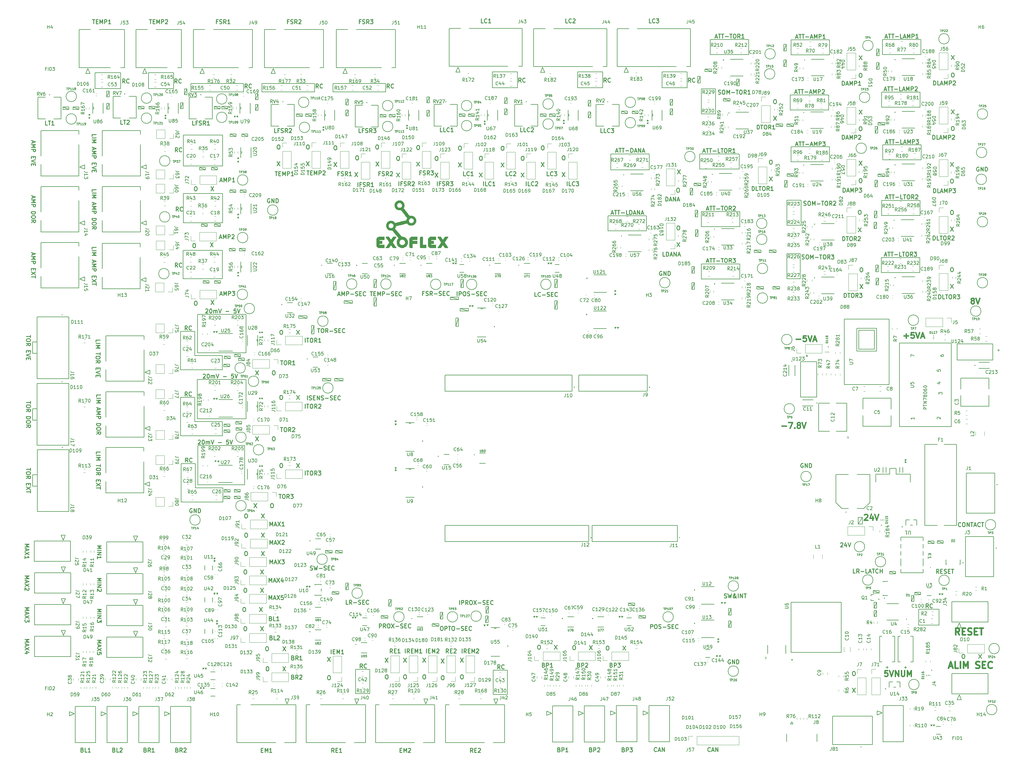
<source format=gbr>
%TF.GenerationSoftware,KiCad,Pcbnew,(6.0.10)*%
%TF.CreationDate,2024-08-19T09:21:52-04:00*%
%TF.ProjectId,ExoFlex_Kicad,45786f46-6c65-4785-9f4b-696361642e6b,rev?*%
%TF.SameCoordinates,Original*%
%TF.FileFunction,Legend,Top*%
%TF.FilePolarity,Positive*%
%FSLAX46Y46*%
G04 Gerber Fmt 4.6, Leading zero omitted, Abs format (unit mm)*
G04 Created by KiCad (PCBNEW (6.0.10)) date 2024-08-19 09:21:52*
%MOMM*%
%LPD*%
G01*
G04 APERTURE LIST*
%ADD10C,0.150000*%
%ADD11C,0.250000*%
%ADD12C,0.437500*%
%ADD13C,0.500000*%
%ADD14C,0.120000*%
%ADD15C,0.098425*%
%ADD16C,0.127000*%
%ADD17C,0.200000*%
%ADD18C,0.152400*%
%ADD19C,0.100000*%
G04 APERTURE END LIST*
D10*
X226438865Y-46356241D02*
X225676865Y-46356241D01*
X225676865Y-46356241D02*
X225676865Y-48134241D01*
X225676865Y-48134241D02*
X226438865Y-48134241D01*
X226438865Y-48134241D02*
X226438865Y-46356241D01*
X235177500Y-80537000D02*
X246861500Y-80537000D01*
X246861500Y-80537000D02*
X246861500Y-85109000D01*
X246861500Y-85109000D02*
X235177500Y-85109000D01*
X235177500Y-85109000D02*
X235177500Y-80537000D01*
X96571939Y-92456000D02*
X94793939Y-92456000D01*
X94793939Y-92456000D02*
X94793939Y-91694000D01*
X94793939Y-91694000D02*
X96571939Y-91694000D01*
X96571939Y-91694000D02*
X96571939Y-92456000D01*
X99709949Y-46484668D02*
X100471949Y-44706668D01*
X91870804Y-147655111D02*
X90092804Y-147655111D01*
X90092804Y-147655111D02*
X90092804Y-146893111D01*
X90092804Y-146893111D02*
X91870804Y-146893111D01*
X91870804Y-146893111D02*
X91870804Y-147655111D01*
X206780000Y-81780000D02*
X218464000Y-81780000D01*
X218464000Y-81780000D02*
X218464000Y-86352000D01*
X218464000Y-86352000D02*
X206780000Y-86352000D01*
X206780000Y-86352000D02*
X206780000Y-81780000D01*
X91921319Y-167764747D02*
X90143319Y-167764747D01*
X90143319Y-167764747D02*
X90143319Y-167002747D01*
X90143319Y-167002747D02*
X91921319Y-167002747D01*
X91921319Y-167002747D02*
X91921319Y-167764747D01*
X95423722Y-145129339D02*
X93645722Y-145129339D01*
X93645722Y-145129339D02*
X93645722Y-144367339D01*
X93645722Y-144367339D02*
X95423722Y-144367339D01*
X95423722Y-144367339D02*
X95423722Y-145129339D01*
X89408000Y-48514000D02*
X91186000Y-48514000D01*
X91186000Y-48514000D02*
X91186000Y-49276000D01*
X91186000Y-49276000D02*
X89408000Y-49276000D01*
X89408000Y-49276000D02*
X89408000Y-48514000D01*
X187960000Y-51562000D02*
X186182000Y-50800000D01*
X85061500Y-84981276D02*
X83283500Y-84981276D01*
X83283500Y-84981276D02*
X83283500Y-84219276D01*
X83283500Y-84219276D02*
X85061500Y-84219276D01*
X85061500Y-84219276D02*
X85061500Y-84981276D01*
X288160865Y-98803168D02*
X288922865Y-98803168D01*
X288922865Y-98803168D02*
X288922865Y-96776831D01*
X288922865Y-96776831D02*
X288160865Y-96776831D01*
X288160865Y-96776831D02*
X288160865Y-98803168D01*
X260490399Y-73050997D02*
X261252399Y-73050997D01*
X261252399Y-73050997D02*
X261252399Y-71024660D01*
X261252399Y-71024660D02*
X260490399Y-71024660D01*
X260490399Y-71024660D02*
X260490399Y-73050997D01*
X91921319Y-167764747D02*
X90143319Y-167002747D01*
X288417000Y-199263000D02*
X287655000Y-199263000D01*
X287655000Y-199263000D02*
X287655000Y-201041000D01*
X287655000Y-201041000D02*
X288417000Y-201041000D01*
X288417000Y-201041000D02*
X288417000Y-199263000D01*
X191339418Y-107606904D02*
X190577418Y-107606904D01*
X190577418Y-107606904D02*
X190577418Y-110146904D01*
X190577418Y-110146904D02*
X191339418Y-110146904D01*
X191339418Y-110146904D02*
X191339418Y-107606904D01*
X161416744Y-107267807D02*
X158876744Y-106505807D01*
X137871453Y-203369158D02*
X139897790Y-204131158D01*
X169645487Y-205476985D02*
X170407487Y-203450648D01*
X201549000Y-46609000D02*
X200787000Y-48387000D01*
X287942083Y-56629076D02*
X288704083Y-54602739D01*
X243869168Y-46844170D02*
X241842831Y-46844170D01*
X241842831Y-46844170D02*
X241842831Y-46082170D01*
X241842831Y-46082170D02*
X243869168Y-46082170D01*
X243869168Y-46082170D02*
X243869168Y-46844170D01*
X301162500Y-201422000D02*
X307385500Y-201422000D01*
X99709949Y-49657000D02*
X100471949Y-47879000D01*
X124968000Y-196850000D02*
X122941663Y-196850000D01*
X122941663Y-196850000D02*
X122941663Y-196088000D01*
X122941663Y-196088000D02*
X124968000Y-196088000D01*
X124968000Y-196088000D02*
X124968000Y-196850000D01*
X129122140Y-108333384D02*
X126582140Y-108333384D01*
X126582140Y-108333384D02*
X126582140Y-107571384D01*
X126582140Y-107571384D02*
X129122140Y-107571384D01*
X129122140Y-107571384D02*
X129122140Y-108333384D01*
X155404518Y-206542832D02*
X153378181Y-206542832D01*
X153378181Y-206542832D02*
X153378181Y-205780832D01*
X153378181Y-205780832D02*
X155404518Y-205780832D01*
X155404518Y-205780832D02*
X155404518Y-206542832D01*
X139194501Y-44126001D02*
X123192501Y-44126001D01*
X176199000Y-227326999D02*
X171881000Y-227326999D01*
X76885614Y-49139015D02*
X77647614Y-49139015D01*
X77647614Y-49139015D02*
X77647614Y-47361015D01*
X77647614Y-47361015D02*
X76885614Y-47361015D01*
X76885614Y-47361015D02*
X76885614Y-49139015D01*
X54472328Y-49343236D02*
X55234328Y-47565236D01*
X258901773Y-104055807D02*
X256875436Y-104055807D01*
X256875436Y-104055807D02*
X256875436Y-103293807D01*
X256875436Y-103293807D02*
X258901773Y-103293807D01*
X258901773Y-103293807D02*
X258901773Y-104055807D01*
X93726000Y-57658000D02*
X91948000Y-57658000D01*
X91948000Y-57658000D02*
X91948000Y-56896000D01*
X91948000Y-56896000D02*
X93726000Y-56896000D01*
X93726000Y-56896000D02*
X93726000Y-57658000D01*
X91879223Y-145878651D02*
X90101223Y-145878651D01*
X90101223Y-145878651D02*
X90101223Y-145116651D01*
X90101223Y-145116651D02*
X91879223Y-145116651D01*
X91879223Y-145116651D02*
X91879223Y-145878651D01*
X155830324Y-204363949D02*
X156592324Y-202337612D01*
X93674061Y-74647608D02*
X91896061Y-73885608D01*
X243869168Y-46844170D02*
X241842831Y-46082170D01*
X231714166Y-75409807D02*
X232476166Y-75409807D01*
X232476166Y-75409807D02*
X232476166Y-73383470D01*
X232476166Y-73383470D02*
X231714166Y-73383470D01*
X231714166Y-73383470D02*
X231714166Y-75409807D01*
X290830000Y-69807903D02*
X288803663Y-69045903D01*
X139319000Y-51689000D02*
X137541000Y-50927000D01*
X101602501Y-41586001D02*
X117604501Y-41586001D01*
X89743000Y-168783002D02*
X77043000Y-168783002D01*
X85510981Y-102243846D02*
X83732981Y-101481846D01*
X230862000Y-42819000D02*
X223242000Y-42819000D01*
X50906001Y-43110001D02*
X50906001Y-38284001D01*
X161416744Y-107267807D02*
X158876744Y-107267807D01*
X158876744Y-107267807D02*
X158876744Y-106505807D01*
X158876744Y-106505807D02*
X161416744Y-106505807D01*
X161416744Y-106505807D02*
X161416744Y-107267807D01*
X116713000Y-51562000D02*
X114935000Y-51562000D01*
X114935000Y-51562000D02*
X114935000Y-50800000D01*
X114935000Y-50800000D02*
X116713000Y-50800000D01*
X116713000Y-50800000D02*
X116713000Y-51562000D01*
X166116000Y-51562000D02*
X164338000Y-51562000D01*
X164338000Y-51562000D02*
X164338000Y-50800000D01*
X164338000Y-50800000D02*
X166116000Y-50800000D01*
X166116000Y-50800000D02*
X166116000Y-51562000D01*
X77649500Y-92263498D02*
X89587500Y-92263498D01*
X89587500Y-92263498D02*
X89587500Y-100899498D01*
X89587500Y-100899498D02*
X77649500Y-100899498D01*
X77649500Y-100899498D02*
X77649500Y-92263498D01*
X81203000Y-116940002D02*
X81203000Y-124306002D01*
X161349398Y-112861896D02*
X160587398Y-112861896D01*
X160587398Y-112861896D02*
X160587398Y-115401896D01*
X160587398Y-115401896D02*
X161349398Y-115401896D01*
X161349398Y-115401896D02*
X161349398Y-112861896D01*
X245923170Y-42208365D02*
X246685170Y-40182028D01*
X292354000Y-189855777D02*
X294132000Y-189855777D01*
X294132000Y-189855777D02*
X294132000Y-190617777D01*
X294132000Y-190617777D02*
X292354000Y-190617777D01*
X292354000Y-190617777D02*
X292354000Y-189855777D01*
X94996000Y-167764747D02*
X93218000Y-167764747D01*
X93218000Y-167764747D02*
X93218000Y-167002747D01*
X93218000Y-167002747D02*
X94996000Y-167002747D01*
X94996000Y-167002747D02*
X94996000Y-167764747D01*
X58674000Y-43110001D02*
X50906001Y-43110001D01*
X96014501Y-44126001D02*
X80012501Y-44126001D01*
X244220735Y-201133009D02*
X243458735Y-201133009D01*
X243458735Y-201133009D02*
X243458735Y-203159346D01*
X243458735Y-203159346D02*
X244220735Y-203159346D01*
X244220735Y-203159346D02*
X244220735Y-201133009D01*
X89585000Y-128624002D02*
X76885000Y-128624002D01*
X94996000Y-165735000D02*
X93218000Y-165735000D01*
X93218000Y-165735000D02*
X93218000Y-164973000D01*
X93218000Y-164973000D02*
X94996000Y-164973000D01*
X94996000Y-164973000D02*
X94996000Y-165735000D01*
X235154000Y-43148000D02*
X239472000Y-43148000D01*
X239472000Y-43148000D02*
X239472000Y-50768000D01*
X239472000Y-50768000D02*
X235154000Y-50768000D01*
X235154000Y-50768000D02*
X235154000Y-43148000D01*
X142113000Y-51689000D02*
X140335000Y-51689000D01*
X140335000Y-51689000D02*
X140335000Y-50927000D01*
X140335000Y-50927000D02*
X142113000Y-50927000D01*
X142113000Y-50927000D02*
X142113000Y-51689000D01*
X95504000Y-146939000D02*
X93726000Y-146177000D01*
X287633299Y-85699044D02*
X288395299Y-83672707D01*
X96774000Y-74647608D02*
X94996000Y-74647608D01*
X94996000Y-74647608D02*
X94996000Y-73885608D01*
X94996000Y-73885608D02*
X96774000Y-73885608D01*
X96774000Y-73885608D02*
X96774000Y-74647608D01*
X78105000Y-44958000D02*
X78867000Y-44958000D01*
X78867000Y-44958000D02*
X78867000Y-43180000D01*
X78867000Y-43180000D02*
X78105000Y-43180000D01*
X78105000Y-43180000D02*
X78105000Y-44958000D01*
X232295750Y-104144112D02*
X233057750Y-102117775D01*
X299720000Y-197231000D02*
X298958000Y-199009000D01*
X64008000Y-48514000D02*
X65786000Y-48514000D01*
X65786000Y-48514000D02*
X65786000Y-49276000D01*
X65786000Y-49276000D02*
X64008000Y-49276000D01*
X64008000Y-49276000D02*
X64008000Y-48514000D01*
X76885000Y-137006002D02*
X81203000Y-137006002D01*
X134416000Y-227072999D02*
X130098000Y-227072999D01*
X44196706Y-48647579D02*
X45974706Y-48647579D01*
X45974706Y-48647579D02*
X45974706Y-49409579D01*
X45974706Y-49409579D02*
X44196706Y-49409579D01*
X44196706Y-49409579D02*
X44196706Y-48647579D01*
X212725000Y-50673000D02*
X210947000Y-50673000D01*
X210947000Y-50673000D02*
X210947000Y-49911000D01*
X210947000Y-49911000D02*
X212725000Y-49911000D01*
X212725000Y-49911000D02*
X212725000Y-50673000D01*
X236225663Y-37123769D02*
X238252000Y-37885769D01*
X67162001Y-43110001D02*
X67162001Y-38284001D01*
X166116000Y-51562000D02*
X164338000Y-50800000D01*
X91948000Y-125222000D02*
X90170000Y-125222000D01*
X90170000Y-125222000D02*
X90170000Y-124460000D01*
X90170000Y-124460000D02*
X91948000Y-124460000D01*
X91948000Y-124460000D02*
X91948000Y-125222000D01*
X164338000Y-110744000D02*
X161798000Y-109982000D01*
X205208000Y-42819000D02*
X197588000Y-42819000D01*
X230862000Y-37993000D02*
X230862000Y-42819000D01*
X263144000Y-54610000D02*
X261117663Y-54610000D01*
X261117663Y-54610000D02*
X261117663Y-53848000D01*
X261117663Y-53848000D02*
X263144000Y-53848000D01*
X263144000Y-53848000D02*
X263144000Y-54610000D01*
X282819500Y-175514000D02*
X284089500Y-175514000D01*
X284089500Y-175514000D02*
X284089500Y-173482000D01*
X284089500Y-173482000D02*
X282819500Y-173482000D01*
X282819500Y-173482000D02*
X282819500Y-175514000D01*
X289906000Y-44196000D02*
X301590000Y-44196000D01*
X301590000Y-44196000D02*
X301590000Y-48768000D01*
X301590000Y-48768000D02*
X289906000Y-48768000D01*
X289906000Y-48768000D02*
X289906000Y-44196000D01*
X99709949Y-46484668D02*
X100471949Y-46484668D01*
X100471949Y-46484668D02*
X100471949Y-44706668D01*
X100471949Y-44706668D02*
X99709949Y-44706668D01*
X99709949Y-44706668D02*
X99709949Y-46484668D01*
X113919000Y-51562000D02*
X112141000Y-51562000D01*
X112141000Y-51562000D02*
X112141000Y-50800000D01*
X112141000Y-50800000D02*
X113919000Y-50800000D01*
X113919000Y-50800000D02*
X113919000Y-51562000D01*
X262160000Y-45052000D02*
X273844000Y-45052000D01*
X273844000Y-45052000D02*
X273844000Y-49624000D01*
X273844000Y-49624000D02*
X262160000Y-49624000D01*
X262160000Y-49624000D02*
X262160000Y-45052000D01*
X151779104Y-47393573D02*
X152541104Y-47393573D01*
X152541104Y-47393573D02*
X152541104Y-45615573D01*
X152541104Y-45615573D02*
X151779104Y-45615573D01*
X151779104Y-45615573D02*
X151779104Y-47393573D01*
X82042000Y-111760000D02*
X96774000Y-111760000D01*
X96774000Y-111760000D02*
X96774000Y-123444000D01*
X96774000Y-123444000D02*
X82042000Y-123444000D01*
X82042000Y-123444000D02*
X82042000Y-111760000D01*
X260234917Y-31605419D02*
X260996917Y-31605419D01*
X260996917Y-31605419D02*
X260996917Y-29579082D01*
X260996917Y-29579082D02*
X260234917Y-29579082D01*
X260234917Y-29579082D02*
X260234917Y-31605419D01*
X80012501Y-41586001D02*
X96014501Y-41586001D01*
X287683814Y-82377654D02*
X288445814Y-82377654D01*
X288445814Y-82377654D02*
X288445814Y-80351317D01*
X288445814Y-80351317D02*
X287683814Y-80351317D01*
X287683814Y-80351317D02*
X287683814Y-82377654D01*
X308610000Y-181356000D02*
X306832000Y-180594000D01*
X85061500Y-84981276D02*
X83283500Y-84219276D01*
X88998500Y-84981276D02*
X87220500Y-84219276D01*
X288379648Y-33107038D02*
X289141648Y-31080701D01*
X226438865Y-46356241D02*
X225676865Y-48134241D01*
X244220735Y-201133009D02*
X243458735Y-203159346D01*
X235177500Y-96387000D02*
X246861500Y-96387000D01*
X246861500Y-96387000D02*
X246861500Y-100959000D01*
X246861500Y-100959000D02*
X235177500Y-100959000D01*
X235177500Y-100959000D02*
X235177500Y-96387000D01*
X287683814Y-82377654D02*
X288445814Y-80351317D01*
X201549000Y-50165000D02*
X200787000Y-51943000D01*
X215900000Y-50673000D02*
X214122000Y-50673000D01*
X214122000Y-50673000D02*
X214122000Y-49911000D01*
X214122000Y-49911000D02*
X215900000Y-49911000D01*
X215900000Y-49911000D02*
X215900000Y-50673000D01*
X290834150Y-54124412D02*
X288807813Y-53362412D01*
X140114140Y-200444889D02*
X140876140Y-200444889D01*
X140876140Y-200444889D02*
X140876140Y-198418552D01*
X140876140Y-198418552D02*
X140114140Y-198418552D01*
X140114140Y-198418552D02*
X140114140Y-200444889D01*
X151765000Y-51435000D02*
X152527000Y-51435000D01*
X152527000Y-51435000D02*
X152527000Y-49657000D01*
X152527000Y-49657000D02*
X151765000Y-49657000D01*
X151765000Y-49657000D02*
X151765000Y-51435000D01*
X263144000Y-54610000D02*
X261117663Y-53848000D01*
X288417000Y-199263000D02*
X287655000Y-201041000D01*
X164338000Y-110744000D02*
X161798000Y-110744000D01*
X161798000Y-110744000D02*
X161798000Y-109982000D01*
X161798000Y-109982000D02*
X164338000Y-109982000D01*
X164338000Y-109982000D02*
X164338000Y-110744000D01*
X54472328Y-49343236D02*
X55234328Y-49343236D01*
X55234328Y-49343236D02*
X55234328Y-47565236D01*
X55234328Y-47565236D02*
X54472328Y-47565236D01*
X54472328Y-47565236D02*
X54472328Y-49343236D01*
X244195282Y-204912777D02*
X243433282Y-206939114D01*
X232923663Y-71882000D02*
X234950000Y-71882000D01*
X234950000Y-71882000D02*
X234950000Y-72644000D01*
X234950000Y-72644000D02*
X232923663Y-72644000D01*
X232923663Y-72644000D02*
X232923663Y-71882000D01*
X232279689Y-99195934D02*
X233041689Y-99195934D01*
X233041689Y-99195934D02*
X233041689Y-97169597D01*
X233041689Y-97169597D02*
X232279689Y-97169597D01*
X232279689Y-97169597D02*
X232279689Y-99195934D01*
X85510981Y-102243846D02*
X83732981Y-102243846D01*
X83732981Y-102243846D02*
X83732981Y-101481846D01*
X83732981Y-101481846D02*
X85510981Y-101481846D01*
X85510981Y-101481846D02*
X85510981Y-102243846D01*
X119976555Y-131228914D02*
X122516555Y-131228914D01*
X122516555Y-131228914D02*
X122516555Y-131990914D01*
X122516555Y-131990914D02*
X119976555Y-131990914D01*
X119976555Y-131990914D02*
X119976555Y-131228914D01*
X163322000Y-51562000D02*
X161544000Y-50800000D01*
X260209659Y-36366499D02*
X260971659Y-34340162D01*
X161349398Y-112861896D02*
X160587398Y-115401896D01*
X101602501Y-44126001D02*
X101602501Y-41586001D01*
X155404518Y-206542832D02*
X153378181Y-205780832D01*
X117464128Y-115117144D02*
X116702128Y-117657144D01*
X214944528Y-200291994D02*
X212918191Y-199529994D01*
X115316000Y-112903000D02*
X112776000Y-112141000D01*
X96250348Y-125811464D02*
X94472348Y-125811464D01*
X94472348Y-125811464D02*
X94472348Y-125049464D01*
X94472348Y-125049464D02*
X96250348Y-125049464D01*
X96250348Y-125049464D02*
X96250348Y-125811464D01*
X201549000Y-46609000D02*
X200787000Y-46609000D01*
X200787000Y-46609000D02*
X200787000Y-48387000D01*
X200787000Y-48387000D02*
X201549000Y-48387000D01*
X201549000Y-48387000D02*
X201549000Y-46609000D01*
X244195282Y-204912777D02*
X243433282Y-204912777D01*
X243433282Y-204912777D02*
X243433282Y-206939114D01*
X243433282Y-206939114D02*
X244195282Y-206939114D01*
X244195282Y-206939114D02*
X244195282Y-204912777D01*
X130098000Y-227072999D02*
X130098000Y-219706999D01*
X122936000Y-184291405D02*
X120904000Y-184291405D01*
X120904000Y-184291405D02*
X120904000Y-183529405D01*
X120904000Y-183529405D02*
X122936000Y-183529405D01*
X122936000Y-183529405D02*
X122936000Y-184291405D01*
X88109500Y-67773573D02*
X86331500Y-67011573D01*
X81361000Y-157099002D02*
X81361000Y-164465002D01*
X119976555Y-131228914D02*
X122516555Y-131990914D01*
X88109500Y-67773573D02*
X86331500Y-67773573D01*
X86331500Y-67773573D02*
X86331500Y-67011573D01*
X86331500Y-67011573D02*
X88109500Y-67011573D01*
X88109500Y-67011573D02*
X88109500Y-67773573D01*
X58674000Y-38284001D02*
X58674000Y-43110001D01*
X197588000Y-42819000D02*
X197588000Y-37993000D01*
X74782001Y-43110001D02*
X67162001Y-43110001D01*
X288186123Y-102792332D02*
X288948123Y-100765995D01*
X77043000Y-157099002D02*
X81361000Y-157099002D01*
X127858503Y-193480109D02*
X127096503Y-195506446D01*
X77043000Y-168783002D02*
X77043000Y-157099002D01*
X123339538Y-104268859D02*
X124101538Y-101728859D01*
X257810000Y-92964000D02*
X255783663Y-92202000D01*
X260234917Y-31605419D02*
X260996917Y-29579082D01*
X81203000Y-124306002D02*
X89585000Y-124306002D01*
X89585000Y-148690002D02*
X76885000Y-148690002D01*
X171881000Y-227326999D02*
X171881000Y-219960999D01*
X78105000Y-44958000D02*
X78867000Y-43180000D01*
X226426236Y-49260878D02*
X225664236Y-49260878D01*
X225664236Y-49260878D02*
X225664236Y-51038878D01*
X225664236Y-51038878D02*
X226426236Y-51038878D01*
X226426236Y-51038878D02*
X226426236Y-49260878D01*
X233262407Y-82128510D02*
X234024407Y-80102173D01*
X288186123Y-102792332D02*
X288948123Y-102792332D01*
X288948123Y-102792332D02*
X288948123Y-100765995D01*
X288948123Y-100765995D02*
X288186123Y-100765995D01*
X288186123Y-100765995D02*
X288186123Y-102792332D01*
X162052000Y-103632000D02*
X162814000Y-103632000D01*
X162814000Y-103632000D02*
X162814000Y-101092000D01*
X162814000Y-101092000D02*
X162052000Y-101092000D01*
X162052000Y-101092000D02*
X162052000Y-103632000D01*
X233337359Y-87996227D02*
X234099359Y-87996227D01*
X234099359Y-87996227D02*
X234099359Y-85969890D01*
X234099359Y-85969890D02*
X233337359Y-85969890D01*
X233337359Y-85969890D02*
X233337359Y-87996227D01*
X190754000Y-51562000D02*
X188976000Y-50800000D01*
X151779104Y-47393573D02*
X152541104Y-45615573D01*
X117581001Y-44126001D02*
X101579001Y-44126001D01*
X91879223Y-145878651D02*
X90101223Y-145116651D01*
X76885000Y-148690002D02*
X76885000Y-137006002D01*
X127121042Y-48081031D02*
X127883042Y-46303031D01*
X187960000Y-51562000D02*
X186182000Y-51562000D01*
X186182000Y-51562000D02*
X186182000Y-50800000D01*
X186182000Y-50800000D02*
X187960000Y-50800000D01*
X187960000Y-50800000D02*
X187960000Y-51562000D01*
X176119979Y-49216443D02*
X175357979Y-49216443D01*
X175357979Y-49216443D02*
X175357979Y-50994443D01*
X175357979Y-50994443D02*
X176119979Y-50994443D01*
X176119979Y-50994443D02*
X176119979Y-49216443D01*
X123730871Y-131203461D02*
X126270871Y-131965461D01*
X115316000Y-112903000D02*
X112776000Y-112903000D01*
X112776000Y-112903000D02*
X112776000Y-112141000D01*
X112776000Y-112141000D02*
X115316000Y-112141000D01*
X115316000Y-112141000D02*
X115316000Y-112903000D01*
X191339418Y-107606904D02*
X190577418Y-110146904D01*
X254051938Y-104034779D02*
X252025601Y-103272779D01*
X64008000Y-48514000D02*
X65786000Y-49276000D01*
X290160000Y-28194000D02*
X301844000Y-28194000D01*
X301844000Y-28194000D02*
X301844000Y-32766000D01*
X301844000Y-32766000D02*
X290160000Y-32766000D01*
X290160000Y-32766000D02*
X290160000Y-28194000D01*
X122936000Y-184291405D02*
X120904000Y-183529405D01*
X127121042Y-51387035D02*
X127883042Y-51387035D01*
X127883042Y-51387035D02*
X127883042Y-49609035D01*
X127883042Y-49609035D02*
X127121042Y-49609035D01*
X127121042Y-49609035D02*
X127121042Y-51387035D01*
X135636000Y-103632000D02*
X136398000Y-101092000D01*
X226426236Y-49260878D02*
X225664236Y-51038878D01*
X81203000Y-137006002D02*
X81203000Y-144372002D01*
X137871453Y-203369158D02*
X139897790Y-203369158D01*
X139897790Y-203369158D02*
X139897790Y-204131158D01*
X139897790Y-204131158D02*
X137871453Y-204131158D01*
X137871453Y-204131158D02*
X137871453Y-203369158D01*
X288354390Y-37215626D02*
X289116390Y-37215626D01*
X289116390Y-37215626D02*
X289116390Y-35189289D01*
X289116390Y-35189289D02*
X288354390Y-35189289D01*
X288354390Y-35189289D02*
X288354390Y-37215626D01*
X237807000Y-28194000D02*
X249491000Y-28194000D01*
X249491000Y-28194000D02*
X249491000Y-32766000D01*
X249491000Y-32766000D02*
X237807000Y-32766000D01*
X237807000Y-32766000D02*
X237807000Y-28194000D01*
X44196706Y-48647579D02*
X45974706Y-49409579D01*
X125984000Y-184288577D02*
X123957663Y-184288577D01*
X123957663Y-184288577D02*
X123957663Y-183526577D01*
X123957663Y-183526577D02*
X125984000Y-183526577D01*
X125984000Y-183526577D02*
X125984000Y-184288577D01*
X223242000Y-42819000D02*
X223242000Y-37993000D01*
X163322000Y-51562000D02*
X161544000Y-51562000D01*
X161544000Y-51562000D02*
X161544000Y-50800000D01*
X161544000Y-50800000D02*
X163322000Y-50800000D01*
X163322000Y-50800000D02*
X163322000Y-51562000D01*
X95123000Y-124624351D02*
X93345000Y-124624351D01*
X93345000Y-124624351D02*
X93345000Y-123862351D01*
X93345000Y-123862351D02*
X95123000Y-123862351D01*
X95123000Y-123862351D02*
X95123000Y-124624351D01*
X253238000Y-92964000D02*
X251211663Y-92202000D01*
X139194501Y-41586001D02*
X139194501Y-44126001D01*
X123730871Y-131203461D02*
X126270871Y-131203461D01*
X126270871Y-131203461D02*
X126270871Y-131965461D01*
X126270871Y-131965461D02*
X123730871Y-131965461D01*
X123730871Y-131965461D02*
X123730871Y-131203461D01*
X130098000Y-219706999D02*
X134416000Y-219706999D01*
X84426500Y-67752496D02*
X82648500Y-66990496D01*
X253238000Y-92964000D02*
X251211663Y-92964000D01*
X251211663Y-92964000D02*
X251211663Y-92202000D01*
X251211663Y-92202000D02*
X253238000Y-92202000D01*
X253238000Y-92202000D02*
X253238000Y-92964000D01*
X307385500Y-206248000D02*
X301162500Y-206248000D01*
X233337359Y-87996227D02*
X234099359Y-85969890D01*
X259842000Y-54610000D02*
X257815663Y-54610000D01*
X257815663Y-54610000D02*
X257815663Y-53848000D01*
X257815663Y-53848000D02*
X259842000Y-53848000D01*
X259842000Y-53848000D02*
X259842000Y-54610000D01*
X231714166Y-75409807D02*
X232476166Y-73383470D01*
X288379648Y-33107038D02*
X289141648Y-33107038D01*
X289141648Y-33107038D02*
X289141648Y-31080701D01*
X289141648Y-31080701D02*
X288379648Y-31080701D01*
X288379648Y-31080701D02*
X288379648Y-33107038D01*
X81965000Y-131545002D02*
X96774000Y-131545002D01*
X96774000Y-131545002D02*
X96774000Y-143483002D01*
X96774000Y-143483002D02*
X81965000Y-143483002D01*
X81965000Y-143483002D02*
X81965000Y-131545002D01*
X67310000Y-48514000D02*
X69088000Y-48514000D01*
X69088000Y-48514000D02*
X69088000Y-49276000D01*
X69088000Y-49276000D02*
X67310000Y-49276000D01*
X67310000Y-49276000D02*
X67310000Y-48514000D01*
X96774000Y-74647608D02*
X94996000Y-73885608D01*
X125984000Y-184288577D02*
X123957663Y-183526577D01*
X260209659Y-36366499D02*
X260971659Y-36366499D01*
X260971659Y-36366499D02*
X260971659Y-34340162D01*
X260971659Y-34340162D02*
X260209659Y-34340162D01*
X260209659Y-34340162D02*
X260209659Y-36366499D01*
X288354390Y-37215626D02*
X289116390Y-35189289D01*
X67310000Y-48514000D02*
X69088000Y-49276000D01*
X88998500Y-102243846D02*
X87220500Y-102243846D01*
X87220500Y-102243846D02*
X87220500Y-101481846D01*
X87220500Y-101481846D02*
X88998500Y-101481846D01*
X88998500Y-101481846D02*
X88998500Y-102243846D01*
X261177981Y-68975743D02*
X263204318Y-69737743D01*
X95504000Y-146939000D02*
X93726000Y-146939000D01*
X93726000Y-146939000D02*
X93726000Y-146177000D01*
X93726000Y-146177000D02*
X95504000Y-146177000D01*
X95504000Y-146177000D02*
X95504000Y-146939000D01*
X191377598Y-101052760D02*
X190615598Y-101052760D01*
X190615598Y-101052760D02*
X190615598Y-103592760D01*
X190615598Y-103592760D02*
X191377598Y-103592760D01*
X191377598Y-103592760D02*
X191377598Y-101052760D01*
X96014501Y-41586001D02*
X96014501Y-44126001D01*
X261177981Y-68975743D02*
X263204318Y-68975743D01*
X263204318Y-68975743D02*
X263204318Y-69737743D01*
X263204318Y-69737743D02*
X261177981Y-69737743D01*
X261177981Y-69737743D02*
X261177981Y-68975743D01*
X113919000Y-51562000D02*
X112141000Y-50800000D01*
X162052000Y-103632000D02*
X162814000Y-101092000D01*
X54444402Y-45592995D02*
X55206402Y-45592995D01*
X55206402Y-45592995D02*
X55206402Y-43814995D01*
X55206402Y-43814995D02*
X54444402Y-43814995D01*
X54444402Y-43814995D02*
X54444402Y-45592995D01*
X191377598Y-101052760D02*
X190615598Y-103592760D01*
X171881000Y-219960999D02*
X176199000Y-219960999D01*
X262414000Y-60800000D02*
X274098000Y-60800000D01*
X274098000Y-60800000D02*
X274098000Y-65372000D01*
X274098000Y-65372000D02*
X262414000Y-65372000D01*
X262414000Y-65372000D02*
X262414000Y-60800000D01*
X95423722Y-145129339D02*
X93645722Y-144367339D01*
X307385500Y-201422000D02*
X307385500Y-206248000D01*
X232923663Y-71882000D02*
X234950000Y-72644000D01*
X77776500Y-74991498D02*
X89714500Y-74991498D01*
X89714500Y-74991498D02*
X89714500Y-83881498D01*
X89714500Y-83881498D02*
X77776500Y-83881498D01*
X77776500Y-83881498D02*
X77776500Y-74991498D01*
X142113000Y-51689000D02*
X140335000Y-50927000D01*
X97282000Y-57658000D02*
X95504000Y-57658000D01*
X95504000Y-57658000D02*
X95504000Y-56896000D01*
X95504000Y-56896000D02*
X97282000Y-56896000D01*
X97282000Y-56896000D02*
X97282000Y-57658000D01*
X236225663Y-37123769D02*
X238252000Y-37123769D01*
X238252000Y-37123769D02*
X238252000Y-37885769D01*
X238252000Y-37885769D02*
X236225663Y-37885769D01*
X236225663Y-37885769D02*
X236225663Y-37123769D01*
X77776500Y-57211496D02*
X89714500Y-57211496D01*
X89714500Y-57211496D02*
X89714500Y-66609496D01*
X89714500Y-66609496D02*
X77776500Y-66609496D01*
X77776500Y-66609496D02*
X77776500Y-57211496D01*
X93472000Y-92456000D02*
X91694000Y-92456000D01*
X91694000Y-92456000D02*
X91694000Y-91694000D01*
X91694000Y-91694000D02*
X93472000Y-91694000D01*
X93472000Y-91694000D02*
X93472000Y-92456000D01*
X97282000Y-57658000D02*
X95504000Y-56896000D01*
X124968000Y-196850000D02*
X122941663Y-196088000D01*
X201549000Y-50165000D02*
X200787000Y-50165000D01*
X200787000Y-50165000D02*
X200787000Y-51943000D01*
X200787000Y-51943000D02*
X201549000Y-51943000D01*
X201549000Y-51943000D02*
X201549000Y-50165000D01*
X259842000Y-54610000D02*
X257815663Y-53848000D01*
X67162001Y-38284001D02*
X74782001Y-38284001D01*
X127121042Y-51387035D02*
X127883042Y-49609035D01*
X91821000Y-127635000D02*
X90043000Y-127635000D01*
X90043000Y-127635000D02*
X90043000Y-126873000D01*
X90043000Y-126873000D02*
X91821000Y-126873000D01*
X91821000Y-126873000D02*
X91821000Y-127635000D01*
X288417000Y-201803000D02*
X287655000Y-203581000D01*
X218185542Y-204092973D02*
X216159205Y-203330973D01*
X88998500Y-84981276D02*
X87220500Y-84981276D01*
X87220500Y-84981276D02*
X87220500Y-84219276D01*
X87220500Y-84219276D02*
X88998500Y-84219276D01*
X88998500Y-84219276D02*
X88998500Y-84981276D01*
X261144000Y-76988000D02*
X265462000Y-76988000D01*
X265462000Y-76988000D02*
X265462000Y-84608000D01*
X265462000Y-84608000D02*
X261144000Y-84608000D01*
X261144000Y-84608000D02*
X261144000Y-76988000D01*
X116713000Y-51562000D02*
X114935000Y-50800000D01*
X261136000Y-93266000D02*
X265200000Y-93266000D01*
X265200000Y-93266000D02*
X265200000Y-100886000D01*
X265200000Y-100886000D02*
X261136000Y-100886000D01*
X261136000Y-100886000D02*
X261136000Y-93266000D01*
X289906000Y-77096000D02*
X301590000Y-77096000D01*
X301590000Y-77096000D02*
X301590000Y-81668000D01*
X301590000Y-81668000D02*
X289906000Y-81668000D01*
X289906000Y-81668000D02*
X289906000Y-77096000D01*
X134416000Y-219706999D02*
X134416000Y-227072999D01*
X215900000Y-50673000D02*
X214122000Y-49911000D01*
X89585000Y-144372002D02*
X89585000Y-148690002D01*
X299720000Y-197231000D02*
X298958000Y-197231000D01*
X298958000Y-197231000D02*
X298958000Y-199009000D01*
X298958000Y-199009000D02*
X299720000Y-199009000D01*
X299720000Y-199009000D02*
X299720000Y-197231000D01*
X88998500Y-102243846D02*
X87220500Y-101481846D01*
X287633299Y-85699044D02*
X288395299Y-85699044D01*
X288395299Y-85699044D02*
X288395299Y-83672707D01*
X288395299Y-83672707D02*
X287633299Y-83672707D01*
X287633299Y-83672707D02*
X287633299Y-85699044D01*
X282819500Y-175514000D02*
X284089500Y-173482000D01*
X74782001Y-38284001D02*
X74782001Y-43110001D01*
X93674061Y-74647608D02*
X91896061Y-74647608D01*
X91896061Y-74647608D02*
X91896061Y-73885608D01*
X91896061Y-73885608D02*
X93674061Y-73885608D01*
X93674061Y-73885608D02*
X93674061Y-74647608D01*
X84426500Y-67752496D02*
X82648500Y-67752496D01*
X82648500Y-67752496D02*
X82648500Y-66990496D01*
X82648500Y-66990496D02*
X84426500Y-66990496D01*
X84426500Y-66990496D02*
X84426500Y-67752496D01*
X89585000Y-124306002D02*
X89585000Y-128624002D01*
X169659273Y-202599735D02*
X170421273Y-200573398D01*
X218185542Y-204092973D02*
X216159205Y-204092973D01*
X216159205Y-204092973D02*
X216159205Y-203330973D01*
X216159205Y-203330973D02*
X218185542Y-203330973D01*
X218185542Y-203330973D02*
X218185542Y-204092973D01*
X155830324Y-204363949D02*
X156592324Y-204363949D01*
X156592324Y-204363949D02*
X156592324Y-202337612D01*
X156592324Y-202337612D02*
X155830324Y-202337612D01*
X155830324Y-202337612D02*
X155830324Y-204363949D01*
X176149000Y-45847000D02*
X175387000Y-45847000D01*
X175387000Y-45847000D02*
X175387000Y-47625000D01*
X175387000Y-47625000D02*
X176149000Y-47625000D01*
X176149000Y-47625000D02*
X176149000Y-45847000D01*
X87122000Y-48514000D02*
X88900000Y-49276000D01*
X233262407Y-82128510D02*
X234024407Y-82128510D01*
X234024407Y-82128510D02*
X234024407Y-80102173D01*
X234024407Y-80102173D02*
X233262407Y-80102173D01*
X233262407Y-80102173D02*
X233262407Y-82128510D01*
X257810000Y-92964000D02*
X255783663Y-92964000D01*
X255783663Y-92964000D02*
X255783663Y-92202000D01*
X255783663Y-92202000D02*
X257810000Y-92202000D01*
X257810000Y-92202000D02*
X257810000Y-92964000D01*
X91870804Y-147655111D02*
X90092804Y-146893111D01*
X76885000Y-116940002D02*
X81203000Y-116940002D01*
X179300000Y-37993000D02*
X179300000Y-42819000D01*
X190754000Y-51562000D02*
X188976000Y-51562000D01*
X188976000Y-51562000D02*
X188976000Y-50800000D01*
X188976000Y-50800000D02*
X190754000Y-50800000D01*
X190754000Y-50800000D02*
X190754000Y-51562000D01*
X305816000Y-181456751D02*
X304038000Y-181456751D01*
X304038000Y-181456751D02*
X304038000Y-180694751D01*
X304038000Y-180694751D02*
X305816000Y-180694751D01*
X305816000Y-180694751D02*
X305816000Y-181456751D01*
X301752000Y-196977000D02*
X299974000Y-196215000D01*
X80012501Y-44126001D02*
X80012501Y-41586001D01*
X179300000Y-42819000D02*
X171680000Y-42819000D01*
X305816000Y-181456751D02*
X304038000Y-180694751D01*
X171680000Y-42819000D02*
X171680000Y-37993000D01*
X76885614Y-49139015D02*
X77647614Y-47361015D01*
X176119979Y-49216443D02*
X175357979Y-50994443D01*
X91821000Y-127635000D02*
X90043000Y-126873000D01*
X151765000Y-51435000D02*
X152527000Y-49657000D01*
X117604501Y-41586001D02*
X117604501Y-44126001D01*
X81203000Y-144372002D02*
X89585000Y-144372002D01*
X41148000Y-48641000D02*
X42926000Y-48641000D01*
X42926000Y-48641000D02*
X42926000Y-49403000D01*
X42926000Y-49403000D02*
X41148000Y-49403000D01*
X41148000Y-49403000D02*
X41148000Y-48641000D01*
X87122000Y-48514000D02*
X88900000Y-48514000D01*
X88900000Y-48514000D02*
X88900000Y-49276000D01*
X88900000Y-49276000D02*
X87122000Y-49276000D01*
X87122000Y-49276000D02*
X87122000Y-48514000D01*
X254051938Y-104034779D02*
X252025601Y-104034779D01*
X252025601Y-104034779D02*
X252025601Y-103272779D01*
X252025601Y-103272779D02*
X254051938Y-103272779D01*
X254051938Y-103272779D02*
X254051938Y-104034779D01*
X50906001Y-38284001D02*
X58674000Y-38284001D01*
X95123000Y-124624351D02*
X93345000Y-123862351D01*
X287401000Y-195707000D02*
X289179000Y-196469000D01*
X127121042Y-48081031D02*
X127883042Y-48081031D01*
X127883042Y-48081031D02*
X127883042Y-46303031D01*
X127883042Y-46303031D02*
X127121042Y-46303031D01*
X127121042Y-46303031D02*
X127121042Y-48081031D01*
X260490399Y-73050997D02*
X261252399Y-71024660D01*
X290830000Y-69807903D02*
X288803663Y-69807903D01*
X288803663Y-69807903D02*
X288803663Y-69045903D01*
X288803663Y-69045903D02*
X290830000Y-69045903D01*
X290830000Y-69045903D02*
X290830000Y-69807903D01*
X212725000Y-50673000D02*
X210947000Y-49911000D01*
X290263500Y-60198000D02*
X301947500Y-60198000D01*
X301947500Y-60198000D02*
X301947500Y-64770000D01*
X301947500Y-64770000D02*
X290263500Y-64770000D01*
X290263500Y-64770000D02*
X290263500Y-60198000D01*
X290834150Y-54124412D02*
X288807813Y-54124412D01*
X288807813Y-54124412D02*
X288807813Y-53362412D01*
X288807813Y-53362412D02*
X290834150Y-53362412D01*
X290834150Y-53362412D02*
X290834150Y-54124412D01*
X262414000Y-28288000D02*
X274098000Y-28288000D01*
X274098000Y-28288000D02*
X274098000Y-32860000D01*
X274098000Y-32860000D02*
X262414000Y-32860000D01*
X262414000Y-32860000D02*
X262414000Y-28288000D01*
X89408000Y-48514000D02*
X91186000Y-49276000D01*
X123192501Y-41586001D02*
X139194501Y-41586001D01*
X232279689Y-99195934D02*
X233041689Y-97169597D01*
X287401000Y-195707000D02*
X289179000Y-195707000D01*
X289179000Y-195707000D02*
X289179000Y-196469000D01*
X289179000Y-196469000D02*
X287401000Y-196469000D01*
X287401000Y-196469000D02*
X287401000Y-195707000D01*
X301162500Y-206248000D02*
X301162500Y-201422000D01*
X91948000Y-165735000D02*
X90170000Y-164973000D01*
X287911134Y-72931794D02*
X288673134Y-72931794D01*
X288673134Y-72931794D02*
X288673134Y-70905457D01*
X288673134Y-70905457D02*
X287911134Y-70905457D01*
X287911134Y-70905457D02*
X287911134Y-72931794D01*
X96571939Y-92456000D02*
X94793939Y-91694000D01*
X234652000Y-62992000D02*
X246634000Y-62992000D01*
X246634000Y-62992000D02*
X246634000Y-67564000D01*
X246634000Y-67564000D02*
X234652000Y-67564000D01*
X234652000Y-67564000D02*
X234652000Y-62992000D01*
X127858503Y-193480109D02*
X127096503Y-193480109D01*
X127096503Y-193480109D02*
X127096503Y-195506446D01*
X127096503Y-195506446D02*
X127858503Y-195506446D01*
X127858503Y-195506446D02*
X127858503Y-193480109D01*
X232295750Y-104144112D02*
X233057750Y-104144112D01*
X233057750Y-104144112D02*
X233057750Y-102117775D01*
X233057750Y-102117775D02*
X232295750Y-102117775D01*
X232295750Y-102117775D02*
X232295750Y-104144112D01*
X207612000Y-62992000D02*
X219296000Y-62992000D01*
X219296000Y-62992000D02*
X219296000Y-67818000D01*
X219296000Y-67818000D02*
X207612000Y-67818000D01*
X207612000Y-67818000D02*
X207612000Y-62992000D01*
X140114140Y-200444889D02*
X140876140Y-198418552D01*
X205208000Y-37993000D02*
X205208000Y-42819000D01*
X197588000Y-37993000D02*
X205208000Y-37993000D01*
X117464128Y-115117144D02*
X116702128Y-115117144D01*
X116702128Y-115117144D02*
X116702128Y-117657144D01*
X116702128Y-117657144D02*
X117464128Y-117657144D01*
X117464128Y-117657144D02*
X117464128Y-115117144D01*
X287911134Y-72931794D02*
X288673134Y-70905457D01*
X176199000Y-219960999D02*
X176199000Y-227326999D01*
X135636000Y-103632000D02*
X136398000Y-103632000D01*
X136398000Y-103632000D02*
X136398000Y-101092000D01*
X136398000Y-101092000D02*
X135636000Y-101092000D01*
X135636000Y-101092000D02*
X135636000Y-103632000D01*
X135636000Y-109220000D02*
X136398000Y-106680000D01*
X129122140Y-108333384D02*
X126582140Y-107571384D01*
X287942083Y-56629076D02*
X288704083Y-56629076D01*
X288704083Y-56629076D02*
X288704083Y-54602739D01*
X288704083Y-54602739D02*
X287942083Y-54602739D01*
X287942083Y-54602739D02*
X287942083Y-56629076D01*
X81361000Y-164465002D02*
X89743000Y-164465002D01*
X258901773Y-104055807D02*
X256875436Y-103293807D01*
X234823000Y-39372832D02*
X234061000Y-39372832D01*
X234061000Y-39372832D02*
X234061000Y-41399169D01*
X234061000Y-41399169D02*
X234823000Y-41399169D01*
X234823000Y-41399169D02*
X234823000Y-39372832D01*
X292354000Y-189855777D02*
X294132000Y-190617777D01*
X54444402Y-45592995D02*
X55206402Y-43814995D01*
X308610000Y-181356000D02*
X306832000Y-181356000D01*
X306832000Y-181356000D02*
X306832000Y-180594000D01*
X306832000Y-180594000D02*
X308610000Y-180594000D01*
X308610000Y-180594000D02*
X308610000Y-181356000D01*
X91948000Y-165735000D02*
X90170000Y-165735000D01*
X90170000Y-165735000D02*
X90170000Y-164973000D01*
X90170000Y-164973000D02*
X91948000Y-164973000D01*
X91948000Y-164973000D02*
X91948000Y-165735000D01*
X223242000Y-37993000D02*
X230862000Y-37993000D01*
X123339538Y-104268859D02*
X124101538Y-104268859D01*
X124101538Y-104268859D02*
X124101538Y-101728859D01*
X124101538Y-101728859D02*
X123339538Y-101728859D01*
X123339538Y-101728859D02*
X123339538Y-104268859D01*
X171680000Y-37993000D02*
X179300000Y-37993000D01*
X82123000Y-151638002D02*
X96347000Y-151638002D01*
X96347000Y-151638002D02*
X96347000Y-163576002D01*
X96347000Y-163576002D02*
X82123000Y-163576002D01*
X82123000Y-163576002D02*
X82123000Y-151638002D01*
X169659273Y-202599735D02*
X170421273Y-202599735D01*
X170421273Y-202599735D02*
X170421273Y-200573398D01*
X170421273Y-200573398D02*
X169659273Y-200573398D01*
X169659273Y-200573398D02*
X169659273Y-202599735D01*
X76885000Y-128624002D02*
X76885000Y-116940002D01*
X96250348Y-125811464D02*
X94472348Y-125049464D01*
X245923170Y-42208365D02*
X246685170Y-42208365D01*
X246685170Y-42208365D02*
X246685170Y-40182028D01*
X246685170Y-40182028D02*
X245923170Y-40182028D01*
X245923170Y-40182028D02*
X245923170Y-42208365D01*
X169645487Y-205476985D02*
X170407487Y-205476985D01*
X170407487Y-205476985D02*
X170407487Y-203450648D01*
X170407487Y-203450648D02*
X169645487Y-203450648D01*
X169645487Y-203450648D02*
X169645487Y-205476985D01*
X94996000Y-167764747D02*
X93218000Y-167002747D01*
X93472000Y-92456000D02*
X91694000Y-91694000D01*
X288417000Y-201803000D02*
X287655000Y-201803000D01*
X287655000Y-201803000D02*
X287655000Y-203581000D01*
X287655000Y-203581000D02*
X288417000Y-203581000D01*
X288417000Y-203581000D02*
X288417000Y-201803000D01*
X289808000Y-94488000D02*
X301492000Y-94488000D01*
X301492000Y-94488000D02*
X301492000Y-99060000D01*
X301492000Y-99060000D02*
X289808000Y-99060000D01*
X289808000Y-99060000D02*
X289808000Y-94488000D01*
X139319000Y-51689000D02*
X137541000Y-51689000D01*
X137541000Y-51689000D02*
X137541000Y-50927000D01*
X137541000Y-50927000D02*
X139319000Y-50927000D01*
X139319000Y-50927000D02*
X139319000Y-51689000D01*
X176149000Y-45847000D02*
X175387000Y-47625000D01*
X301752000Y-196977000D02*
X299974000Y-196977000D01*
X299974000Y-196977000D02*
X299974000Y-196215000D01*
X299974000Y-196215000D02*
X301752000Y-196215000D01*
X301752000Y-196215000D02*
X301752000Y-196977000D01*
X123192501Y-44126001D02*
X123192501Y-41586001D01*
X93726000Y-57658000D02*
X91948000Y-56896000D01*
X214944528Y-200291994D02*
X212918191Y-200291994D01*
X212918191Y-200291994D02*
X212918191Y-199529994D01*
X212918191Y-199529994D02*
X214944528Y-199529994D01*
X214944528Y-199529994D02*
X214944528Y-200291994D01*
X91948000Y-125222000D02*
X90170000Y-124460000D01*
X234823000Y-39372832D02*
X234061000Y-41399169D01*
X99709949Y-49657000D02*
X100471949Y-49657000D01*
X100471949Y-49657000D02*
X100471949Y-47879000D01*
X100471949Y-47879000D02*
X99709949Y-47879000D01*
X99709949Y-47879000D02*
X99709949Y-49657000D01*
X135636000Y-109220000D02*
X136398000Y-109220000D01*
X136398000Y-109220000D02*
X136398000Y-106680000D01*
X136398000Y-106680000D02*
X135636000Y-106680000D01*
X135636000Y-106680000D02*
X135636000Y-109220000D01*
X288160865Y-98803168D02*
X288922865Y-96776831D01*
X41148000Y-48641000D02*
X42926000Y-49403000D01*
X94996000Y-165735000D02*
X93218000Y-164973000D01*
X89743000Y-164465002D02*
X89743000Y-168783002D01*
D11*
X143085047Y-64879523D02*
X142846952Y-64879523D01*
X142727904Y-64820000D01*
X142608857Y-64700952D01*
X142549333Y-64462857D01*
X142549333Y-64046190D01*
X142608857Y-63808095D01*
X142727904Y-63689047D01*
X142846952Y-63629523D01*
X143085047Y-63629523D01*
X143204095Y-63689047D01*
X143323142Y-63808095D01*
X143382666Y-64046190D01*
X143382666Y-64462857D01*
X143323142Y-64700952D01*
X143204095Y-64820000D01*
X143085047Y-64879523D01*
X103775142Y-198431476D02*
X103775142Y-197181476D01*
X104191809Y-198074333D01*
X104608476Y-197181476D01*
X104608476Y-198431476D01*
X105144190Y-198074333D02*
X105739428Y-198074333D01*
X105025142Y-198431476D02*
X105441809Y-197181476D01*
X105858476Y-198431476D01*
X106156095Y-197181476D02*
X106989428Y-198431476D01*
X106989428Y-197181476D02*
X106156095Y-198431476D01*
X108060857Y-197181476D02*
X107465619Y-197181476D01*
X107406095Y-197776714D01*
X107465619Y-197717190D01*
X107584666Y-197657666D01*
X107882285Y-197657666D01*
X108001333Y-197717190D01*
X108060857Y-197776714D01*
X108120380Y-197895761D01*
X108120380Y-198193380D01*
X108060857Y-198312428D01*
X108001333Y-198371952D01*
X107882285Y-198431476D01*
X107584666Y-198431476D01*
X107465619Y-198371952D01*
X107406095Y-198312428D01*
X305517476Y-89091476D02*
X305517476Y-87841476D01*
X305815095Y-87841476D01*
X305993666Y-87901000D01*
X306112714Y-88020047D01*
X306172238Y-88139095D01*
X306231761Y-88377190D01*
X306231761Y-88555761D01*
X306172238Y-88793857D01*
X306112714Y-88912904D01*
X305993666Y-89031952D01*
X305815095Y-89091476D01*
X305517476Y-89091476D01*
X307362714Y-89091476D02*
X306767476Y-89091476D01*
X306767476Y-87841476D01*
X307600809Y-87841476D02*
X308315095Y-87841476D01*
X307957952Y-89091476D02*
X307957952Y-87841476D01*
X308969857Y-87841476D02*
X309207952Y-87841476D01*
X309327000Y-87901000D01*
X309446047Y-88020047D01*
X309505571Y-88258142D01*
X309505571Y-88674809D01*
X309446047Y-88912904D01*
X309327000Y-89031952D01*
X309207952Y-89091476D01*
X308969857Y-89091476D01*
X308850809Y-89031952D01*
X308731761Y-88912904D01*
X308672238Y-88674809D01*
X308672238Y-88258142D01*
X308731761Y-88020047D01*
X308850809Y-87901000D01*
X308969857Y-87841476D01*
X310755571Y-89091476D02*
X310338904Y-88496238D01*
X310041285Y-89091476D02*
X310041285Y-87841476D01*
X310517476Y-87841476D01*
X310636523Y-87901000D01*
X310696047Y-87960523D01*
X310755571Y-88079571D01*
X310755571Y-88258142D01*
X310696047Y-88377190D01*
X310636523Y-88436714D01*
X310517476Y-88496238D01*
X310041285Y-88496238D01*
X311231761Y-87960523D02*
X311291285Y-87901000D01*
X311410333Y-87841476D01*
X311707952Y-87841476D01*
X311827000Y-87901000D01*
X311886523Y-87960523D01*
X311946047Y-88079571D01*
X311946047Y-88198619D01*
X311886523Y-88377190D01*
X311172238Y-89091476D01*
X311946047Y-89091476D01*
X96102952Y-200793476D02*
X96341047Y-200793476D01*
X96460095Y-200853000D01*
X96579142Y-200972047D01*
X96638666Y-201210142D01*
X96638666Y-201626809D01*
X96579142Y-201864904D01*
X96460095Y-201983952D01*
X96341047Y-202043476D01*
X96102952Y-202043476D01*
X95983904Y-201983952D01*
X95864857Y-201864904D01*
X95805333Y-201626809D01*
X95805333Y-201210142D01*
X95864857Y-200972047D01*
X95983904Y-200853000D01*
X96102952Y-200793476D01*
X250517476Y-74056476D02*
X250517476Y-72806476D01*
X250815095Y-72806476D01*
X250993666Y-72866000D01*
X251112714Y-72985047D01*
X251172238Y-73104095D01*
X251231761Y-73342190D01*
X251231761Y-73520761D01*
X251172238Y-73758857D01*
X251112714Y-73877904D01*
X250993666Y-73996952D01*
X250815095Y-74056476D01*
X250517476Y-74056476D01*
X252362714Y-74056476D02*
X251767476Y-74056476D01*
X251767476Y-72806476D01*
X252600809Y-72806476D02*
X253315095Y-72806476D01*
X252957952Y-74056476D02*
X252957952Y-72806476D01*
X253969857Y-72806476D02*
X254207952Y-72806476D01*
X254327000Y-72866000D01*
X254446047Y-72985047D01*
X254505571Y-73223142D01*
X254505571Y-73639809D01*
X254446047Y-73877904D01*
X254327000Y-73996952D01*
X254207952Y-74056476D01*
X253969857Y-74056476D01*
X253850809Y-73996952D01*
X253731761Y-73877904D01*
X253672238Y-73639809D01*
X253672238Y-73223142D01*
X253731761Y-72985047D01*
X253850809Y-72866000D01*
X253969857Y-72806476D01*
X255755571Y-74056476D02*
X255338904Y-73461238D01*
X255041285Y-74056476D02*
X255041285Y-72806476D01*
X255517476Y-72806476D01*
X255636523Y-72866000D01*
X255696047Y-72925523D01*
X255755571Y-73044571D01*
X255755571Y-73223142D01*
X255696047Y-73342190D01*
X255636523Y-73401714D01*
X255517476Y-73461238D01*
X255041285Y-73461238D01*
X256946047Y-74056476D02*
X256231761Y-74056476D01*
X256588904Y-74056476D02*
X256588904Y-72806476D01*
X256469857Y-72985047D01*
X256350809Y-73104095D01*
X256231761Y-73163619D01*
X201532048Y-244108716D02*
X201710620Y-244168240D01*
X201770143Y-244227763D01*
X201829667Y-244346811D01*
X201829667Y-244525382D01*
X201770143Y-244644430D01*
X201710620Y-244703954D01*
X201591572Y-244763478D01*
X201115381Y-244763478D01*
X201115381Y-243513478D01*
X201532048Y-243513478D01*
X201651096Y-243573002D01*
X201710620Y-243632525D01*
X201770143Y-243751573D01*
X201770143Y-243870621D01*
X201710620Y-243989668D01*
X201651096Y-244049192D01*
X201532048Y-244108716D01*
X201115381Y-244108716D01*
X202365381Y-244763478D02*
X202365381Y-243513478D01*
X202841572Y-243513478D01*
X202960620Y-243573002D01*
X203020143Y-243632525D01*
X203079667Y-243751573D01*
X203079667Y-243930144D01*
X203020143Y-244049192D01*
X202960620Y-244108716D01*
X202841572Y-244168240D01*
X202365381Y-244168240D01*
X203555858Y-243632525D02*
X203615381Y-243573002D01*
X203734429Y-243513478D01*
X204032048Y-243513478D01*
X204151096Y-243573002D01*
X204210620Y-243632525D01*
X204270143Y-243751573D01*
X204270143Y-243870621D01*
X204210620Y-244049192D01*
X203496334Y-244763478D01*
X204270143Y-244763478D01*
X105985714Y-56445476D02*
X105390476Y-56445476D01*
X105390476Y-55195476D01*
X106819047Y-55790714D02*
X106402380Y-55790714D01*
X106402380Y-56445476D02*
X106402380Y-55195476D01*
X106997619Y-55195476D01*
X107414285Y-56385952D02*
X107592857Y-56445476D01*
X107890476Y-56445476D01*
X108009523Y-56385952D01*
X108069047Y-56326428D01*
X108128571Y-56207380D01*
X108128571Y-56088333D01*
X108069047Y-55969285D01*
X108009523Y-55909761D01*
X107890476Y-55850238D01*
X107652380Y-55790714D01*
X107533333Y-55731190D01*
X107473809Y-55671666D01*
X107414285Y-55552619D01*
X107414285Y-55433571D01*
X107473809Y-55314523D01*
X107533333Y-55255000D01*
X107652380Y-55195476D01*
X107950000Y-55195476D01*
X108128571Y-55255000D01*
X109378571Y-56445476D02*
X108961904Y-55850238D01*
X108664285Y-56445476D02*
X108664285Y-55195476D01*
X109140476Y-55195476D01*
X109259523Y-55255000D01*
X109319047Y-55314523D01*
X109378571Y-55433571D01*
X109378571Y-55612142D01*
X109319047Y-55731190D01*
X109259523Y-55790714D01*
X109140476Y-55850238D01*
X108664285Y-55850238D01*
X109854761Y-55314523D02*
X109914285Y-55255000D01*
X110033333Y-55195476D01*
X110330952Y-55195476D01*
X110450000Y-55255000D01*
X110509523Y-55314523D01*
X110569047Y-55433571D01*
X110569047Y-55552619D01*
X110509523Y-55731190D01*
X109795238Y-56445476D01*
X110569047Y-56445476D01*
X305652428Y-41967476D02*
X305652428Y-40717476D01*
X305950047Y-40717476D01*
X306128619Y-40777000D01*
X306247666Y-40896047D01*
X306307190Y-41015095D01*
X306366714Y-41253190D01*
X306366714Y-41431761D01*
X306307190Y-41669857D01*
X306247666Y-41788904D01*
X306128619Y-41907952D01*
X305950047Y-41967476D01*
X305652428Y-41967476D01*
X307497666Y-41967476D02*
X306902428Y-41967476D01*
X306902428Y-40717476D01*
X307854809Y-41610333D02*
X308450047Y-41610333D01*
X307735761Y-41967476D02*
X308152428Y-40717476D01*
X308569095Y-41967476D01*
X308985761Y-41967476D02*
X308985761Y-40717476D01*
X309402428Y-41610333D01*
X309819095Y-40717476D01*
X309819095Y-41967476D01*
X310414333Y-41967476D02*
X310414333Y-40717476D01*
X310890523Y-40717476D01*
X311009571Y-40777000D01*
X311069095Y-40836523D01*
X311128619Y-40955571D01*
X311128619Y-41134142D01*
X311069095Y-41253190D01*
X311009571Y-41312714D01*
X310890523Y-41372238D01*
X310414333Y-41372238D01*
X311604809Y-40836523D02*
X311664333Y-40777000D01*
X311783380Y-40717476D01*
X312081000Y-40717476D01*
X312200047Y-40777000D01*
X312259571Y-40836523D01*
X312319095Y-40955571D01*
X312319095Y-41074619D01*
X312259571Y-41253190D01*
X311545285Y-41967476D01*
X312319095Y-41967476D01*
X101187333Y-189363476D02*
X102020666Y-190613476D01*
X102020666Y-189363476D02*
X101187333Y-190613476D01*
X193138952Y-63495476D02*
X193377047Y-63495476D01*
X193496095Y-63555000D01*
X193615142Y-63674047D01*
X193674666Y-63912142D01*
X193674666Y-64328809D01*
X193615142Y-64566904D01*
X193496095Y-64685952D01*
X193377047Y-64745476D01*
X193138952Y-64745476D01*
X193019904Y-64685952D01*
X192900857Y-64566904D01*
X192841333Y-64328809D01*
X192841333Y-63912142D01*
X192900857Y-63674047D01*
X193019904Y-63555000D01*
X193138952Y-63495476D01*
X104266595Y-204182714D02*
X104445166Y-204242238D01*
X104504690Y-204301761D01*
X104564214Y-204420809D01*
X104564214Y-204599380D01*
X104504690Y-204718428D01*
X104445166Y-204777952D01*
X104326119Y-204837476D01*
X103849928Y-204837476D01*
X103849928Y-203587476D01*
X104266595Y-203587476D01*
X104385642Y-203647000D01*
X104445166Y-203706523D01*
X104504690Y-203825571D01*
X104504690Y-203944619D01*
X104445166Y-204063666D01*
X104385642Y-204123190D01*
X104266595Y-204182714D01*
X103849928Y-204182714D01*
X105695166Y-204837476D02*
X105099928Y-204837476D01*
X105099928Y-203587476D01*
X106766595Y-204837476D02*
X106052309Y-204837476D01*
X106409452Y-204837476D02*
X106409452Y-203587476D01*
X106290404Y-203766047D01*
X106171357Y-203885095D01*
X106052309Y-203944619D01*
X104513952Y-169241476D02*
X104752047Y-169241476D01*
X104871095Y-169301000D01*
X104990142Y-169420047D01*
X105049666Y-169658142D01*
X105049666Y-170074809D01*
X104990142Y-170312904D01*
X104871095Y-170431952D01*
X104752047Y-170491476D01*
X104513952Y-170491476D01*
X104394904Y-170431952D01*
X104275857Y-170312904D01*
X104216333Y-170074809D01*
X104216333Y-169658142D01*
X104275857Y-169420047D01*
X104394904Y-169301000D01*
X104513952Y-169241476D01*
X101426333Y-183775476D02*
X102259666Y-185025476D01*
X102259666Y-183775476D02*
X101426333Y-185025476D01*
X168528666Y-69944523D02*
X167695333Y-68694523D01*
X167695333Y-69944523D02*
X168528666Y-68694523D01*
X131639714Y-56445476D02*
X131044476Y-56445476D01*
X131044476Y-55195476D01*
X132473047Y-55790714D02*
X132056380Y-55790714D01*
X132056380Y-56445476D02*
X132056380Y-55195476D01*
X132651619Y-55195476D01*
X133068285Y-56385952D02*
X133246857Y-56445476D01*
X133544476Y-56445476D01*
X133663523Y-56385952D01*
X133723047Y-56326428D01*
X133782571Y-56207380D01*
X133782571Y-56088333D01*
X133723047Y-55969285D01*
X133663523Y-55909761D01*
X133544476Y-55850238D01*
X133306380Y-55790714D01*
X133187333Y-55731190D01*
X133127809Y-55671666D01*
X133068285Y-55552619D01*
X133068285Y-55433571D01*
X133127809Y-55314523D01*
X133187333Y-55255000D01*
X133306380Y-55195476D01*
X133604000Y-55195476D01*
X133782571Y-55255000D01*
X135032571Y-56445476D02*
X134615904Y-55850238D01*
X134318285Y-56445476D02*
X134318285Y-55195476D01*
X134794476Y-55195476D01*
X134913523Y-55255000D01*
X134973047Y-55314523D01*
X135032571Y-55433571D01*
X135032571Y-55612142D01*
X134973047Y-55731190D01*
X134913523Y-55790714D01*
X134794476Y-55850238D01*
X134318285Y-55850238D01*
X135449238Y-55195476D02*
X136223047Y-55195476D01*
X135806380Y-55671666D01*
X135984952Y-55671666D01*
X136104000Y-55731190D01*
X136163523Y-55790714D01*
X136223047Y-55909761D01*
X136223047Y-56207380D01*
X136163523Y-56326428D01*
X136104000Y-56385952D01*
X135984952Y-56445476D01*
X135627809Y-56445476D01*
X135508761Y-56385952D01*
X135449238Y-56326428D01*
X29565523Y-210579144D02*
X30815523Y-210579144D01*
X29922666Y-210995811D01*
X30815523Y-211412478D01*
X29565523Y-211412478D01*
X29922666Y-211948192D02*
X29922666Y-212543430D01*
X29565523Y-211829144D02*
X30815523Y-212245811D01*
X29565523Y-212662478D01*
X30815523Y-212960097D02*
X29565523Y-213793430D01*
X30815523Y-213793430D02*
X29565523Y-212960097D01*
X30398857Y-214805335D02*
X29565523Y-214805335D01*
X30875047Y-214507716D02*
X29982190Y-214210097D01*
X29982190Y-214983906D01*
X283658666Y-86625523D02*
X282825333Y-85375523D01*
X282825333Y-86625523D02*
X283658666Y-85375523D01*
X115414952Y-60178476D02*
X115653047Y-60178476D01*
X115772095Y-60238000D01*
X115891142Y-60357047D01*
X115950666Y-60595142D01*
X115950666Y-61011809D01*
X115891142Y-61249904D01*
X115772095Y-61368952D01*
X115653047Y-61428476D01*
X115414952Y-61428476D01*
X115295904Y-61368952D01*
X115176857Y-61249904D01*
X115117333Y-61011809D01*
X115117333Y-60595142D01*
X115176857Y-60357047D01*
X115295904Y-60238000D01*
X115414952Y-60178476D01*
X101392620Y-244226714D02*
X101809286Y-244226714D01*
X101987858Y-244881476D02*
X101392620Y-244881476D01*
X101392620Y-243631476D01*
X101987858Y-243631476D01*
X102523572Y-244881476D02*
X102523572Y-243631476D01*
X102940239Y-244524333D01*
X103356905Y-243631476D01*
X103356905Y-244881476D01*
X104606905Y-244881476D02*
X103892620Y-244881476D01*
X104249762Y-244881476D02*
X104249762Y-243631476D01*
X104130715Y-243810047D01*
X104011667Y-243929095D01*
X103892620Y-243988619D01*
X84483428Y-110178523D02*
X84542952Y-110119000D01*
X84662000Y-110059476D01*
X84959619Y-110059476D01*
X85078666Y-110119000D01*
X85138190Y-110178523D01*
X85197714Y-110297571D01*
X85197714Y-110416619D01*
X85138190Y-110595190D01*
X84423904Y-111309476D01*
X85197714Y-111309476D01*
X85971523Y-110059476D02*
X86090571Y-110059476D01*
X86209619Y-110119000D01*
X86269142Y-110178523D01*
X86328666Y-110297571D01*
X86388190Y-110535666D01*
X86388190Y-110833285D01*
X86328666Y-111071380D01*
X86269142Y-111190428D01*
X86209619Y-111249952D01*
X86090571Y-111309476D01*
X85971523Y-111309476D01*
X85852476Y-111249952D01*
X85792952Y-111190428D01*
X85733428Y-111071380D01*
X85673904Y-110833285D01*
X85673904Y-110535666D01*
X85733428Y-110297571D01*
X85792952Y-110178523D01*
X85852476Y-110119000D01*
X85971523Y-110059476D01*
X86923904Y-111309476D02*
X86923904Y-110476142D01*
X86923904Y-110595190D02*
X86983428Y-110535666D01*
X87102476Y-110476142D01*
X87281047Y-110476142D01*
X87400095Y-110535666D01*
X87459619Y-110654714D01*
X87459619Y-111309476D01*
X87459619Y-110654714D02*
X87519142Y-110535666D01*
X87638190Y-110476142D01*
X87816761Y-110476142D01*
X87935809Y-110535666D01*
X87995333Y-110654714D01*
X87995333Y-111309476D01*
X88412000Y-110059476D02*
X88828666Y-111309476D01*
X89245333Y-110059476D01*
X90614380Y-110833285D02*
X91566761Y-110833285D01*
X93709619Y-110059476D02*
X93114380Y-110059476D01*
X93054857Y-110654714D01*
X93114380Y-110595190D01*
X93233428Y-110535666D01*
X93531047Y-110535666D01*
X93650095Y-110595190D01*
X93709619Y-110654714D01*
X93769142Y-110773761D01*
X93769142Y-111071380D01*
X93709619Y-111190428D01*
X93650095Y-111249952D01*
X93531047Y-111309476D01*
X93233428Y-111309476D01*
X93114380Y-111249952D01*
X93054857Y-111190428D01*
X94126285Y-110059476D02*
X94542952Y-111309476D01*
X94959619Y-110059476D01*
X236697334Y-79729333D02*
X237292572Y-79729333D01*
X236578286Y-80086476D02*
X236994953Y-78836476D01*
X237411619Y-80086476D01*
X237649714Y-78836476D02*
X238364000Y-78836476D01*
X238006857Y-80086476D02*
X238006857Y-78836476D01*
X238602095Y-78836476D02*
X239316381Y-78836476D01*
X238959238Y-80086476D02*
X238959238Y-78836476D01*
X239733048Y-79610285D02*
X240685429Y-79610285D01*
X241102095Y-78836476D02*
X241816381Y-78836476D01*
X241459238Y-80086476D02*
X241459238Y-78836476D01*
X242471143Y-78836476D02*
X242709238Y-78836476D01*
X242828286Y-78896000D01*
X242947334Y-79015047D01*
X243006857Y-79253142D01*
X243006857Y-79669809D01*
X242947334Y-79907904D01*
X242828286Y-80026952D01*
X242709238Y-80086476D01*
X242471143Y-80086476D01*
X242352095Y-80026952D01*
X242233048Y-79907904D01*
X242173524Y-79669809D01*
X242173524Y-79253142D01*
X242233048Y-79015047D01*
X242352095Y-78896000D01*
X242471143Y-78836476D01*
X244256857Y-80086476D02*
X243840191Y-79491238D01*
X243542572Y-80086476D02*
X243542572Y-78836476D01*
X244018762Y-78836476D01*
X244137810Y-78896000D01*
X244197334Y-78955523D01*
X244256857Y-79074571D01*
X244256857Y-79253142D01*
X244197334Y-79372190D01*
X244137810Y-79431714D01*
X244018762Y-79491238D01*
X243542572Y-79491238D01*
X244733048Y-78955523D02*
X244792572Y-78896000D01*
X244911619Y-78836476D01*
X245209238Y-78836476D01*
X245328286Y-78896000D01*
X245387810Y-78955523D01*
X245447334Y-79074571D01*
X245447334Y-79193619D01*
X245387810Y-79372190D01*
X244673524Y-80086476D01*
X245447334Y-80086476D01*
X109721096Y-22700715D02*
X109304429Y-22700715D01*
X109304429Y-23355477D02*
X109304429Y-22105477D01*
X109899667Y-22105477D01*
X110316334Y-23295953D02*
X110494905Y-23355477D01*
X110792524Y-23355477D01*
X110911572Y-23295953D01*
X110971096Y-23236429D01*
X111030620Y-23117381D01*
X111030620Y-22998334D01*
X110971096Y-22879286D01*
X110911572Y-22819762D01*
X110792524Y-22760239D01*
X110554429Y-22700715D01*
X110435381Y-22641191D01*
X110375858Y-22581667D01*
X110316334Y-22462620D01*
X110316334Y-22343572D01*
X110375858Y-22224524D01*
X110435381Y-22165001D01*
X110554429Y-22105477D01*
X110852048Y-22105477D01*
X111030620Y-22165001D01*
X112280620Y-23355477D02*
X111863953Y-22760239D01*
X111566334Y-23355477D02*
X111566334Y-22105477D01*
X112042524Y-22105477D01*
X112161572Y-22165001D01*
X112221096Y-22224524D01*
X112280620Y-22343572D01*
X112280620Y-22522143D01*
X112221096Y-22641191D01*
X112161572Y-22700715D01*
X112042524Y-22760239D01*
X111566334Y-22760239D01*
X112756810Y-22224524D02*
X112816334Y-22165001D01*
X112935381Y-22105477D01*
X113233001Y-22105477D01*
X113352048Y-22165001D01*
X113411572Y-22224524D01*
X113471096Y-22343572D01*
X113471096Y-22462620D01*
X113411572Y-22641191D01*
X112697286Y-23355477D01*
X113471096Y-23355477D01*
X99136333Y-169241476D02*
X99969666Y-170491476D01*
X99969666Y-169241476D02*
X99136333Y-170491476D01*
X278158380Y-74573476D02*
X278158380Y-73323476D01*
X278456000Y-73323476D01*
X278634571Y-73383000D01*
X278753619Y-73502047D01*
X278813142Y-73621095D01*
X278872666Y-73859190D01*
X278872666Y-74037761D01*
X278813142Y-74275857D01*
X278753619Y-74394904D01*
X278634571Y-74513952D01*
X278456000Y-74573476D01*
X278158380Y-74573476D01*
X279348857Y-74216333D02*
X279944095Y-74216333D01*
X279229809Y-74573476D02*
X279646476Y-73323476D01*
X280063142Y-74573476D01*
X280479809Y-74573476D02*
X280479809Y-73323476D01*
X280896476Y-74216333D01*
X281313142Y-73323476D01*
X281313142Y-74573476D01*
X281908380Y-74573476D02*
X281908380Y-73323476D01*
X282384571Y-73323476D01*
X282503619Y-73383000D01*
X282563142Y-73442523D01*
X282622666Y-73561571D01*
X282622666Y-73740142D01*
X282563142Y-73859190D01*
X282503619Y-73918714D01*
X282384571Y-73978238D01*
X281908380Y-73978238D01*
X283039333Y-73323476D02*
X283813142Y-73323476D01*
X283396476Y-73799666D01*
X283575047Y-73799666D01*
X283694095Y-73859190D01*
X283753619Y-73918714D01*
X283813142Y-74037761D01*
X283813142Y-74335380D01*
X283753619Y-74454428D01*
X283694095Y-74513952D01*
X283575047Y-74573476D01*
X283217904Y-74573476D01*
X283098857Y-74513952D01*
X283039333Y-74454428D01*
X78932904Y-136555478D02*
X78516238Y-135960240D01*
X78218619Y-136555478D02*
X78218619Y-135305478D01*
X78694809Y-135305478D01*
X78813857Y-135365002D01*
X78873380Y-135424525D01*
X78932904Y-135543573D01*
X78932904Y-135722144D01*
X78873380Y-135841192D01*
X78813857Y-135900716D01*
X78694809Y-135960240D01*
X78218619Y-135960240D01*
X80182904Y-136436430D02*
X80123380Y-136495954D01*
X79944809Y-136555478D01*
X79825761Y-136555478D01*
X79647190Y-136495954D01*
X79528142Y-136376906D01*
X79468619Y-136257859D01*
X79409095Y-136019763D01*
X79409095Y-135841192D01*
X79468619Y-135603097D01*
X79528142Y-135484049D01*
X79647190Y-135365002D01*
X79825761Y-135305478D01*
X79944809Y-135305478D01*
X80123380Y-135365002D01*
X80182904Y-135424525D01*
X88699857Y-88346333D02*
X89295095Y-88346333D01*
X88580809Y-88703476D02*
X88997476Y-87453476D01*
X89414142Y-88703476D01*
X89830809Y-88703476D02*
X89830809Y-87453476D01*
X90247476Y-88346333D01*
X90664142Y-87453476D01*
X90664142Y-88703476D01*
X91259380Y-88703476D02*
X91259380Y-87453476D01*
X91735571Y-87453476D01*
X91854619Y-87513000D01*
X91914142Y-87572523D01*
X91973666Y-87691571D01*
X91973666Y-87870142D01*
X91914142Y-87989190D01*
X91854619Y-88048714D01*
X91735571Y-88108238D01*
X91259380Y-88108238D01*
X92449857Y-87572523D02*
X92509380Y-87513000D01*
X92628428Y-87453476D01*
X92926047Y-87453476D01*
X93045095Y-87513000D01*
X93104619Y-87572523D01*
X93164142Y-87691571D01*
X93164142Y-87810619D01*
X93104619Y-87989190D01*
X92390333Y-88703476D01*
X93164142Y-88703476D01*
X187175047Y-218350714D02*
X187353619Y-218410238D01*
X187413142Y-218469761D01*
X187472666Y-218588809D01*
X187472666Y-218767380D01*
X187413142Y-218886428D01*
X187353619Y-218945952D01*
X187234571Y-219005476D01*
X186758380Y-219005476D01*
X186758380Y-217755476D01*
X187175047Y-217755476D01*
X187294095Y-217815000D01*
X187353619Y-217874523D01*
X187413142Y-217993571D01*
X187413142Y-218112619D01*
X187353619Y-218231666D01*
X187294095Y-218291190D01*
X187175047Y-218350714D01*
X186758380Y-218350714D01*
X188008380Y-219005476D02*
X188008380Y-217755476D01*
X188484571Y-217755476D01*
X188603619Y-217815000D01*
X188663142Y-217874523D01*
X188722666Y-217993571D01*
X188722666Y-218172142D01*
X188663142Y-218291190D01*
X188603619Y-218350714D01*
X188484571Y-218410238D01*
X188008380Y-218410238D01*
X189913142Y-219005476D02*
X189198857Y-219005476D01*
X189556000Y-219005476D02*
X189556000Y-217755476D01*
X189436952Y-217934047D01*
X189317904Y-218053095D01*
X189198857Y-218112619D01*
X283361047Y-81291523D02*
X283122952Y-81291523D01*
X283003904Y-81232000D01*
X282884857Y-81112952D01*
X282825333Y-80874857D01*
X282825333Y-80458190D01*
X282884857Y-80220095D01*
X283003904Y-80101047D01*
X283122952Y-80041523D01*
X283361047Y-80041523D01*
X283480095Y-80101047D01*
X283599142Y-80220095D01*
X283658666Y-80458190D01*
X283658666Y-80874857D01*
X283599142Y-81112952D01*
X283480095Y-81232000D01*
X283361047Y-81291523D01*
X283615047Y-71659523D02*
X283376952Y-71659523D01*
X283257904Y-71600000D01*
X283138857Y-71480952D01*
X283079333Y-71242857D01*
X283079333Y-70826190D01*
X283138857Y-70588095D01*
X283257904Y-70469047D01*
X283376952Y-70409523D01*
X283615047Y-70409523D01*
X283734095Y-70469047D01*
X283853142Y-70588095D01*
X283912666Y-70826190D01*
X283912666Y-71242857D01*
X283853142Y-71480952D01*
X283734095Y-71600000D01*
X283615047Y-71659523D01*
X150830809Y-105320714D02*
X150414142Y-105320714D01*
X150414142Y-105975476D02*
X150414142Y-104725476D01*
X151009380Y-104725476D01*
X151426047Y-105915952D02*
X151604619Y-105975476D01*
X151902238Y-105975476D01*
X152021285Y-105915952D01*
X152080809Y-105856428D01*
X152140333Y-105737380D01*
X152140333Y-105618333D01*
X152080809Y-105499285D01*
X152021285Y-105439761D01*
X151902238Y-105380238D01*
X151664142Y-105320714D01*
X151545095Y-105261190D01*
X151485571Y-105201666D01*
X151426047Y-105082619D01*
X151426047Y-104963571D01*
X151485571Y-104844523D01*
X151545095Y-104785000D01*
X151664142Y-104725476D01*
X151961761Y-104725476D01*
X152140333Y-104785000D01*
X153390333Y-105975476D02*
X152973666Y-105380238D01*
X152676047Y-105975476D02*
X152676047Y-104725476D01*
X153152238Y-104725476D01*
X153271285Y-104785000D01*
X153330809Y-104844523D01*
X153390333Y-104963571D01*
X153390333Y-105142142D01*
X153330809Y-105261190D01*
X153271285Y-105320714D01*
X153152238Y-105380238D01*
X152676047Y-105380238D01*
X153926047Y-105499285D02*
X154878428Y-105499285D01*
X155414142Y-105915952D02*
X155592714Y-105975476D01*
X155890333Y-105975476D01*
X156009380Y-105915952D01*
X156068904Y-105856428D01*
X156128428Y-105737380D01*
X156128428Y-105618333D01*
X156068904Y-105499285D01*
X156009380Y-105439761D01*
X155890333Y-105380238D01*
X155652238Y-105320714D01*
X155533190Y-105261190D01*
X155473666Y-105201666D01*
X155414142Y-105082619D01*
X155414142Y-104963571D01*
X155473666Y-104844523D01*
X155533190Y-104785000D01*
X155652238Y-104725476D01*
X155949857Y-104725476D01*
X156128428Y-104785000D01*
X156664142Y-105320714D02*
X157080809Y-105320714D01*
X157259380Y-105975476D02*
X156664142Y-105975476D01*
X156664142Y-104725476D01*
X157259380Y-104725476D01*
X158509380Y-105856428D02*
X158449857Y-105915952D01*
X158271285Y-105975476D01*
X158152238Y-105975476D01*
X157973666Y-105915952D01*
X157854619Y-105796904D01*
X157795095Y-105677857D01*
X157735571Y-105439761D01*
X157735571Y-105261190D01*
X157795095Y-105023095D01*
X157854619Y-104904047D01*
X157973666Y-104785000D01*
X158152238Y-104725476D01*
X158271285Y-104725476D01*
X158449857Y-104785000D01*
X158509380Y-104844523D01*
X131565096Y-22700715D02*
X131148429Y-22700715D01*
X131148429Y-23355477D02*
X131148429Y-22105477D01*
X131743667Y-22105477D01*
X132160334Y-23295953D02*
X132338905Y-23355477D01*
X132636524Y-23355477D01*
X132755572Y-23295953D01*
X132815096Y-23236429D01*
X132874620Y-23117381D01*
X132874620Y-22998334D01*
X132815096Y-22879286D01*
X132755572Y-22819762D01*
X132636524Y-22760239D01*
X132398429Y-22700715D01*
X132279381Y-22641191D01*
X132219858Y-22581667D01*
X132160334Y-22462620D01*
X132160334Y-22343572D01*
X132219858Y-22224524D01*
X132279381Y-22165001D01*
X132398429Y-22105477D01*
X132696048Y-22105477D01*
X132874620Y-22165001D01*
X134124620Y-23355477D02*
X133707953Y-22760239D01*
X133410334Y-23355477D02*
X133410334Y-22105477D01*
X133886524Y-22105477D01*
X134005572Y-22165001D01*
X134065096Y-22224524D01*
X134124620Y-22343572D01*
X134124620Y-22522143D01*
X134065096Y-22641191D01*
X134005572Y-22700715D01*
X133886524Y-22760239D01*
X133410334Y-22760239D01*
X134541286Y-22105477D02*
X135315096Y-22105477D01*
X134898429Y-22581667D01*
X135077001Y-22581667D01*
X135196048Y-22641191D01*
X135255572Y-22700715D01*
X135315096Y-22819762D01*
X135315096Y-23117381D01*
X135255572Y-23236429D01*
X135196048Y-23295953D01*
X135077001Y-23355477D01*
X134719858Y-23355477D01*
X134600810Y-23295953D01*
X134541286Y-23236429D01*
X101187333Y-194951476D02*
X102020666Y-196201476D01*
X102020666Y-194951476D02*
X101187333Y-196201476D01*
X31905666Y-75738144D02*
X31905666Y-76333382D01*
X31548523Y-75619097D02*
X32798523Y-76035763D01*
X31548523Y-76452430D01*
X31548523Y-76869097D02*
X32798523Y-76869097D01*
X31905666Y-77285763D01*
X32798523Y-77702430D01*
X31548523Y-77702430D01*
X31548523Y-78297668D02*
X32798523Y-78297668D01*
X32798523Y-78773859D01*
X32739000Y-78892906D01*
X32679476Y-78952430D01*
X32560428Y-79011954D01*
X32381857Y-79011954D01*
X32262809Y-78952430D01*
X32203285Y-78892906D01*
X32143761Y-78773859D01*
X32143761Y-78297668D01*
X31548523Y-80500049D02*
X32798523Y-80500049D01*
X32798523Y-80797668D01*
X32739000Y-80976240D01*
X32619952Y-81095287D01*
X32500904Y-81154811D01*
X32262809Y-81214335D01*
X32084238Y-81214335D01*
X31846142Y-81154811D01*
X31727095Y-81095287D01*
X31608047Y-80976240D01*
X31548523Y-80797668D01*
X31548523Y-80500049D01*
X32798523Y-81988144D02*
X32798523Y-82226240D01*
X32739000Y-82345287D01*
X32619952Y-82464335D01*
X32381857Y-82523859D01*
X31965190Y-82523859D01*
X31727095Y-82464335D01*
X31608047Y-82345287D01*
X31548523Y-82226240D01*
X31548523Y-81988144D01*
X31608047Y-81869097D01*
X31727095Y-81750049D01*
X31965190Y-81690525D01*
X32381857Y-81690525D01*
X32619952Y-81750049D01*
X32739000Y-81869097D01*
X32798523Y-81988144D01*
X31548523Y-83773859D02*
X32143761Y-83357192D01*
X31548523Y-83059573D02*
X32798523Y-83059573D01*
X32798523Y-83535763D01*
X32739000Y-83654811D01*
X32679476Y-83714335D01*
X32560428Y-83773859D01*
X32381857Y-83773859D01*
X32262809Y-83714335D01*
X32203285Y-83654811D01*
X32143761Y-83535763D01*
X32143761Y-83059573D01*
X78932904Y-116489478D02*
X78516238Y-115894240D01*
X78218619Y-116489478D02*
X78218619Y-115239478D01*
X78694809Y-115239478D01*
X78813857Y-115299002D01*
X78873380Y-115358525D01*
X78932904Y-115477573D01*
X78932904Y-115656144D01*
X78873380Y-115775192D01*
X78813857Y-115834716D01*
X78694809Y-115894240D01*
X78218619Y-115894240D01*
X80182904Y-116370430D02*
X80123380Y-116429954D01*
X79944809Y-116489478D01*
X79825761Y-116489478D01*
X79647190Y-116429954D01*
X79528142Y-116310906D01*
X79468619Y-116191859D01*
X79409095Y-115953763D01*
X79409095Y-115775192D01*
X79468619Y-115537097D01*
X79528142Y-115418049D01*
X79647190Y-115299002D01*
X79825761Y-115239478D01*
X79944809Y-115239478D01*
X80123380Y-115299002D01*
X80182904Y-115358525D01*
X29565523Y-200927144D02*
X30815523Y-200927144D01*
X29922666Y-201343811D01*
X30815523Y-201760478D01*
X29565523Y-201760478D01*
X29922666Y-202296192D02*
X29922666Y-202891430D01*
X29565523Y-202177144D02*
X30815523Y-202593811D01*
X29565523Y-203010478D01*
X30815523Y-203308097D02*
X29565523Y-204141430D01*
X30815523Y-204141430D02*
X29565523Y-203308097D01*
X30815523Y-204498573D02*
X30815523Y-205272382D01*
X30339333Y-204855716D01*
X30339333Y-205034287D01*
X30279809Y-205153335D01*
X30220285Y-205212859D01*
X30101238Y-205272382D01*
X29803619Y-205272382D01*
X29684571Y-205212859D01*
X29625047Y-205153335D01*
X29565523Y-205034287D01*
X29565523Y-204677144D01*
X29625047Y-204558097D01*
X29684571Y-204498573D01*
X81563547Y-74152019D02*
X81325452Y-74152019D01*
X81206404Y-74092496D01*
X81087357Y-73973448D01*
X81027833Y-73735353D01*
X81027833Y-73318686D01*
X81087357Y-73080591D01*
X81206404Y-72961543D01*
X81325452Y-72902019D01*
X81563547Y-72902019D01*
X81682595Y-72961543D01*
X81801642Y-73080591D01*
X81861166Y-73318686D01*
X81861166Y-73735353D01*
X81801642Y-73973448D01*
X81682595Y-74092496D01*
X81563547Y-74152019D01*
X127758380Y-199865476D02*
X127163142Y-199865476D01*
X127163142Y-198615476D01*
X128889333Y-199865476D02*
X128472666Y-199270238D01*
X128175047Y-199865476D02*
X128175047Y-198615476D01*
X128651238Y-198615476D01*
X128770285Y-198675000D01*
X128829809Y-198734523D01*
X128889333Y-198853571D01*
X128889333Y-199032142D01*
X128829809Y-199151190D01*
X128770285Y-199210714D01*
X128651238Y-199270238D01*
X128175047Y-199270238D01*
X129425047Y-199389285D02*
X130377428Y-199389285D01*
X130913142Y-199805952D02*
X131091714Y-199865476D01*
X131389333Y-199865476D01*
X131508380Y-199805952D01*
X131567904Y-199746428D01*
X131627428Y-199627380D01*
X131627428Y-199508333D01*
X131567904Y-199389285D01*
X131508380Y-199329761D01*
X131389333Y-199270238D01*
X131151238Y-199210714D01*
X131032190Y-199151190D01*
X130972666Y-199091666D01*
X130913142Y-198972619D01*
X130913142Y-198853571D01*
X130972666Y-198734523D01*
X131032190Y-198675000D01*
X131151238Y-198615476D01*
X131448857Y-198615476D01*
X131627428Y-198675000D01*
X132163142Y-199210714D02*
X132579809Y-199210714D01*
X132758380Y-199865476D02*
X132163142Y-199865476D01*
X132163142Y-198615476D01*
X132758380Y-198615476D01*
X134008380Y-199746428D02*
X133948857Y-199805952D01*
X133770285Y-199865476D01*
X133651238Y-199865476D01*
X133472666Y-199805952D01*
X133353619Y-199686904D01*
X133294095Y-199567857D01*
X133234571Y-199329761D01*
X133234571Y-199151190D01*
X133294095Y-198913095D01*
X133353619Y-198794047D01*
X133472666Y-198675000D01*
X133651238Y-198615476D01*
X133770285Y-198615476D01*
X133948857Y-198675000D01*
X134008380Y-198734523D01*
X31245523Y-158488004D02*
X31245523Y-159202289D01*
X29995523Y-158845146D02*
X31245523Y-158845146D01*
X31245523Y-159857051D02*
X31245523Y-160095146D01*
X31186000Y-160214194D01*
X31066952Y-160333242D01*
X30828857Y-160392765D01*
X30412190Y-160392765D01*
X30174095Y-160333242D01*
X30055047Y-160214194D01*
X29995523Y-160095146D01*
X29995523Y-159857051D01*
X30055047Y-159738004D01*
X30174095Y-159618956D01*
X30412190Y-159559432D01*
X30828857Y-159559432D01*
X31066952Y-159618956D01*
X31186000Y-159738004D01*
X31245523Y-159857051D01*
X29995523Y-161642765D02*
X30590761Y-161226099D01*
X29995523Y-160928480D02*
X31245523Y-160928480D01*
X31245523Y-161404670D01*
X31186000Y-161523718D01*
X31126476Y-161583242D01*
X31007428Y-161642765D01*
X30828857Y-161642765D01*
X30709809Y-161583242D01*
X30650285Y-161523718D01*
X30590761Y-161404670D01*
X30590761Y-160928480D01*
X30650285Y-163130861D02*
X30650285Y-163547527D01*
X29995523Y-163726099D02*
X29995523Y-163130861D01*
X31245523Y-163130861D01*
X31245523Y-163726099D01*
X31245523Y-164142765D02*
X29995523Y-164976099D01*
X31245523Y-164976099D02*
X29995523Y-164142765D01*
X31245523Y-165273718D02*
X31245523Y-165988004D01*
X29995523Y-165630861D02*
X31245523Y-165630861D01*
X137224095Y-207067476D02*
X137224095Y-205817476D01*
X137700285Y-205817476D01*
X137819333Y-205877000D01*
X137878857Y-205936523D01*
X137938380Y-206055571D01*
X137938380Y-206234142D01*
X137878857Y-206353190D01*
X137819333Y-206412714D01*
X137700285Y-206472238D01*
X137224095Y-206472238D01*
X139188380Y-207067476D02*
X138771714Y-206472238D01*
X138474095Y-207067476D02*
X138474095Y-205817476D01*
X138950285Y-205817476D01*
X139069333Y-205877000D01*
X139128857Y-205936523D01*
X139188380Y-206055571D01*
X139188380Y-206234142D01*
X139128857Y-206353190D01*
X139069333Y-206412714D01*
X138950285Y-206472238D01*
X138474095Y-206472238D01*
X139962190Y-205817476D02*
X140200285Y-205817476D01*
X140319333Y-205877000D01*
X140438380Y-205996047D01*
X140497904Y-206234142D01*
X140497904Y-206650809D01*
X140438380Y-206888904D01*
X140319333Y-207007952D01*
X140200285Y-207067476D01*
X139962190Y-207067476D01*
X139843142Y-207007952D01*
X139724095Y-206888904D01*
X139664571Y-206650809D01*
X139664571Y-206234142D01*
X139724095Y-205996047D01*
X139843142Y-205877000D01*
X139962190Y-205817476D01*
X140914571Y-205817476D02*
X141747904Y-207067476D01*
X141747904Y-205817476D02*
X140914571Y-207067476D01*
X142224095Y-206591285D02*
X143176476Y-206591285D01*
X143712190Y-207007952D02*
X143890761Y-207067476D01*
X144188380Y-207067476D01*
X144307428Y-207007952D01*
X144366952Y-206948428D01*
X144426476Y-206829380D01*
X144426476Y-206710333D01*
X144366952Y-206591285D01*
X144307428Y-206531761D01*
X144188380Y-206472238D01*
X143950285Y-206412714D01*
X143831238Y-206353190D01*
X143771714Y-206293666D01*
X143712190Y-206174619D01*
X143712190Y-206055571D01*
X143771714Y-205936523D01*
X143831238Y-205877000D01*
X143950285Y-205817476D01*
X144247904Y-205817476D01*
X144426476Y-205877000D01*
X144962190Y-206412714D02*
X145378857Y-206412714D01*
X145557428Y-207067476D02*
X144962190Y-207067476D01*
X144962190Y-205817476D01*
X145557428Y-205817476D01*
X146807428Y-206948428D02*
X146747904Y-207007952D01*
X146569333Y-207067476D01*
X146450285Y-207067476D01*
X146271714Y-207007952D01*
X146152666Y-206888904D01*
X146093142Y-206769857D01*
X146033619Y-206531761D01*
X146033619Y-206353190D01*
X146093142Y-206115095D01*
X146152666Y-205996047D01*
X146271714Y-205877000D01*
X146450285Y-205817476D01*
X146569333Y-205817476D01*
X146747904Y-205877000D01*
X146807428Y-205936523D01*
X121553333Y-215989475D02*
X122386666Y-217239475D01*
X122386666Y-215989475D02*
X121553333Y-217239475D01*
X107226857Y-146127476D02*
X107941142Y-146127476D01*
X107584000Y-147377476D02*
X107584000Y-146127476D01*
X108595904Y-146127476D02*
X108834000Y-146127476D01*
X108953047Y-146187000D01*
X109072095Y-146306047D01*
X109131619Y-146544142D01*
X109131619Y-146960809D01*
X109072095Y-147198904D01*
X108953047Y-147317952D01*
X108834000Y-147377476D01*
X108595904Y-147377476D01*
X108476857Y-147317952D01*
X108357809Y-147198904D01*
X108298285Y-146960809D01*
X108298285Y-146544142D01*
X108357809Y-146306047D01*
X108476857Y-146187000D01*
X108595904Y-146127476D01*
X110381619Y-147377476D02*
X109964952Y-146782238D01*
X109667333Y-147377476D02*
X109667333Y-146127476D01*
X110143523Y-146127476D01*
X110262571Y-146187000D01*
X110322095Y-146246523D01*
X110381619Y-146365571D01*
X110381619Y-146544142D01*
X110322095Y-146663190D01*
X110262571Y-146722714D01*
X110143523Y-146782238D01*
X109667333Y-146782238D01*
X110857809Y-146246523D02*
X110917333Y-146187000D01*
X111036380Y-146127476D01*
X111334000Y-146127476D01*
X111453047Y-146187000D01*
X111512571Y-146246523D01*
X111572095Y-146365571D01*
X111572095Y-146484619D01*
X111512571Y-146663190D01*
X110798285Y-147377476D01*
X111572095Y-147377476D01*
X263761952Y-60098833D02*
X264357190Y-60098833D01*
X263642904Y-60455976D02*
X264059571Y-59205976D01*
X264476238Y-60455976D01*
X264714333Y-59205976D02*
X265428619Y-59205976D01*
X265071476Y-60455976D02*
X265071476Y-59205976D01*
X265666714Y-59205976D02*
X266381000Y-59205976D01*
X266023857Y-60455976D02*
X266023857Y-59205976D01*
X266797666Y-59979785D02*
X267750047Y-59979785D01*
X268285761Y-60098833D02*
X268881000Y-60098833D01*
X268166714Y-60455976D02*
X268583380Y-59205976D01*
X269000047Y-60455976D01*
X269416714Y-60455976D02*
X269416714Y-59205976D01*
X269833380Y-60098833D01*
X270250047Y-59205976D01*
X270250047Y-60455976D01*
X270845285Y-60455976D02*
X270845285Y-59205976D01*
X271321476Y-59205976D01*
X271440523Y-59265500D01*
X271500047Y-59325023D01*
X271559571Y-59444071D01*
X271559571Y-59622642D01*
X271500047Y-59741690D01*
X271440523Y-59801214D01*
X271321476Y-59860738D01*
X270845285Y-59860738D01*
X271976238Y-59205976D02*
X272750047Y-59205976D01*
X272333380Y-59682166D01*
X272511952Y-59682166D01*
X272631000Y-59741690D01*
X272690523Y-59801214D01*
X272750047Y-59920261D01*
X272750047Y-60217880D01*
X272690523Y-60336928D01*
X272631000Y-60396452D01*
X272511952Y-60455976D01*
X272154809Y-60455976D01*
X272035761Y-60396452D01*
X271976238Y-60336928D01*
X173928904Y-219510475D02*
X173512238Y-218915237D01*
X173214619Y-219510475D02*
X173214619Y-218260475D01*
X173690809Y-218260475D01*
X173809857Y-218319999D01*
X173869380Y-218379522D01*
X173928904Y-218498570D01*
X173928904Y-218677141D01*
X173869380Y-218796189D01*
X173809857Y-218855713D01*
X173690809Y-218915237D01*
X173214619Y-218915237D01*
X175178904Y-219391427D02*
X175119380Y-219450951D01*
X174940809Y-219510475D01*
X174821761Y-219510475D01*
X174643190Y-219450951D01*
X174524142Y-219331903D01*
X174464619Y-219212856D01*
X174405095Y-218974760D01*
X174405095Y-218796189D01*
X174464619Y-218558094D01*
X174524142Y-218439046D01*
X174643190Y-218319999D01*
X174821761Y-218260475D01*
X174940809Y-218260475D01*
X175119380Y-218319999D01*
X175178904Y-218379522D01*
X103949619Y-76591000D02*
X103830571Y-76531476D01*
X103652000Y-76531476D01*
X103473428Y-76591000D01*
X103354380Y-76710047D01*
X103294857Y-76829095D01*
X103235333Y-77067190D01*
X103235333Y-77245761D01*
X103294857Y-77483857D01*
X103354380Y-77602904D01*
X103473428Y-77721952D01*
X103652000Y-77781476D01*
X103771047Y-77781476D01*
X103949619Y-77721952D01*
X104009142Y-77662428D01*
X104009142Y-77245761D01*
X103771047Y-77245761D01*
X104544857Y-77781476D02*
X104544857Y-76531476D01*
X105259142Y-77781476D01*
X105259142Y-76531476D01*
X105854380Y-77781476D02*
X105854380Y-76531476D01*
X106152000Y-76531476D01*
X106330571Y-76591000D01*
X106449619Y-76710047D01*
X106509142Y-76829095D01*
X106568666Y-77067190D01*
X106568666Y-77245761D01*
X106509142Y-77483857D01*
X106449619Y-77602904D01*
X106330571Y-77721952D01*
X106152000Y-77781476D01*
X105854380Y-77781476D01*
X80327619Y-170825000D02*
X80208571Y-170765476D01*
X80030000Y-170765476D01*
X79851428Y-170825000D01*
X79732380Y-170944047D01*
X79672857Y-171063095D01*
X79613333Y-171301190D01*
X79613333Y-171479761D01*
X79672857Y-171717857D01*
X79732380Y-171836904D01*
X79851428Y-171955952D01*
X80030000Y-172015476D01*
X80149047Y-172015476D01*
X80327619Y-171955952D01*
X80387142Y-171896428D01*
X80387142Y-171479761D01*
X80149047Y-171479761D01*
X80922857Y-172015476D02*
X80922857Y-170765476D01*
X81637142Y-172015476D01*
X81637142Y-170765476D01*
X82232380Y-172015476D02*
X82232380Y-170765476D01*
X82530000Y-170765476D01*
X82708571Y-170825000D01*
X82827619Y-170944047D01*
X82887142Y-171063095D01*
X82946666Y-171301190D01*
X82946666Y-171479761D01*
X82887142Y-171717857D01*
X82827619Y-171836904D01*
X82708571Y-171955952D01*
X82530000Y-172015476D01*
X82232380Y-172015476D01*
X105036952Y-128855476D02*
X105275047Y-128855476D01*
X105394095Y-128915000D01*
X105513142Y-129034047D01*
X105572666Y-129272142D01*
X105572666Y-129688809D01*
X105513142Y-129926904D01*
X105394095Y-130045952D01*
X105275047Y-130105476D01*
X105036952Y-130105476D01*
X104917904Y-130045952D01*
X104798857Y-129926904D01*
X104739333Y-129688809D01*
X104739333Y-129272142D01*
X104798857Y-129034047D01*
X104917904Y-128915000D01*
X105036952Y-128855476D01*
X51540524Y-191961714D02*
X52790524Y-191961714D01*
X51897667Y-192378380D01*
X52790524Y-192795047D01*
X51540524Y-192795047D01*
X51540524Y-193390285D02*
X52790524Y-193390285D01*
X51540524Y-193985523D02*
X52790524Y-193985523D01*
X51540524Y-194699809D01*
X52790524Y-194699809D01*
X52671477Y-195235523D02*
X52731001Y-195295047D01*
X52790524Y-195414095D01*
X52790524Y-195711714D01*
X52731001Y-195830761D01*
X52671477Y-195890285D01*
X52552429Y-195949809D01*
X52433381Y-195949809D01*
X52254810Y-195890285D01*
X51540524Y-195176000D01*
X51540524Y-195949809D01*
X307203476Y-106991476D02*
X307203476Y-105741476D01*
X307501095Y-105741476D01*
X307679666Y-105801000D01*
X307798714Y-105920047D01*
X307858238Y-106039095D01*
X307917761Y-106277190D01*
X307917761Y-106455761D01*
X307858238Y-106693857D01*
X307798714Y-106812904D01*
X307679666Y-106931952D01*
X307501095Y-106991476D01*
X307203476Y-106991476D01*
X309048714Y-106991476D02*
X308453476Y-106991476D01*
X308453476Y-105741476D01*
X309286809Y-105741476D02*
X310001095Y-105741476D01*
X309643952Y-106991476D02*
X309643952Y-105741476D01*
X310655857Y-105741476D02*
X310893952Y-105741476D01*
X311013000Y-105801000D01*
X311132047Y-105920047D01*
X311191571Y-106158142D01*
X311191571Y-106574809D01*
X311132047Y-106812904D01*
X311013000Y-106931952D01*
X310893952Y-106991476D01*
X310655857Y-106991476D01*
X310536809Y-106931952D01*
X310417761Y-106812904D01*
X310358238Y-106574809D01*
X310358238Y-106158142D01*
X310417761Y-105920047D01*
X310536809Y-105801000D01*
X310655857Y-105741476D01*
X312441571Y-106991476D02*
X312024904Y-106396238D01*
X311727285Y-106991476D02*
X311727285Y-105741476D01*
X312203476Y-105741476D01*
X312322523Y-105801000D01*
X312382047Y-105860523D01*
X312441571Y-105979571D01*
X312441571Y-106158142D01*
X312382047Y-106277190D01*
X312322523Y-106336714D01*
X312203476Y-106396238D01*
X311727285Y-106396238D01*
X312858238Y-105741476D02*
X313632047Y-105741476D01*
X313215380Y-106217666D01*
X313393952Y-106217666D01*
X313513000Y-106277190D01*
X313572523Y-106336714D01*
X313632047Y-106455761D01*
X313632047Y-106753380D01*
X313572523Y-106872428D01*
X313513000Y-106931952D01*
X313393952Y-106991476D01*
X313036809Y-106991476D01*
X312917761Y-106931952D01*
X312858238Y-106872428D01*
X51283523Y-154157763D02*
X51283523Y-153562525D01*
X52533523Y-153562525D01*
X51283523Y-154574430D02*
X52533523Y-154574430D01*
X51283523Y-155169668D02*
X52533523Y-155169668D01*
X51640666Y-155586335D01*
X52533523Y-156003002D01*
X51283523Y-156003002D01*
X52533523Y-157372049D02*
X52533523Y-158086335D01*
X51283523Y-157729192D02*
X52533523Y-157729192D01*
X52533523Y-158741097D02*
X52533523Y-158979192D01*
X52474000Y-159098240D01*
X52354952Y-159217287D01*
X52116857Y-159276811D01*
X51700190Y-159276811D01*
X51462095Y-159217287D01*
X51343047Y-159098240D01*
X51283523Y-158979192D01*
X51283523Y-158741097D01*
X51343047Y-158622049D01*
X51462095Y-158503002D01*
X51700190Y-158443478D01*
X52116857Y-158443478D01*
X52354952Y-158503002D01*
X52474000Y-158622049D01*
X52533523Y-158741097D01*
X51283523Y-160526811D02*
X51878761Y-160110144D01*
X51283523Y-159812525D02*
X52533523Y-159812525D01*
X52533523Y-160288716D01*
X52474000Y-160407763D01*
X52414476Y-160467287D01*
X52295428Y-160526811D01*
X52116857Y-160526811D01*
X51997809Y-160467287D01*
X51938285Y-160407763D01*
X51878761Y-160288716D01*
X51878761Y-159812525D01*
X51938285Y-162014906D02*
X51938285Y-162431573D01*
X51283523Y-162610144D02*
X51283523Y-162014906D01*
X52533523Y-162014906D01*
X52533523Y-162610144D01*
X52533523Y-163026811D02*
X51283523Y-163860144D01*
X52533523Y-163860144D02*
X51283523Y-163026811D01*
X52533523Y-164157763D02*
X52533523Y-164872049D01*
X51283523Y-164514906D02*
X52533523Y-164514906D01*
X291105500Y-59496833D02*
X291700738Y-59496833D01*
X290986452Y-59853976D02*
X291403119Y-58603976D01*
X291819785Y-59853976D01*
X292057880Y-58603976D02*
X292772166Y-58603976D01*
X292415023Y-59853976D02*
X292415023Y-58603976D01*
X293010261Y-58603976D02*
X293724547Y-58603976D01*
X293367404Y-59853976D02*
X293367404Y-58603976D01*
X294141214Y-59377785D02*
X295093595Y-59377785D01*
X296284071Y-59853976D02*
X295688833Y-59853976D01*
X295688833Y-58603976D01*
X296641214Y-59496833D02*
X297236452Y-59496833D01*
X296522166Y-59853976D02*
X296938833Y-58603976D01*
X297355500Y-59853976D01*
X297772166Y-59853976D02*
X297772166Y-58603976D01*
X298188833Y-59496833D01*
X298605500Y-58603976D01*
X298605500Y-59853976D01*
X299200738Y-59853976D02*
X299200738Y-58603976D01*
X299676928Y-58603976D01*
X299795976Y-58663500D01*
X299855500Y-58723023D01*
X299915023Y-58842071D01*
X299915023Y-59020642D01*
X299855500Y-59139690D01*
X299795976Y-59199214D01*
X299676928Y-59258738D01*
X299200738Y-59258738D01*
X300331690Y-58603976D02*
X301105500Y-58603976D01*
X300688833Y-59080166D01*
X300867404Y-59080166D01*
X300986452Y-59139690D01*
X301045976Y-59199214D01*
X301105500Y-59318261D01*
X301105500Y-59615880D01*
X301045976Y-59734928D01*
X300986452Y-59794452D01*
X300867404Y-59853976D01*
X300510261Y-59853976D01*
X300391214Y-59794452D01*
X300331690Y-59734928D01*
X104026642Y-187565476D02*
X104026642Y-186315476D01*
X104443309Y-187208333D01*
X104859976Y-186315476D01*
X104859976Y-187565476D01*
X105395690Y-187208333D02*
X105990928Y-187208333D01*
X105276642Y-187565476D02*
X105693309Y-186315476D01*
X106109976Y-187565476D01*
X106407595Y-186315476D02*
X107240928Y-187565476D01*
X107240928Y-186315476D02*
X106407595Y-187565476D01*
X107598071Y-186315476D02*
X108371880Y-186315476D01*
X107955214Y-186791666D01*
X108133785Y-186791666D01*
X108252833Y-186851190D01*
X108312357Y-186910714D01*
X108371880Y-187029761D01*
X108371880Y-187327380D01*
X108312357Y-187446428D01*
X108252833Y-187505952D01*
X108133785Y-187565476D01*
X107776642Y-187565476D01*
X107657595Y-187505952D01*
X107598071Y-187446428D01*
X168925809Y-72619476D02*
X168925809Y-71369476D01*
X170116285Y-72619476D02*
X169521047Y-72619476D01*
X169521047Y-71369476D01*
X171247238Y-72500428D02*
X171187714Y-72559952D01*
X171009142Y-72619476D01*
X170890095Y-72619476D01*
X170711523Y-72559952D01*
X170592476Y-72440904D01*
X170532952Y-72321857D01*
X170473428Y-72083761D01*
X170473428Y-71905190D01*
X170532952Y-71667095D01*
X170592476Y-71548047D01*
X170711523Y-71429000D01*
X170890095Y-71369476D01*
X171009142Y-71369476D01*
X171187714Y-71429000D01*
X171247238Y-71488523D01*
X172437714Y-72619476D02*
X171723428Y-72619476D01*
X172080571Y-72619476D02*
X172080571Y-71369476D01*
X171961523Y-71548047D01*
X171842476Y-71667095D01*
X171723428Y-71726619D01*
X101426333Y-172345476D02*
X102259666Y-173595476D01*
X102259666Y-172345476D02*
X101426333Y-173595476D01*
X150509333Y-216213475D02*
X151342666Y-217463475D01*
X151342666Y-216213475D02*
X150509333Y-217463475D01*
X239326834Y-27386333D02*
X239922072Y-27386333D01*
X239207786Y-27743476D02*
X239624453Y-26493476D01*
X240041119Y-27743476D01*
X240279214Y-26493476D02*
X240993500Y-26493476D01*
X240636357Y-27743476D02*
X240636357Y-26493476D01*
X241231595Y-26493476D02*
X241945881Y-26493476D01*
X241588738Y-27743476D02*
X241588738Y-26493476D01*
X242362548Y-27267285D02*
X243314929Y-27267285D01*
X243731595Y-26493476D02*
X244445881Y-26493476D01*
X244088738Y-27743476D02*
X244088738Y-26493476D01*
X245100643Y-26493476D02*
X245338738Y-26493476D01*
X245457786Y-26553000D01*
X245576834Y-26672047D01*
X245636357Y-26910142D01*
X245636357Y-27326809D01*
X245576834Y-27564904D01*
X245457786Y-27683952D01*
X245338738Y-27743476D01*
X245100643Y-27743476D01*
X244981595Y-27683952D01*
X244862548Y-27564904D01*
X244803024Y-27326809D01*
X244803024Y-26910142D01*
X244862548Y-26672047D01*
X244981595Y-26553000D01*
X245100643Y-26493476D01*
X246886357Y-27743476D02*
X246469691Y-27148238D01*
X246172072Y-27743476D02*
X246172072Y-26493476D01*
X246648262Y-26493476D01*
X246767310Y-26553000D01*
X246826834Y-26612523D01*
X246886357Y-26731571D01*
X246886357Y-26910142D01*
X246826834Y-27029190D01*
X246767310Y-27088714D01*
X246648262Y-27148238D01*
X246172072Y-27148238D01*
X248076834Y-27743476D02*
X247362548Y-27743476D01*
X247719691Y-27743476D02*
X247719691Y-26493476D01*
X247600643Y-26672047D01*
X247481595Y-26791095D01*
X247362548Y-26850619D01*
X311615047Y-39546523D02*
X311376952Y-39546523D01*
X311257904Y-39487000D01*
X311138857Y-39367952D01*
X311079333Y-39129857D01*
X311079333Y-38713190D01*
X311138857Y-38475095D01*
X311257904Y-38356047D01*
X311376952Y-38296523D01*
X311615047Y-38296523D01*
X311734095Y-38356047D01*
X311853142Y-38475095D01*
X311912666Y-38713190D01*
X311912666Y-39129857D01*
X311853142Y-39367952D01*
X311734095Y-39487000D01*
X311615047Y-39546523D01*
X197858047Y-218350714D02*
X198036619Y-218410238D01*
X198096142Y-218469761D01*
X198155666Y-218588809D01*
X198155666Y-218767380D01*
X198096142Y-218886428D01*
X198036619Y-218945952D01*
X197917571Y-219005476D01*
X197441380Y-219005476D01*
X197441380Y-217755476D01*
X197858047Y-217755476D01*
X197977095Y-217815000D01*
X198036619Y-217874523D01*
X198096142Y-217993571D01*
X198096142Y-218112619D01*
X198036619Y-218231666D01*
X197977095Y-218291190D01*
X197858047Y-218350714D01*
X197441380Y-218350714D01*
X198691380Y-219005476D02*
X198691380Y-217755476D01*
X199167571Y-217755476D01*
X199286619Y-217815000D01*
X199346142Y-217874523D01*
X199405666Y-217993571D01*
X199405666Y-218172142D01*
X199346142Y-218291190D01*
X199286619Y-218350714D01*
X199167571Y-218410238D01*
X198691380Y-218410238D01*
X199881857Y-217874523D02*
X199941380Y-217815000D01*
X200060428Y-217755476D01*
X200358047Y-217755476D01*
X200477095Y-217815000D01*
X200536619Y-217874523D01*
X200596142Y-217993571D01*
X200596142Y-218112619D01*
X200536619Y-218291190D01*
X199822333Y-219005476D01*
X200596142Y-219005476D01*
X256658666Y-71127523D02*
X255825333Y-69877523D01*
X255825333Y-71127523D02*
X256658666Y-69877523D01*
X314825047Y-216330523D02*
X314586952Y-216330523D01*
X314467904Y-216271000D01*
X314348857Y-216151952D01*
X314289333Y-215913857D01*
X314289333Y-215497190D01*
X314348857Y-215259095D01*
X314467904Y-215140047D01*
X314586952Y-215080523D01*
X314825047Y-215080523D01*
X314944095Y-215140047D01*
X315063142Y-215259095D01*
X315122666Y-215497190D01*
X315122666Y-215913857D01*
X315063142Y-216151952D01*
X314944095Y-216271000D01*
X314825047Y-216330523D01*
X107241857Y-125807476D02*
X107956142Y-125807476D01*
X107599000Y-127057476D02*
X107599000Y-125807476D01*
X108610904Y-125807476D02*
X108849000Y-125807476D01*
X108968047Y-125867000D01*
X109087095Y-125986047D01*
X109146619Y-126224142D01*
X109146619Y-126640809D01*
X109087095Y-126878904D01*
X108968047Y-126997952D01*
X108849000Y-127057476D01*
X108610904Y-127057476D01*
X108491857Y-126997952D01*
X108372809Y-126878904D01*
X108313285Y-126640809D01*
X108313285Y-126224142D01*
X108372809Y-125986047D01*
X108491857Y-125867000D01*
X108610904Y-125807476D01*
X110396619Y-127057476D02*
X109979952Y-126462238D01*
X109682333Y-127057476D02*
X109682333Y-125807476D01*
X110158523Y-125807476D01*
X110277571Y-125867000D01*
X110337095Y-125926523D01*
X110396619Y-126045571D01*
X110396619Y-126224142D01*
X110337095Y-126343190D01*
X110277571Y-126402714D01*
X110158523Y-126462238D01*
X109682333Y-126462238D01*
X111587095Y-127057476D02*
X110872809Y-127057476D01*
X111229952Y-127057476D02*
X111229952Y-125807476D01*
X111110904Y-125986047D01*
X110991857Y-126105095D01*
X110872809Y-126164619D01*
X46988095Y-244170713D02*
X47166666Y-244230237D01*
X47226190Y-244289760D01*
X47285714Y-244408808D01*
X47285714Y-244587379D01*
X47226190Y-244706427D01*
X47166666Y-244765951D01*
X47047619Y-244825475D01*
X46571428Y-244825475D01*
X46571428Y-243575475D01*
X46988095Y-243575475D01*
X47107142Y-243634999D01*
X47166666Y-243694522D01*
X47226190Y-243813570D01*
X47226190Y-243932618D01*
X47166666Y-244051665D01*
X47107142Y-244111189D01*
X46988095Y-244170713D01*
X46571428Y-244170713D01*
X48416666Y-244825475D02*
X47821428Y-244825475D01*
X47821428Y-243575475D01*
X49488095Y-244825475D02*
X48773809Y-244825475D01*
X49130952Y-244825475D02*
X49130952Y-243575475D01*
X49011904Y-243754046D01*
X48892857Y-243873094D01*
X48773809Y-243932618D01*
X56640095Y-244170713D02*
X56818666Y-244230237D01*
X56878190Y-244289760D01*
X56937714Y-244408808D01*
X56937714Y-244587379D01*
X56878190Y-244706427D01*
X56818666Y-244765951D01*
X56699619Y-244825475D01*
X56223428Y-244825475D01*
X56223428Y-243575475D01*
X56640095Y-243575475D01*
X56759142Y-243634999D01*
X56818666Y-243694522D01*
X56878190Y-243813570D01*
X56878190Y-243932618D01*
X56818666Y-244051665D01*
X56759142Y-244111189D01*
X56640095Y-244170713D01*
X56223428Y-244170713D01*
X58068666Y-244825475D02*
X57473428Y-244825475D01*
X57473428Y-243575475D01*
X58425809Y-243694522D02*
X58485333Y-243634999D01*
X58604380Y-243575475D01*
X58902000Y-243575475D01*
X59021047Y-243634999D01*
X59080571Y-243694522D01*
X59140095Y-243813570D01*
X59140095Y-243932618D01*
X59080571Y-244111189D01*
X58366285Y-244825475D01*
X59140095Y-244825475D01*
X151591000Y-214684475D02*
X151591000Y-213434475D01*
X152186238Y-214029713D02*
X152602904Y-214029713D01*
X152781476Y-214684475D02*
X152186238Y-214684475D01*
X152186238Y-213434475D01*
X152781476Y-213434475D01*
X153317190Y-214684475D02*
X153317190Y-213434475D01*
X153733857Y-214327332D01*
X154150523Y-213434475D01*
X154150523Y-214684475D01*
X154686238Y-213553522D02*
X154745761Y-213493999D01*
X154864809Y-213434475D01*
X155162428Y-213434475D01*
X155281476Y-213493999D01*
X155341000Y-213553522D01*
X155400523Y-213672570D01*
X155400523Y-213791618D01*
X155341000Y-213970189D01*
X154626714Y-214684475D01*
X155400523Y-214684475D01*
X75825047Y-244170713D02*
X76003619Y-244230237D01*
X76063142Y-244289760D01*
X76122666Y-244408808D01*
X76122666Y-244587379D01*
X76063142Y-244706427D01*
X76003619Y-244765951D01*
X75884571Y-244825475D01*
X75408380Y-244825475D01*
X75408380Y-243575475D01*
X75825047Y-243575475D01*
X75944095Y-243634999D01*
X76003619Y-243694522D01*
X76063142Y-243813570D01*
X76063142Y-243932618D01*
X76003619Y-244051665D01*
X75944095Y-244111189D01*
X75825047Y-244170713D01*
X75408380Y-244170713D01*
X77372666Y-244825475D02*
X76956000Y-244230237D01*
X76658380Y-244825475D02*
X76658380Y-243575475D01*
X77134571Y-243575475D01*
X77253619Y-243634999D01*
X77313142Y-243694522D01*
X77372666Y-243813570D01*
X77372666Y-243992141D01*
X77313142Y-244111189D01*
X77253619Y-244170713D01*
X77134571Y-244230237D01*
X76658380Y-244230237D01*
X77848857Y-243694522D02*
X77908380Y-243634999D01*
X78027428Y-243575475D01*
X78325047Y-243575475D01*
X78444095Y-243634999D01*
X78503619Y-243694522D01*
X78563142Y-243813570D01*
X78563142Y-243932618D01*
X78503619Y-244111189D01*
X77789333Y-244825475D01*
X78563142Y-244825475D01*
X105036952Y-148921476D02*
X105275047Y-148921476D01*
X105394095Y-148981000D01*
X105513142Y-149100047D01*
X105572666Y-149338142D01*
X105572666Y-149754809D01*
X105513142Y-149992904D01*
X105394095Y-150111952D01*
X105275047Y-150171476D01*
X105036952Y-150171476D01*
X104917904Y-150111952D01*
X104798857Y-149992904D01*
X104739333Y-149754809D01*
X104739333Y-149338142D01*
X104798857Y-149100047D01*
X104917904Y-148981000D01*
X105036952Y-148921476D01*
X51540524Y-210833142D02*
X52790524Y-210833142D01*
X51897667Y-211249809D01*
X52790524Y-211666476D01*
X51540524Y-211666476D01*
X51897667Y-212202190D02*
X51897667Y-212797428D01*
X51540524Y-212083142D02*
X52790524Y-212499809D01*
X51540524Y-212916476D01*
X52790524Y-213214095D02*
X51540524Y-214047428D01*
X52790524Y-214047428D02*
X51540524Y-213214095D01*
X52790524Y-215118857D02*
X52790524Y-214523619D01*
X52195286Y-214464095D01*
X52254810Y-214523619D01*
X52314334Y-214642666D01*
X52314334Y-214940285D01*
X52254810Y-215059333D01*
X52195286Y-215118857D01*
X52076239Y-215178380D01*
X51778620Y-215178380D01*
X51659572Y-215118857D01*
X51600048Y-215059333D01*
X51540524Y-214940285D01*
X51540524Y-214642666D01*
X51600048Y-214523619D01*
X51659572Y-214464095D01*
X114742809Y-140265476D02*
X114742809Y-139015476D01*
X115159476Y-139015476D02*
X115873761Y-139015476D01*
X115516619Y-140265476D02*
X115516619Y-139015476D01*
X116528523Y-139015476D02*
X116766619Y-139015476D01*
X116885666Y-139075000D01*
X117004714Y-139194047D01*
X117064238Y-139432142D01*
X117064238Y-139848809D01*
X117004714Y-140086904D01*
X116885666Y-140205952D01*
X116766619Y-140265476D01*
X116528523Y-140265476D01*
X116409476Y-140205952D01*
X116290428Y-140086904D01*
X116230904Y-139848809D01*
X116230904Y-139432142D01*
X116290428Y-139194047D01*
X116409476Y-139075000D01*
X116528523Y-139015476D01*
X118314238Y-140265476D02*
X117897571Y-139670238D01*
X117599952Y-140265476D02*
X117599952Y-139015476D01*
X118076142Y-139015476D01*
X118195190Y-139075000D01*
X118254714Y-139134523D01*
X118314238Y-139253571D01*
X118314238Y-139432142D01*
X118254714Y-139551190D01*
X118195190Y-139610714D01*
X118076142Y-139670238D01*
X117599952Y-139670238D01*
X118790428Y-139134523D02*
X118849952Y-139075000D01*
X118969000Y-139015476D01*
X119266619Y-139015476D01*
X119385666Y-139075000D01*
X119445190Y-139134523D01*
X119504714Y-139253571D01*
X119504714Y-139372619D01*
X119445190Y-139551190D01*
X118730904Y-140265476D01*
X119504714Y-140265476D01*
X281890476Y-190365476D02*
X281295238Y-190365476D01*
X281295238Y-189115476D01*
X283021428Y-190365476D02*
X282604761Y-189770238D01*
X282307142Y-190365476D02*
X282307142Y-189115476D01*
X282783333Y-189115476D01*
X282902380Y-189175000D01*
X282961904Y-189234523D01*
X283021428Y-189353571D01*
X283021428Y-189532142D01*
X282961904Y-189651190D01*
X282902380Y-189710714D01*
X282783333Y-189770238D01*
X282307142Y-189770238D01*
X283557142Y-189889285D02*
X284509523Y-189889285D01*
X285700000Y-190365476D02*
X285104761Y-190365476D01*
X285104761Y-189115476D01*
X286057142Y-190008333D02*
X286652380Y-190008333D01*
X285938095Y-190365476D02*
X286354761Y-189115476D01*
X286771428Y-190365476D01*
X287009523Y-189115476D02*
X287723809Y-189115476D01*
X287366666Y-190365476D02*
X287366666Y-189115476D01*
X288854761Y-190246428D02*
X288795238Y-190305952D01*
X288616666Y-190365476D01*
X288497619Y-190365476D01*
X288319047Y-190305952D01*
X288200000Y-190186904D01*
X288140476Y-190067857D01*
X288080952Y-189829761D01*
X288080952Y-189651190D01*
X288140476Y-189413095D01*
X288200000Y-189294047D01*
X288319047Y-189175000D01*
X288497619Y-189115476D01*
X288616666Y-189115476D01*
X288795238Y-189175000D01*
X288854761Y-189234523D01*
X289390476Y-190365476D02*
X289390476Y-189115476D01*
X289390476Y-189710714D02*
X290104761Y-189710714D01*
X290104761Y-190365476D02*
X290104761Y-189115476D01*
X107934333Y-218827476D02*
X108767666Y-220077476D01*
X108767666Y-218827476D02*
X107934333Y-220077476D01*
X96404952Y-194951476D02*
X96643047Y-194951476D01*
X96762095Y-195011000D01*
X96881142Y-195130047D01*
X96940666Y-195368142D01*
X96940666Y-195784809D01*
X96881142Y-196022904D01*
X96762095Y-196141952D01*
X96643047Y-196201476D01*
X96404952Y-196201476D01*
X96285904Y-196141952D01*
X96166857Y-196022904D01*
X96107333Y-195784809D01*
X96107333Y-195368142D01*
X96166857Y-195130047D01*
X96285904Y-195011000D01*
X96404952Y-194951476D01*
X313964285Y-176146428D02*
X313904761Y-176205952D01*
X313726190Y-176265476D01*
X313607142Y-176265476D01*
X313428571Y-176205952D01*
X313309523Y-176086904D01*
X313250000Y-175967857D01*
X313190476Y-175729761D01*
X313190476Y-175551190D01*
X313250000Y-175313095D01*
X313309523Y-175194047D01*
X313428571Y-175075000D01*
X313607142Y-175015476D01*
X313726190Y-175015476D01*
X313904761Y-175075000D01*
X313964285Y-175134523D01*
X314738095Y-175015476D02*
X314976190Y-175015476D01*
X315095238Y-175075000D01*
X315214285Y-175194047D01*
X315273809Y-175432142D01*
X315273809Y-175848809D01*
X315214285Y-176086904D01*
X315095238Y-176205952D01*
X314976190Y-176265476D01*
X314738095Y-176265476D01*
X314619047Y-176205952D01*
X314500000Y-176086904D01*
X314440476Y-175848809D01*
X314440476Y-175432142D01*
X314500000Y-175194047D01*
X314619047Y-175075000D01*
X314738095Y-175015476D01*
X315809523Y-176265476D02*
X315809523Y-175015476D01*
X316523809Y-176265476D01*
X316523809Y-175015476D01*
X316940476Y-175015476D02*
X317654761Y-175015476D01*
X317297619Y-176265476D02*
X317297619Y-175015476D01*
X318011904Y-175908333D02*
X318607142Y-175908333D01*
X317892857Y-176265476D02*
X318309523Y-175015476D01*
X318726190Y-176265476D01*
X319857142Y-176146428D02*
X319797619Y-176205952D01*
X319619047Y-176265476D01*
X319500000Y-176265476D01*
X319321428Y-176205952D01*
X319202380Y-176086904D01*
X319142857Y-175967857D01*
X319083333Y-175729761D01*
X319083333Y-175551190D01*
X319142857Y-175313095D01*
X319202380Y-175194047D01*
X319321428Y-175075000D01*
X319500000Y-175015476D01*
X319619047Y-175015476D01*
X319797619Y-175075000D01*
X319857142Y-175134523D01*
X320214285Y-175015476D02*
X320928571Y-175015476D01*
X320571428Y-176265476D02*
X320571428Y-175015476D01*
X96643952Y-183775476D02*
X96882047Y-183775476D01*
X97001095Y-183835000D01*
X97120142Y-183954047D01*
X97179666Y-184192142D01*
X97179666Y-184608809D01*
X97120142Y-184846904D01*
X97001095Y-184965952D01*
X96882047Y-185025476D01*
X96643952Y-185025476D01*
X96524904Y-184965952D01*
X96405857Y-184846904D01*
X96346333Y-184608809D01*
X96346333Y-184192142D01*
X96405857Y-183954047D01*
X96524904Y-183835000D01*
X96643952Y-183775476D01*
X139079333Y-216228475D02*
X139912666Y-217478475D01*
X139912666Y-216228475D02*
X139079333Y-217478475D01*
X136496952Y-60193476D02*
X136735047Y-60193476D01*
X136854095Y-60253000D01*
X136973142Y-60372047D01*
X137032666Y-60610142D01*
X137032666Y-61026809D01*
X136973142Y-61264904D01*
X136854095Y-61383952D01*
X136735047Y-61443476D01*
X136496952Y-61443476D01*
X136377904Y-61383952D01*
X136258857Y-61264904D01*
X136199333Y-61026809D01*
X136199333Y-60610142D01*
X136258857Y-60372047D01*
X136377904Y-60253000D01*
X136496952Y-60193476D01*
X149965095Y-68647714D02*
X149548428Y-68647714D01*
X149548428Y-69302476D02*
X149548428Y-68052476D01*
X150143666Y-68052476D01*
X150560333Y-69242952D02*
X150738904Y-69302476D01*
X151036523Y-69302476D01*
X151155571Y-69242952D01*
X151215095Y-69183428D01*
X151274619Y-69064380D01*
X151274619Y-68945333D01*
X151215095Y-68826285D01*
X151155571Y-68766761D01*
X151036523Y-68707238D01*
X150798428Y-68647714D01*
X150679380Y-68588190D01*
X150619857Y-68528666D01*
X150560333Y-68409619D01*
X150560333Y-68290571D01*
X150619857Y-68171523D01*
X150679380Y-68112000D01*
X150798428Y-68052476D01*
X151096047Y-68052476D01*
X151274619Y-68112000D01*
X152524619Y-69302476D02*
X152107952Y-68707238D01*
X151810333Y-69302476D02*
X151810333Y-68052476D01*
X152286523Y-68052476D01*
X152405571Y-68112000D01*
X152465095Y-68171523D01*
X152524619Y-68290571D01*
X152524619Y-68469142D01*
X152465095Y-68588190D01*
X152405571Y-68647714D01*
X152286523Y-68707238D01*
X151810333Y-68707238D01*
X152941285Y-68052476D02*
X153715095Y-68052476D01*
X153298428Y-68528666D01*
X153477000Y-68528666D01*
X153596047Y-68588190D01*
X153655571Y-68647714D01*
X153715095Y-68766761D01*
X153715095Y-69064380D01*
X153655571Y-69183428D01*
X153596047Y-69242952D01*
X153477000Y-69302476D01*
X153119857Y-69302476D01*
X153000809Y-69242952D01*
X152941285Y-69183428D01*
X96658952Y-178187476D02*
X96897047Y-178187476D01*
X97016095Y-178247000D01*
X97135142Y-178366047D01*
X97194666Y-178604142D01*
X97194666Y-179020809D01*
X97135142Y-179258904D01*
X97016095Y-179377952D01*
X96897047Y-179437476D01*
X96658952Y-179437476D01*
X96539904Y-179377952D01*
X96420857Y-179258904D01*
X96361333Y-179020809D01*
X96361333Y-178604142D01*
X96420857Y-178366047D01*
X96539904Y-178247000D01*
X96658952Y-178187476D01*
X103151952Y-218827476D02*
X103390047Y-218827476D01*
X103509095Y-218887000D01*
X103628142Y-219006047D01*
X103687666Y-219244142D01*
X103687666Y-219660809D01*
X103628142Y-219898904D01*
X103509095Y-220017952D01*
X103390047Y-220077476D01*
X103151952Y-220077476D01*
X103032904Y-220017952D01*
X102913857Y-219898904D01*
X102854333Y-219660809D01*
X102854333Y-219244142D01*
X102913857Y-219006047D01*
X103032904Y-218887000D01*
X103151952Y-218827476D01*
X311615047Y-55802523D02*
X311376952Y-55802523D01*
X311257904Y-55743000D01*
X311138857Y-55623952D01*
X311079333Y-55385857D01*
X311079333Y-54969190D01*
X311138857Y-54731095D01*
X311257904Y-54612047D01*
X311376952Y-54552523D01*
X311615047Y-54552523D01*
X311734095Y-54612047D01*
X311853142Y-54731095D01*
X311912666Y-54969190D01*
X311912666Y-55385857D01*
X311853142Y-55623952D01*
X311734095Y-55743000D01*
X311615047Y-55802523D01*
X311361047Y-71804523D02*
X311122952Y-71804523D01*
X311003904Y-71745000D01*
X310884857Y-71625952D01*
X310825333Y-71387857D01*
X310825333Y-70971190D01*
X310884857Y-70733095D01*
X311003904Y-70614047D01*
X311122952Y-70554523D01*
X311361047Y-70554523D01*
X311480095Y-70614047D01*
X311599142Y-70733095D01*
X311658666Y-70971190D01*
X311658666Y-71387857D01*
X311599142Y-71625952D01*
X311480095Y-71745000D01*
X311361047Y-71804523D01*
X51331523Y-136814859D02*
X51331523Y-136219621D01*
X52581523Y-136219621D01*
X51331523Y-137231525D02*
X52581523Y-137231525D01*
X51331523Y-137826763D02*
X52581523Y-137826763D01*
X51688666Y-138243430D01*
X52581523Y-138660097D01*
X51331523Y-138660097D01*
X51688666Y-140148192D02*
X51688666Y-140743430D01*
X51331523Y-140029144D02*
X52581523Y-140445811D01*
X51331523Y-140862478D01*
X51331523Y-141279144D02*
X52581523Y-141279144D01*
X51688666Y-141695811D01*
X52581523Y-142112478D01*
X51331523Y-142112478D01*
X51331523Y-142707716D02*
X52581523Y-142707716D01*
X52581523Y-143183906D01*
X52522000Y-143302954D01*
X52462476Y-143362478D01*
X52343428Y-143422002D01*
X52164857Y-143422002D01*
X52045809Y-143362478D01*
X51986285Y-143302954D01*
X51926761Y-143183906D01*
X51926761Y-142707716D01*
X51331523Y-144910097D02*
X52581523Y-144910097D01*
X52581523Y-145207716D01*
X52522000Y-145386287D01*
X52402952Y-145505335D01*
X52283904Y-145564859D01*
X52045809Y-145624382D01*
X51867238Y-145624382D01*
X51629142Y-145564859D01*
X51510095Y-145505335D01*
X51391047Y-145386287D01*
X51331523Y-145207716D01*
X51331523Y-144910097D01*
X52581523Y-146398192D02*
X52581523Y-146636287D01*
X52522000Y-146755335D01*
X52402952Y-146874382D01*
X52164857Y-146933906D01*
X51748190Y-146933906D01*
X51510095Y-146874382D01*
X51391047Y-146755335D01*
X51331523Y-146636287D01*
X51331523Y-146398192D01*
X51391047Y-146279144D01*
X51510095Y-146160097D01*
X51748190Y-146100573D01*
X52164857Y-146100573D01*
X52402952Y-146160097D01*
X52522000Y-146279144D01*
X52581523Y-146398192D01*
X51331523Y-148183906D02*
X51926761Y-147767240D01*
X51331523Y-147469621D02*
X52581523Y-147469621D01*
X52581523Y-147945811D01*
X52522000Y-148064859D01*
X52462476Y-148124382D01*
X52343428Y-148183906D01*
X52164857Y-148183906D01*
X52045809Y-148124382D01*
X51986285Y-148064859D01*
X51926761Y-147945811D01*
X51926761Y-147469621D01*
X141262190Y-214684475D02*
X140845523Y-214089237D01*
X140547904Y-214684475D02*
X140547904Y-213434475D01*
X141024095Y-213434475D01*
X141143142Y-213493999D01*
X141202666Y-213553522D01*
X141262190Y-213672570D01*
X141262190Y-213851141D01*
X141202666Y-213970189D01*
X141143142Y-214029713D01*
X141024095Y-214089237D01*
X140547904Y-214089237D01*
X141797904Y-214029713D02*
X142214571Y-214029713D01*
X142393142Y-214684475D02*
X141797904Y-214684475D01*
X141797904Y-213434475D01*
X142393142Y-213434475D01*
X143583619Y-214684475D02*
X142869333Y-214684475D01*
X143226476Y-214684475D02*
X143226476Y-213434475D01*
X143107428Y-213613046D01*
X142988380Y-213732094D01*
X142869333Y-213791618D01*
X290748000Y-43388333D02*
X291343238Y-43388333D01*
X290628952Y-43745476D02*
X291045619Y-42495476D01*
X291462285Y-43745476D01*
X291700380Y-42495476D02*
X292414666Y-42495476D01*
X292057523Y-43745476D02*
X292057523Y-42495476D01*
X292652761Y-42495476D02*
X293367047Y-42495476D01*
X293009904Y-43745476D02*
X293009904Y-42495476D01*
X293783714Y-43269285D02*
X294736095Y-43269285D01*
X295926571Y-43745476D02*
X295331333Y-43745476D01*
X295331333Y-42495476D01*
X296283714Y-43388333D02*
X296878952Y-43388333D01*
X296164666Y-43745476D02*
X296581333Y-42495476D01*
X296998000Y-43745476D01*
X297414666Y-43745476D02*
X297414666Y-42495476D01*
X297831333Y-43388333D01*
X298248000Y-42495476D01*
X298248000Y-43745476D01*
X298843238Y-43745476D02*
X298843238Y-42495476D01*
X299319428Y-42495476D01*
X299438476Y-42555000D01*
X299498000Y-42614523D01*
X299557523Y-42733571D01*
X299557523Y-42912142D01*
X299498000Y-43031190D01*
X299438476Y-43090714D01*
X299319428Y-43150238D01*
X298843238Y-43150238D01*
X300033714Y-42614523D02*
X300093238Y-42555000D01*
X300212285Y-42495476D01*
X300509904Y-42495476D01*
X300628952Y-42555000D01*
X300688476Y-42614523D01*
X300748000Y-42733571D01*
X300748000Y-42852619D01*
X300688476Y-43031190D01*
X299974190Y-43745476D01*
X300748000Y-43745476D01*
X219868666Y-23064476D02*
X219273428Y-23064476D01*
X219273428Y-21814476D01*
X220999619Y-22945428D02*
X220940095Y-23004952D01*
X220761523Y-23064476D01*
X220642476Y-23064476D01*
X220463904Y-23004952D01*
X220344857Y-22885904D01*
X220285333Y-22766857D01*
X220225809Y-22528761D01*
X220225809Y-22350190D01*
X220285333Y-22112095D01*
X220344857Y-21993047D01*
X220463904Y-21874000D01*
X220642476Y-21814476D01*
X220761523Y-21814476D01*
X220940095Y-21874000D01*
X220999619Y-21933523D01*
X221416285Y-21814476D02*
X222190095Y-21814476D01*
X221773428Y-22290666D01*
X221952000Y-22290666D01*
X222071047Y-22350190D01*
X222130571Y-22409714D01*
X222190095Y-22528761D01*
X222190095Y-22826380D01*
X222130571Y-22945428D01*
X222071047Y-23004952D01*
X221952000Y-23064476D01*
X221594857Y-23064476D01*
X221475809Y-23004952D01*
X221416285Y-22945428D01*
X224260428Y-77260476D02*
X224260428Y-76010476D01*
X224558047Y-76010476D01*
X224736619Y-76070000D01*
X224855666Y-76189047D01*
X224915190Y-76308095D01*
X224974714Y-76546190D01*
X224974714Y-76724761D01*
X224915190Y-76962857D01*
X224855666Y-77081904D01*
X224736619Y-77200952D01*
X224558047Y-77260476D01*
X224260428Y-77260476D01*
X225450904Y-76903333D02*
X226046142Y-76903333D01*
X225331857Y-77260476D02*
X225748523Y-76010476D01*
X226165190Y-77260476D01*
X226581857Y-77260476D02*
X226581857Y-76010476D01*
X227296142Y-77260476D01*
X227296142Y-76010476D01*
X227831857Y-76903333D02*
X228427095Y-76903333D01*
X227712809Y-77260476D02*
X228129476Y-76010476D01*
X228546142Y-77260476D01*
X143382666Y-69944523D02*
X142549333Y-68694523D01*
X142549333Y-69944523D02*
X143382666Y-68694523D01*
X154769047Y-64894523D02*
X154530952Y-64894523D01*
X154411904Y-64835000D01*
X154292857Y-64715952D01*
X154233333Y-64477857D01*
X154233333Y-64061190D01*
X154292857Y-63823095D01*
X154411904Y-63704047D01*
X154530952Y-63644523D01*
X154769047Y-63644523D01*
X154888095Y-63704047D01*
X155007142Y-63823095D01*
X155066666Y-64061190D01*
X155066666Y-64477857D01*
X155007142Y-64715952D01*
X154888095Y-64835000D01*
X154769047Y-64894523D01*
X123532191Y-244881476D02*
X123115524Y-244286238D01*
X122817905Y-244881476D02*
X122817905Y-243631476D01*
X123294096Y-243631476D01*
X123413143Y-243691000D01*
X123472667Y-243750523D01*
X123532191Y-243869571D01*
X123532191Y-244048142D01*
X123472667Y-244167190D01*
X123413143Y-244226714D01*
X123294096Y-244286238D01*
X122817905Y-244286238D01*
X124067905Y-244226714D02*
X124484572Y-244226714D01*
X124663143Y-244881476D02*
X124067905Y-244881476D01*
X124067905Y-243631476D01*
X124663143Y-243631476D01*
X125853620Y-244881476D02*
X125139334Y-244881476D01*
X125496477Y-244881476D02*
X125496477Y-243631476D01*
X125377429Y-243810047D01*
X125258381Y-243929095D01*
X125139334Y-243988619D01*
X106524952Y-60178476D02*
X106763047Y-60178476D01*
X106882095Y-60238000D01*
X107001142Y-60357047D01*
X107060666Y-60595142D01*
X107060666Y-61011809D01*
X107001142Y-61249904D01*
X106882095Y-61368952D01*
X106763047Y-61428476D01*
X106524952Y-61428476D01*
X106405904Y-61368952D01*
X106286857Y-61249904D01*
X106227333Y-61011809D01*
X106227333Y-60595142D01*
X106286857Y-60357047D01*
X106405904Y-60238000D01*
X106524952Y-60178476D01*
X136235333Y-65355476D02*
X137068666Y-66605476D01*
X137068666Y-65355476D02*
X136235333Y-66605476D01*
X67352858Y-22105477D02*
X68067143Y-22105477D01*
X67710001Y-23355477D02*
X67710001Y-22105477D01*
X68483810Y-22700715D02*
X68900477Y-22700715D01*
X69079048Y-23355477D02*
X68483810Y-23355477D01*
X68483810Y-22105477D01*
X69079048Y-22105477D01*
X69614762Y-23355477D02*
X69614762Y-22105477D01*
X70031429Y-22998334D01*
X70448096Y-22105477D01*
X70448096Y-23355477D01*
X71043334Y-23355477D02*
X71043334Y-22105477D01*
X71519524Y-22105477D01*
X71638572Y-22165001D01*
X71698096Y-22224524D01*
X71757620Y-22343572D01*
X71757620Y-22522143D01*
X71698096Y-22641191D01*
X71638572Y-22700715D01*
X71519524Y-22760239D01*
X71043334Y-22760239D01*
X72233810Y-22224524D02*
X72293334Y-22165001D01*
X72412381Y-22105477D01*
X72710001Y-22105477D01*
X72829048Y-22165001D01*
X72888572Y-22224524D01*
X72948096Y-22343572D01*
X72948096Y-22462620D01*
X72888572Y-22641191D01*
X72174286Y-23355477D01*
X72948096Y-23355477D01*
X319447619Y-66975000D02*
X319328571Y-66915476D01*
X319150000Y-66915476D01*
X318971428Y-66975000D01*
X318852380Y-67094047D01*
X318792857Y-67213095D01*
X318733333Y-67451190D01*
X318733333Y-67629761D01*
X318792857Y-67867857D01*
X318852380Y-67986904D01*
X318971428Y-68105952D01*
X319150000Y-68165476D01*
X319269047Y-68165476D01*
X319447619Y-68105952D01*
X319507142Y-68046428D01*
X319507142Y-67629761D01*
X319269047Y-67629761D01*
X320042857Y-68165476D02*
X320042857Y-66915476D01*
X320757142Y-68165476D01*
X320757142Y-66915476D01*
X321352380Y-68165476D02*
X321352380Y-66915476D01*
X321650000Y-66915476D01*
X321828571Y-66975000D01*
X321947619Y-67094047D01*
X322007142Y-67213095D01*
X322066666Y-67451190D01*
X322066666Y-67629761D01*
X322007142Y-67867857D01*
X321947619Y-67986904D01*
X321828571Y-68105952D01*
X321650000Y-68165476D01*
X321352380Y-68165476D01*
X51540524Y-201359714D02*
X52790524Y-201359714D01*
X51897667Y-201776380D01*
X52790524Y-202193047D01*
X51540524Y-202193047D01*
X51540524Y-202788285D02*
X52790524Y-202788285D01*
X51540524Y-203383523D02*
X52790524Y-203383523D01*
X51540524Y-204097809D01*
X52790524Y-204097809D01*
X52790524Y-204574000D02*
X52790524Y-205347809D01*
X52314334Y-204931142D01*
X52314334Y-205109714D01*
X52254810Y-205228761D01*
X52195286Y-205288285D01*
X52076239Y-205347809D01*
X51778620Y-205347809D01*
X51659572Y-205288285D01*
X51600048Y-205228761D01*
X51540524Y-205109714D01*
X51540524Y-204752571D01*
X51600048Y-204633523D01*
X51659572Y-204574000D01*
X191880048Y-244108716D02*
X192058620Y-244168240D01*
X192118143Y-244227763D01*
X192177667Y-244346811D01*
X192177667Y-244525382D01*
X192118143Y-244644430D01*
X192058620Y-244703954D01*
X191939572Y-244763478D01*
X191463381Y-244763478D01*
X191463381Y-243513478D01*
X191880048Y-243513478D01*
X191999096Y-243573002D01*
X192058620Y-243632525D01*
X192118143Y-243751573D01*
X192118143Y-243870621D01*
X192058620Y-243989668D01*
X191999096Y-244049192D01*
X191880048Y-244108716D01*
X191463381Y-244108716D01*
X192713381Y-244763478D02*
X192713381Y-243513478D01*
X193189572Y-243513478D01*
X193308620Y-243573002D01*
X193368143Y-243632525D01*
X193427667Y-243751573D01*
X193427667Y-243930144D01*
X193368143Y-244049192D01*
X193308620Y-244108716D01*
X193189572Y-244168240D01*
X192713381Y-244168240D01*
X194618143Y-244763478D02*
X193903858Y-244763478D01*
X194261001Y-244763478D02*
X194261001Y-243513478D01*
X194141953Y-243692049D01*
X194022905Y-243811097D01*
X193903858Y-243870621D01*
X107546047Y-137590523D02*
X107307952Y-137590523D01*
X107188904Y-137531000D01*
X107069857Y-137411952D01*
X107010333Y-137173857D01*
X107010333Y-136757190D01*
X107069857Y-136519095D01*
X107188904Y-136400047D01*
X107307952Y-136340523D01*
X107546047Y-136340523D01*
X107665095Y-136400047D01*
X107784142Y-136519095D01*
X107843666Y-136757190D01*
X107843666Y-137173857D01*
X107784142Y-137411952D01*
X107665095Y-137531000D01*
X107546047Y-137590523D01*
X311912666Y-50722523D02*
X311079333Y-49472523D01*
X311079333Y-50722523D02*
X311912666Y-49472523D01*
X97149905Y-42913477D02*
X96733239Y-42318239D01*
X96435620Y-42913477D02*
X96435620Y-41663477D01*
X96911810Y-41663477D01*
X97030858Y-41723001D01*
X97090381Y-41782524D01*
X97149905Y-41901572D01*
X97149905Y-42080143D01*
X97090381Y-42199191D01*
X97030858Y-42258715D01*
X96911810Y-42318239D01*
X96435620Y-42318239D01*
X98399905Y-42794429D02*
X98340381Y-42853953D01*
X98161810Y-42913477D01*
X98042762Y-42913477D01*
X97864191Y-42853953D01*
X97745143Y-42734905D01*
X97685620Y-42615858D01*
X97626096Y-42377762D01*
X97626096Y-42199191D01*
X97685620Y-41961096D01*
X97745143Y-41842048D01*
X97864191Y-41723001D01*
X98042762Y-41663477D01*
X98161810Y-41663477D01*
X98340381Y-41723001D01*
X98399905Y-41782524D01*
X304099404Y-200971476D02*
X303682738Y-200376238D01*
X303385119Y-200971476D02*
X303385119Y-199721476D01*
X303861309Y-199721476D01*
X303980357Y-199781000D01*
X304039880Y-199840523D01*
X304099404Y-199959571D01*
X304099404Y-200138142D01*
X304039880Y-200257190D01*
X303980357Y-200316714D01*
X303861309Y-200376238D01*
X303385119Y-200376238D01*
X305349404Y-200852428D02*
X305289880Y-200911952D01*
X305111309Y-200971476D01*
X304992261Y-200971476D01*
X304813690Y-200911952D01*
X304694642Y-200792904D01*
X304635119Y-200673857D01*
X304575595Y-200435761D01*
X304575595Y-200257190D01*
X304635119Y-200019095D01*
X304694642Y-199900047D01*
X304813690Y-199781000D01*
X304992261Y-199721476D01*
X305111309Y-199721476D01*
X305289880Y-199781000D01*
X305349404Y-199840523D01*
X206728047Y-213790523D02*
X206489952Y-213790523D01*
X206370904Y-213731000D01*
X206251857Y-213611952D01*
X206192333Y-213373857D01*
X206192333Y-212957190D01*
X206251857Y-212719095D01*
X206370904Y-212600047D01*
X206489952Y-212540523D01*
X206728047Y-212540523D01*
X206847095Y-212600047D01*
X206966142Y-212719095D01*
X207025666Y-212957190D01*
X207025666Y-213373857D01*
X206966142Y-213611952D01*
X206847095Y-213731000D01*
X206728047Y-213790523D01*
X290769047Y-93644833D02*
X291364285Y-93644833D01*
X290650000Y-94001976D02*
X291066666Y-92751976D01*
X291483333Y-94001976D01*
X291721428Y-92751976D02*
X292435714Y-92751976D01*
X292078571Y-94001976D02*
X292078571Y-92751976D01*
X292673809Y-92751976D02*
X293388095Y-92751976D01*
X293030952Y-94001976D02*
X293030952Y-92751976D01*
X293804761Y-93525785D02*
X294757142Y-93525785D01*
X295947619Y-94001976D02*
X295352380Y-94001976D01*
X295352380Y-92751976D01*
X296185714Y-92751976D02*
X296900000Y-92751976D01*
X296542857Y-94001976D02*
X296542857Y-92751976D01*
X297554761Y-92751976D02*
X297792857Y-92751976D01*
X297911904Y-92811500D01*
X298030952Y-92930547D01*
X298090476Y-93168642D01*
X298090476Y-93585309D01*
X298030952Y-93823404D01*
X297911904Y-93942452D01*
X297792857Y-94001976D01*
X297554761Y-94001976D01*
X297435714Y-93942452D01*
X297316666Y-93823404D01*
X297257142Y-93585309D01*
X297257142Y-93168642D01*
X297316666Y-92930547D01*
X297435714Y-92811500D01*
X297554761Y-92751976D01*
X299340476Y-94001976D02*
X298923809Y-93406738D01*
X298626190Y-94001976D02*
X298626190Y-92751976D01*
X299102380Y-92751976D01*
X299221428Y-92811500D01*
X299280952Y-92871023D01*
X299340476Y-92990071D01*
X299340476Y-93168642D01*
X299280952Y-93287690D01*
X299221428Y-93347214D01*
X299102380Y-93406738D01*
X298626190Y-93406738D01*
X299757142Y-92751976D02*
X300530952Y-92751976D01*
X300114285Y-93228166D01*
X300292857Y-93228166D01*
X300411904Y-93287690D01*
X300471428Y-93347214D01*
X300530952Y-93466261D01*
X300530952Y-93763880D01*
X300471428Y-93882928D01*
X300411904Y-93942452D01*
X300292857Y-94001976D01*
X299935714Y-94001976D01*
X299816666Y-93942452D01*
X299757142Y-93882928D01*
X81093714Y-54159476D02*
X80498476Y-54159476D01*
X80498476Y-52909476D01*
X81927047Y-53504714D02*
X81510380Y-53504714D01*
X81510380Y-54159476D02*
X81510380Y-52909476D01*
X82105619Y-52909476D01*
X82522285Y-54099952D02*
X82700857Y-54159476D01*
X82998476Y-54159476D01*
X83117523Y-54099952D01*
X83177047Y-54040428D01*
X83236571Y-53921380D01*
X83236571Y-53802333D01*
X83177047Y-53683285D01*
X83117523Y-53623761D01*
X82998476Y-53564238D01*
X82760380Y-53504714D01*
X82641333Y-53445190D01*
X82581809Y-53385666D01*
X82522285Y-53266619D01*
X82522285Y-53147571D01*
X82581809Y-53028523D01*
X82641333Y-52969000D01*
X82760380Y-52909476D01*
X83058000Y-52909476D01*
X83236571Y-52969000D01*
X84486571Y-54159476D02*
X84069904Y-53564238D01*
X83772285Y-54159476D02*
X83772285Y-52909476D01*
X84248476Y-52909476D01*
X84367523Y-52969000D01*
X84427047Y-53028523D01*
X84486571Y-53147571D01*
X84486571Y-53326142D01*
X84427047Y-53445190D01*
X84367523Y-53504714D01*
X84248476Y-53564238D01*
X83772285Y-53564238D01*
X85677047Y-54159476D02*
X84962761Y-54159476D01*
X85319904Y-54159476D02*
X85319904Y-52909476D01*
X85200857Y-53088047D01*
X85081809Y-53207095D01*
X84962761Y-53266619D01*
X252033428Y-55382476D02*
X252033428Y-54132476D01*
X252331047Y-54132476D01*
X252509619Y-54192000D01*
X252628666Y-54311047D01*
X252688190Y-54430095D01*
X252747714Y-54668190D01*
X252747714Y-54846761D01*
X252688190Y-55084857D01*
X252628666Y-55203904D01*
X252509619Y-55322952D01*
X252331047Y-55382476D01*
X252033428Y-55382476D01*
X253104857Y-54132476D02*
X253819142Y-54132476D01*
X253462000Y-55382476D02*
X253462000Y-54132476D01*
X254473904Y-54132476D02*
X254712000Y-54132476D01*
X254831047Y-54192000D01*
X254950095Y-54311047D01*
X255009619Y-54549142D01*
X255009619Y-54965809D01*
X254950095Y-55203904D01*
X254831047Y-55322952D01*
X254712000Y-55382476D01*
X254473904Y-55382476D01*
X254354857Y-55322952D01*
X254235809Y-55203904D01*
X254176285Y-54965809D01*
X254176285Y-54549142D01*
X254235809Y-54311047D01*
X254354857Y-54192000D01*
X254473904Y-54132476D01*
X256259619Y-55382476D02*
X255842952Y-54787238D01*
X255545333Y-55382476D02*
X255545333Y-54132476D01*
X256021523Y-54132476D01*
X256140571Y-54192000D01*
X256200095Y-54251523D01*
X256259619Y-54370571D01*
X256259619Y-54549142D01*
X256200095Y-54668190D01*
X256140571Y-54727714D01*
X256021523Y-54787238D01*
X255545333Y-54787238D01*
X257450095Y-55382476D02*
X256735809Y-55382476D01*
X257092952Y-55382476D02*
X257092952Y-54132476D01*
X256973904Y-54311047D01*
X256854857Y-54430095D01*
X256735809Y-54489619D01*
X154838809Y-72619476D02*
X154838809Y-71369476D01*
X155850714Y-71964714D02*
X155434047Y-71964714D01*
X155434047Y-72619476D02*
X155434047Y-71369476D01*
X156029285Y-71369476D01*
X156445952Y-72559952D02*
X156624523Y-72619476D01*
X156922142Y-72619476D01*
X157041190Y-72559952D01*
X157100714Y-72500428D01*
X157160238Y-72381380D01*
X157160238Y-72262333D01*
X157100714Y-72143285D01*
X157041190Y-72083761D01*
X156922142Y-72024238D01*
X156684047Y-71964714D01*
X156565000Y-71905190D01*
X156505476Y-71845666D01*
X156445952Y-71726619D01*
X156445952Y-71607571D01*
X156505476Y-71488523D01*
X156565000Y-71429000D01*
X156684047Y-71369476D01*
X156981666Y-71369476D01*
X157160238Y-71429000D01*
X158410238Y-72619476D02*
X157993571Y-72024238D01*
X157695952Y-72619476D02*
X157695952Y-71369476D01*
X158172142Y-71369476D01*
X158291190Y-71429000D01*
X158350714Y-71488523D01*
X158410238Y-71607571D01*
X158410238Y-71786142D01*
X158350714Y-71905190D01*
X158291190Y-71964714D01*
X158172142Y-72024238D01*
X157695952Y-72024238D01*
X158826904Y-71369476D02*
X159600714Y-71369476D01*
X159184047Y-71845666D01*
X159362619Y-71845666D01*
X159481666Y-71905190D01*
X159541190Y-71964714D01*
X159600714Y-72083761D01*
X159600714Y-72381380D01*
X159541190Y-72500428D01*
X159481666Y-72559952D01*
X159362619Y-72619476D01*
X159005476Y-72619476D01*
X158886428Y-72559952D01*
X158826904Y-72500428D01*
X115425761Y-137725476D02*
X115425761Y-136475476D01*
X115961476Y-137665952D02*
X116140047Y-137725476D01*
X116437666Y-137725476D01*
X116556714Y-137665952D01*
X116616238Y-137606428D01*
X116675761Y-137487380D01*
X116675761Y-137368333D01*
X116616238Y-137249285D01*
X116556714Y-137189761D01*
X116437666Y-137130238D01*
X116199571Y-137070714D01*
X116080523Y-137011190D01*
X116021000Y-136951666D01*
X115961476Y-136832619D01*
X115961476Y-136713571D01*
X116021000Y-136594523D01*
X116080523Y-136535000D01*
X116199571Y-136475476D01*
X116497190Y-136475476D01*
X116675761Y-136535000D01*
X117211476Y-137070714D02*
X117628142Y-137070714D01*
X117806714Y-137725476D02*
X117211476Y-137725476D01*
X117211476Y-136475476D01*
X117806714Y-136475476D01*
X118342428Y-137725476D02*
X118342428Y-136475476D01*
X119056714Y-137725476D01*
X119056714Y-136475476D01*
X119592428Y-137665952D02*
X119771000Y-137725476D01*
X120068619Y-137725476D01*
X120187666Y-137665952D01*
X120247190Y-137606428D01*
X120306714Y-137487380D01*
X120306714Y-137368333D01*
X120247190Y-137249285D01*
X120187666Y-137189761D01*
X120068619Y-137130238D01*
X119830523Y-137070714D01*
X119711476Y-137011190D01*
X119651952Y-136951666D01*
X119592428Y-136832619D01*
X119592428Y-136713571D01*
X119651952Y-136594523D01*
X119711476Y-136535000D01*
X119830523Y-136475476D01*
X120128142Y-136475476D01*
X120306714Y-136535000D01*
X120842428Y-137249285D02*
X121794809Y-137249285D01*
X122330523Y-137665952D02*
X122509095Y-137725476D01*
X122806714Y-137725476D01*
X122925761Y-137665952D01*
X122985285Y-137606428D01*
X123044809Y-137487380D01*
X123044809Y-137368333D01*
X122985285Y-137249285D01*
X122925761Y-137189761D01*
X122806714Y-137130238D01*
X122568619Y-137070714D01*
X122449571Y-137011190D01*
X122390047Y-136951666D01*
X122330523Y-136832619D01*
X122330523Y-136713571D01*
X122390047Y-136594523D01*
X122449571Y-136535000D01*
X122568619Y-136475476D01*
X122866238Y-136475476D01*
X123044809Y-136535000D01*
X123580523Y-137070714D02*
X123997190Y-137070714D01*
X124175761Y-137725476D02*
X123580523Y-137725476D01*
X123580523Y-136475476D01*
X124175761Y-136475476D01*
X125425761Y-137606428D02*
X125366238Y-137665952D01*
X125187666Y-137725476D01*
X125068619Y-137725476D01*
X124890047Y-137665952D01*
X124771000Y-137546904D01*
X124711476Y-137427857D01*
X124651952Y-137189761D01*
X124651952Y-137011190D01*
X124711476Y-136773095D01*
X124771000Y-136654047D01*
X124890047Y-136535000D01*
X125068619Y-136475476D01*
X125187666Y-136475476D01*
X125366238Y-136535000D01*
X125425761Y-136594523D01*
X156394952Y-221562475D02*
X156633047Y-221562475D01*
X156752095Y-221621999D01*
X156871142Y-221741046D01*
X156930666Y-221979141D01*
X156930666Y-222395808D01*
X156871142Y-222633903D01*
X156752095Y-222752951D01*
X156633047Y-222812475D01*
X156394952Y-222812475D01*
X156275904Y-222752951D01*
X156156857Y-222633903D01*
X156097333Y-222395808D01*
X156097333Y-221979141D01*
X156156857Y-221741046D01*
X156275904Y-221621999D01*
X156394952Y-221562475D01*
X29565523Y-181623144D02*
X30815523Y-181623144D01*
X29922666Y-182039811D01*
X30815523Y-182456478D01*
X29565523Y-182456478D01*
X29922666Y-182992192D02*
X29922666Y-183587430D01*
X29565523Y-182873144D02*
X30815523Y-183289811D01*
X29565523Y-183706478D01*
X30815523Y-184004097D02*
X29565523Y-184837430D01*
X30815523Y-184837430D02*
X29565523Y-184004097D01*
X29565523Y-185968382D02*
X29565523Y-185254097D01*
X29565523Y-185611240D02*
X30815523Y-185611240D01*
X30636952Y-185492192D01*
X30517904Y-185373144D01*
X30458380Y-185254097D01*
X115216857Y-68052476D02*
X115931142Y-68052476D01*
X115574000Y-69302476D02*
X115574000Y-68052476D01*
X116347809Y-68647714D02*
X116764476Y-68647714D01*
X116943047Y-69302476D02*
X116347809Y-69302476D01*
X116347809Y-68052476D01*
X116943047Y-68052476D01*
X117478761Y-69302476D02*
X117478761Y-68052476D01*
X117895428Y-68945333D01*
X118312095Y-68052476D01*
X118312095Y-69302476D01*
X118907333Y-69302476D02*
X118907333Y-68052476D01*
X119383523Y-68052476D01*
X119502571Y-68112000D01*
X119562095Y-68171523D01*
X119621619Y-68290571D01*
X119621619Y-68469142D01*
X119562095Y-68588190D01*
X119502571Y-68647714D01*
X119383523Y-68707238D01*
X118907333Y-68707238D01*
X120097809Y-68171523D02*
X120157333Y-68112000D01*
X120276380Y-68052476D01*
X120574000Y-68052476D01*
X120693047Y-68112000D01*
X120752571Y-68171523D01*
X120812095Y-68290571D01*
X120812095Y-68409619D01*
X120752571Y-68588190D01*
X120038285Y-69302476D01*
X120812095Y-69302476D01*
X305652428Y-74733476D02*
X305652428Y-73483476D01*
X305950047Y-73483476D01*
X306128619Y-73543000D01*
X306247666Y-73662047D01*
X306307190Y-73781095D01*
X306366714Y-74019190D01*
X306366714Y-74197761D01*
X306307190Y-74435857D01*
X306247666Y-74554904D01*
X306128619Y-74673952D01*
X305950047Y-74733476D01*
X305652428Y-74733476D01*
X307497666Y-74733476D02*
X306902428Y-74733476D01*
X306902428Y-73483476D01*
X307854809Y-74376333D02*
X308450047Y-74376333D01*
X307735761Y-74733476D02*
X308152428Y-73483476D01*
X308569095Y-74733476D01*
X308985761Y-74733476D02*
X308985761Y-73483476D01*
X309402428Y-74376333D01*
X309819095Y-73483476D01*
X309819095Y-74733476D01*
X310414333Y-74733476D02*
X310414333Y-73483476D01*
X310890523Y-73483476D01*
X311009571Y-73543000D01*
X311069095Y-73602523D01*
X311128619Y-73721571D01*
X311128619Y-73900142D01*
X311069095Y-74019190D01*
X311009571Y-74078714D01*
X310890523Y-74138238D01*
X310414333Y-74138238D01*
X311545285Y-73483476D02*
X312319095Y-73483476D01*
X311902428Y-73959666D01*
X312081000Y-73959666D01*
X312200047Y-74019190D01*
X312259571Y-74078714D01*
X312319095Y-74197761D01*
X312319095Y-74495380D01*
X312259571Y-74614428D01*
X312200047Y-74673952D01*
X312081000Y-74733476D01*
X311723857Y-74733476D01*
X311604809Y-74673952D01*
X311545285Y-74614428D01*
X168814666Y-23064476D02*
X168219428Y-23064476D01*
X168219428Y-21814476D01*
X169945619Y-22945428D02*
X169886095Y-23004952D01*
X169707523Y-23064476D01*
X169588476Y-23064476D01*
X169409904Y-23004952D01*
X169290857Y-22885904D01*
X169231333Y-22766857D01*
X169171809Y-22528761D01*
X169171809Y-22350190D01*
X169231333Y-22112095D01*
X169290857Y-21993047D01*
X169409904Y-21874000D01*
X169588476Y-21814476D01*
X169707523Y-21814476D01*
X169886095Y-21874000D01*
X169945619Y-21933523D01*
X171136095Y-23064476D02*
X170421809Y-23064476D01*
X170778952Y-23064476D02*
X170778952Y-21814476D01*
X170659904Y-21993047D01*
X170540857Y-22112095D01*
X170421809Y-22171619D01*
X161881047Y-61786523D02*
X161642952Y-61786523D01*
X161523904Y-61727000D01*
X161404857Y-61607952D01*
X161345333Y-61369857D01*
X161345333Y-60953190D01*
X161404857Y-60715095D01*
X161523904Y-60596047D01*
X161642952Y-60536523D01*
X161881047Y-60536523D01*
X162000095Y-60596047D01*
X162119142Y-60715095D01*
X162178666Y-60953190D01*
X162178666Y-61369857D01*
X162119142Y-61607952D01*
X162000095Y-61727000D01*
X161881047Y-61786523D01*
D12*
X259644000Y-145667000D02*
X260977333Y-145667000D01*
X261644000Y-144583666D02*
X262810666Y-144583666D01*
X262060666Y-146333666D01*
X263477333Y-146167000D02*
X263560666Y-146250333D01*
X263477333Y-146333666D01*
X263394000Y-146250333D01*
X263477333Y-146167000D01*
X263477333Y-146333666D01*
X264560666Y-145333666D02*
X264394000Y-145250333D01*
X264310666Y-145167000D01*
X264227333Y-145000333D01*
X264227333Y-144917000D01*
X264310666Y-144750333D01*
X264394000Y-144667000D01*
X264560666Y-144583666D01*
X264894000Y-144583666D01*
X265060666Y-144667000D01*
X265144000Y-144750333D01*
X265227333Y-144917000D01*
X265227333Y-145000333D01*
X265144000Y-145167000D01*
X265060666Y-145250333D01*
X264894000Y-145333666D01*
X264560666Y-145333666D01*
X264394000Y-145417000D01*
X264310666Y-145500333D01*
X264227333Y-145667000D01*
X264227333Y-146000333D01*
X264310666Y-146167000D01*
X264394000Y-146250333D01*
X264560666Y-146333666D01*
X264894000Y-146333666D01*
X265060666Y-146250333D01*
X265144000Y-146167000D01*
X265227333Y-146000333D01*
X265227333Y-145667000D01*
X265144000Y-145500333D01*
X265060666Y-145417000D01*
X264894000Y-145333666D01*
X265727333Y-144583666D02*
X266310666Y-146333666D01*
X266894000Y-144583666D01*
D11*
X207741047Y-80972333D02*
X208336285Y-80972333D01*
X207622000Y-81329476D02*
X208038666Y-80079476D01*
X208455333Y-81329476D01*
X208693428Y-80079476D02*
X209407714Y-80079476D01*
X209050571Y-81329476D02*
X209050571Y-80079476D01*
X209645809Y-80079476D02*
X210360095Y-80079476D01*
X210002952Y-81329476D02*
X210002952Y-80079476D01*
X210776761Y-80853285D02*
X211729142Y-80853285D01*
X212919619Y-81329476D02*
X212324380Y-81329476D01*
X212324380Y-80079476D01*
X213336285Y-81329476D02*
X213336285Y-80079476D01*
X213633904Y-80079476D01*
X213812476Y-80139000D01*
X213931523Y-80258047D01*
X213991047Y-80377095D01*
X214050571Y-80615190D01*
X214050571Y-80793761D01*
X213991047Y-81031857D01*
X213931523Y-81150904D01*
X213812476Y-81269952D01*
X213633904Y-81329476D01*
X213336285Y-81329476D01*
X214526761Y-80972333D02*
X215122000Y-80972333D01*
X214407714Y-81329476D02*
X214824380Y-80079476D01*
X215241047Y-81329476D01*
X215657714Y-81329476D02*
X215657714Y-80079476D01*
X216372000Y-81329476D01*
X216372000Y-80079476D01*
X216907714Y-80972333D02*
X217502952Y-80972333D01*
X216788666Y-81329476D02*
X217205333Y-80079476D01*
X217622000Y-81329476D01*
X114742809Y-120199476D02*
X114742809Y-118949476D01*
X115159476Y-118949476D02*
X115873761Y-118949476D01*
X115516619Y-120199476D02*
X115516619Y-118949476D01*
X116528523Y-118949476D02*
X116766619Y-118949476D01*
X116885666Y-119009000D01*
X117004714Y-119128047D01*
X117064238Y-119366142D01*
X117064238Y-119782809D01*
X117004714Y-120020904D01*
X116885666Y-120139952D01*
X116766619Y-120199476D01*
X116528523Y-120199476D01*
X116409476Y-120139952D01*
X116290428Y-120020904D01*
X116230904Y-119782809D01*
X116230904Y-119366142D01*
X116290428Y-119128047D01*
X116409476Y-119009000D01*
X116528523Y-118949476D01*
X118314238Y-120199476D02*
X117897571Y-119604238D01*
X117599952Y-120199476D02*
X117599952Y-118949476D01*
X118076142Y-118949476D01*
X118195190Y-119009000D01*
X118254714Y-119068523D01*
X118314238Y-119187571D01*
X118314238Y-119366142D01*
X118254714Y-119485190D01*
X118195190Y-119544714D01*
X118076142Y-119604238D01*
X117599952Y-119604238D01*
X119504714Y-120199476D02*
X118790428Y-120199476D01*
X119147571Y-120199476D02*
X119147571Y-118949476D01*
X119028523Y-119128047D01*
X118909476Y-119247095D01*
X118790428Y-119306619D01*
X132145904Y-219256475D02*
X131729238Y-218661237D01*
X131431619Y-219256475D02*
X131431619Y-218006475D01*
X131907809Y-218006475D01*
X132026857Y-218065999D01*
X132086380Y-218125522D01*
X132145904Y-218244570D01*
X132145904Y-218423141D01*
X132086380Y-218542189D01*
X132026857Y-218601713D01*
X131907809Y-218661237D01*
X131431619Y-218661237D01*
X133395904Y-219137427D02*
X133336380Y-219196951D01*
X133157809Y-219256475D01*
X133038761Y-219256475D01*
X132860190Y-219196951D01*
X132741142Y-219077903D01*
X132681619Y-218958856D01*
X132622095Y-218720760D01*
X132622095Y-218542189D01*
X132681619Y-218304094D01*
X132741142Y-218185046D01*
X132860190Y-218065999D01*
X133038761Y-218006475D01*
X133157809Y-218006475D01*
X133336380Y-218065999D01*
X133395904Y-218125522D01*
X59259476Y-53905476D02*
X58664238Y-53905476D01*
X58664238Y-52655476D01*
X59497571Y-52655476D02*
X60211857Y-52655476D01*
X59854714Y-53905476D02*
X59854714Y-52655476D01*
X60569000Y-52774523D02*
X60628523Y-52715000D01*
X60747571Y-52655476D01*
X61045190Y-52655476D01*
X61164238Y-52715000D01*
X61223761Y-52774523D01*
X61283285Y-52893571D01*
X61283285Y-53012619D01*
X61223761Y-53191190D01*
X60509476Y-53905476D01*
X61283285Y-53905476D01*
X104029142Y-176079476D02*
X104029142Y-174829476D01*
X104445809Y-175722333D01*
X104862476Y-174829476D01*
X104862476Y-176079476D01*
X105398190Y-175722333D02*
X105993428Y-175722333D01*
X105279142Y-176079476D02*
X105695809Y-174829476D01*
X106112476Y-176079476D01*
X106410095Y-174829476D02*
X107243428Y-176079476D01*
X107243428Y-174829476D02*
X106410095Y-176079476D01*
X108374380Y-176079476D02*
X107660095Y-176079476D01*
X108017238Y-176079476D02*
X108017238Y-174829476D01*
X107898190Y-175008047D01*
X107779142Y-175127095D01*
X107660095Y-175186619D01*
X82197428Y-150056523D02*
X82256952Y-149997000D01*
X82376000Y-149937476D01*
X82673619Y-149937476D01*
X82792666Y-149997000D01*
X82852190Y-150056523D01*
X82911714Y-150175571D01*
X82911714Y-150294619D01*
X82852190Y-150473190D01*
X82137904Y-151187476D01*
X82911714Y-151187476D01*
X83685523Y-149937476D02*
X83804571Y-149937476D01*
X83923619Y-149997000D01*
X83983142Y-150056523D01*
X84042666Y-150175571D01*
X84102190Y-150413666D01*
X84102190Y-150711285D01*
X84042666Y-150949380D01*
X83983142Y-151068428D01*
X83923619Y-151127952D01*
X83804571Y-151187476D01*
X83685523Y-151187476D01*
X83566476Y-151127952D01*
X83506952Y-151068428D01*
X83447428Y-150949380D01*
X83387904Y-150711285D01*
X83387904Y-150413666D01*
X83447428Y-150175571D01*
X83506952Y-150056523D01*
X83566476Y-149997000D01*
X83685523Y-149937476D01*
X84637904Y-151187476D02*
X84637904Y-150354142D01*
X84637904Y-150473190D02*
X84697428Y-150413666D01*
X84816476Y-150354142D01*
X84995047Y-150354142D01*
X85114095Y-150413666D01*
X85173619Y-150532714D01*
X85173619Y-151187476D01*
X85173619Y-150532714D02*
X85233142Y-150413666D01*
X85352190Y-150354142D01*
X85530761Y-150354142D01*
X85649809Y-150413666D01*
X85709333Y-150532714D01*
X85709333Y-151187476D01*
X86126000Y-149937476D02*
X86542666Y-151187476D01*
X86959333Y-149937476D01*
X88328380Y-150711285D02*
X89280761Y-150711285D01*
X91423619Y-149937476D02*
X90828380Y-149937476D01*
X90768857Y-150532714D01*
X90828380Y-150473190D01*
X90947428Y-150413666D01*
X91245047Y-150413666D01*
X91364095Y-150473190D01*
X91423619Y-150532714D01*
X91483142Y-150651761D01*
X91483142Y-150949380D01*
X91423619Y-151068428D01*
X91364095Y-151127952D01*
X91245047Y-151187476D01*
X90947428Y-151187476D01*
X90828380Y-151127952D01*
X90768857Y-151068428D01*
X91840285Y-149937476D02*
X92256952Y-151187476D01*
X92673619Y-149937476D01*
X283912666Y-66325523D02*
X283079333Y-65075523D01*
X283079333Y-66325523D02*
X283912666Y-65075523D01*
X103004952Y-212731476D02*
X103243047Y-212731476D01*
X103362095Y-212791000D01*
X103481142Y-212910047D01*
X103540666Y-213148142D01*
X103540666Y-213564809D01*
X103481142Y-213802904D01*
X103362095Y-213921952D01*
X103243047Y-213981476D01*
X103004952Y-213981476D01*
X102885904Y-213921952D01*
X102766857Y-213802904D01*
X102707333Y-213564809D01*
X102707333Y-213148142D01*
X102766857Y-212910047D01*
X102885904Y-212791000D01*
X103004952Y-212731476D01*
X104417095Y-210024714D02*
X104595666Y-210084238D01*
X104655190Y-210143761D01*
X104714714Y-210262809D01*
X104714714Y-210441380D01*
X104655190Y-210560428D01*
X104595666Y-210619952D01*
X104476619Y-210679476D01*
X104000428Y-210679476D01*
X104000428Y-209429476D01*
X104417095Y-209429476D01*
X104536142Y-209489000D01*
X104595666Y-209548523D01*
X104655190Y-209667571D01*
X104655190Y-209786619D01*
X104595666Y-209905666D01*
X104536142Y-209965190D01*
X104417095Y-210024714D01*
X104000428Y-210024714D01*
X105845666Y-210679476D02*
X105250428Y-210679476D01*
X105250428Y-209429476D01*
X106202809Y-209548523D02*
X106262333Y-209489000D01*
X106381380Y-209429476D01*
X106679000Y-209429476D01*
X106798047Y-209489000D01*
X106857571Y-209548523D01*
X106917095Y-209667571D01*
X106917095Y-209786619D01*
X106857571Y-209965190D01*
X106143285Y-210679476D01*
X106917095Y-210679476D01*
X281312952Y-220295476D02*
X281551047Y-220295476D01*
X281670095Y-220355000D01*
X281789142Y-220474047D01*
X281848666Y-220712142D01*
X281848666Y-221128809D01*
X281789142Y-221366904D01*
X281670095Y-221485952D01*
X281551047Y-221545476D01*
X281312952Y-221545476D01*
X281193904Y-221485952D01*
X281074857Y-221366904D01*
X281015333Y-221128809D01*
X281015333Y-220712142D01*
X281074857Y-220474047D01*
X281193904Y-220355000D01*
X281312952Y-220295476D01*
X320202666Y-216330523D02*
X319369333Y-215080523D01*
X319369333Y-216330523D02*
X320202666Y-215080523D01*
X257625047Y-47627523D02*
X257386952Y-47627523D01*
X257267904Y-47568000D01*
X257148857Y-47448952D01*
X257089333Y-47210857D01*
X257089333Y-46794190D01*
X257148857Y-46556095D01*
X257267904Y-46437047D01*
X257386952Y-46377523D01*
X257625047Y-46377523D01*
X257744095Y-46437047D01*
X257863142Y-46556095D01*
X257922666Y-46794190D01*
X257922666Y-47210857D01*
X257863142Y-47448952D01*
X257744095Y-47568000D01*
X257625047Y-47627523D01*
X242090190Y-197863952D02*
X242268761Y-197923476D01*
X242566380Y-197923476D01*
X242685428Y-197863952D01*
X242744952Y-197804428D01*
X242804476Y-197685380D01*
X242804476Y-197566333D01*
X242744952Y-197447285D01*
X242685428Y-197387761D01*
X242566380Y-197328238D01*
X242328285Y-197268714D01*
X242209238Y-197209190D01*
X242149714Y-197149666D01*
X242090190Y-197030619D01*
X242090190Y-196911571D01*
X242149714Y-196792523D01*
X242209238Y-196733000D01*
X242328285Y-196673476D01*
X242625904Y-196673476D01*
X242804476Y-196733000D01*
X243221142Y-196673476D02*
X243518761Y-197923476D01*
X243756857Y-197030619D01*
X243994952Y-197923476D01*
X244292571Y-196673476D01*
X245780666Y-197923476D02*
X245721142Y-197923476D01*
X245602095Y-197863952D01*
X245423523Y-197685380D01*
X245125904Y-197328238D01*
X245006857Y-197149666D01*
X244947333Y-196971095D01*
X244947333Y-196852047D01*
X245006857Y-196733000D01*
X245125904Y-196673476D01*
X245185428Y-196673476D01*
X245304476Y-196733000D01*
X245364000Y-196852047D01*
X245364000Y-196911571D01*
X245304476Y-197030619D01*
X245244952Y-197090142D01*
X244887809Y-197328238D01*
X244828285Y-197387761D01*
X244768761Y-197506809D01*
X244768761Y-197685380D01*
X244828285Y-197804428D01*
X244887809Y-197863952D01*
X245006857Y-197923476D01*
X245185428Y-197923476D01*
X245304476Y-197863952D01*
X245364000Y-197804428D01*
X245542571Y-197566333D01*
X245602095Y-197387761D01*
X245602095Y-197268714D01*
X246316380Y-197923476D02*
X246316380Y-196673476D01*
X246911619Y-197923476D02*
X246911619Y-196673476D01*
X247625904Y-197923476D01*
X247625904Y-196673476D01*
X248042571Y-196673476D02*
X248756857Y-196673476D01*
X248399714Y-197923476D02*
X248399714Y-196673476D01*
X311361047Y-98728523D02*
X311122952Y-98728523D01*
X311003904Y-98669000D01*
X310884857Y-98549952D01*
X310825333Y-98311857D01*
X310825333Y-97895190D01*
X310884857Y-97657095D01*
X311003904Y-97538047D01*
X311122952Y-97478523D01*
X311361047Y-97478523D01*
X311480095Y-97538047D01*
X311599142Y-97657095D01*
X311658666Y-97895190D01*
X311658666Y-98311857D01*
X311599142Y-98549952D01*
X311480095Y-98669000D01*
X311361047Y-98728523D01*
X104018142Y-181667476D02*
X104018142Y-180417476D01*
X104434809Y-181310333D01*
X104851476Y-180417476D01*
X104851476Y-181667476D01*
X105387190Y-181310333D02*
X105982428Y-181310333D01*
X105268142Y-181667476D02*
X105684809Y-180417476D01*
X106101476Y-181667476D01*
X106399095Y-180417476D02*
X107232428Y-181667476D01*
X107232428Y-180417476D02*
X106399095Y-181667476D01*
X107649095Y-180536523D02*
X107708619Y-180477000D01*
X107827666Y-180417476D01*
X108125285Y-180417476D01*
X108244333Y-180477000D01*
X108303857Y-180536523D01*
X108363380Y-180655571D01*
X108363380Y-180774619D01*
X108303857Y-180953190D01*
X107589571Y-181667476D01*
X108363380Y-181667476D01*
X144964952Y-221308475D02*
X145203047Y-221308475D01*
X145322095Y-221367999D01*
X145441142Y-221487046D01*
X145500666Y-221725141D01*
X145500666Y-222141808D01*
X145441142Y-222379903D01*
X145322095Y-222498951D01*
X145203047Y-222558475D01*
X144964952Y-222558475D01*
X144845904Y-222498951D01*
X144726857Y-222379903D01*
X144667333Y-222141808D01*
X144667333Y-221725141D01*
X144726857Y-221487046D01*
X144845904Y-221367999D01*
X144964952Y-221308475D01*
X192841333Y-68575476D02*
X193674666Y-69825476D01*
X193674666Y-68575476D02*
X192841333Y-69825476D01*
X194325809Y-72619476D02*
X194325809Y-71369476D01*
X195516285Y-72619476D02*
X194921047Y-72619476D01*
X194921047Y-71369476D01*
X196647238Y-72500428D02*
X196587714Y-72559952D01*
X196409142Y-72619476D01*
X196290095Y-72619476D01*
X196111523Y-72559952D01*
X195992476Y-72440904D01*
X195932952Y-72321857D01*
X195873428Y-72083761D01*
X195873428Y-71905190D01*
X195932952Y-71667095D01*
X195992476Y-71548047D01*
X196111523Y-71429000D01*
X196290095Y-71369476D01*
X196409142Y-71369476D01*
X196587714Y-71429000D01*
X196647238Y-71488523D01*
X197063904Y-71369476D02*
X197837714Y-71369476D01*
X197421047Y-71845666D01*
X197599619Y-71845666D01*
X197718666Y-71905190D01*
X197778190Y-71964714D01*
X197837714Y-72083761D01*
X197837714Y-72381380D01*
X197778190Y-72500428D01*
X197718666Y-72559952D01*
X197599619Y-72619476D01*
X197242476Y-72619476D01*
X197123428Y-72559952D01*
X197063904Y-72500428D01*
X291121047Y-76252833D02*
X291716285Y-76252833D01*
X291002000Y-76609976D02*
X291418666Y-75359976D01*
X291835333Y-76609976D01*
X292073428Y-75359976D02*
X292787714Y-75359976D01*
X292430571Y-76609976D02*
X292430571Y-75359976D01*
X293025809Y-75359976D02*
X293740095Y-75359976D01*
X293382952Y-76609976D02*
X293382952Y-75359976D01*
X294156761Y-76133785D02*
X295109142Y-76133785D01*
X296299619Y-76609976D02*
X295704380Y-76609976D01*
X295704380Y-75359976D01*
X296537714Y-75359976D02*
X297252000Y-75359976D01*
X296894857Y-76609976D02*
X296894857Y-75359976D01*
X297906761Y-75359976D02*
X298144857Y-75359976D01*
X298263904Y-75419500D01*
X298382952Y-75538547D01*
X298442476Y-75776642D01*
X298442476Y-76193309D01*
X298382952Y-76431404D01*
X298263904Y-76550452D01*
X298144857Y-76609976D01*
X297906761Y-76609976D01*
X297787714Y-76550452D01*
X297668666Y-76431404D01*
X297609142Y-76193309D01*
X297609142Y-75776642D01*
X297668666Y-75538547D01*
X297787714Y-75419500D01*
X297906761Y-75359976D01*
X299692476Y-76609976D02*
X299275809Y-76014738D01*
X298978190Y-76609976D02*
X298978190Y-75359976D01*
X299454380Y-75359976D01*
X299573428Y-75419500D01*
X299632952Y-75479023D01*
X299692476Y-75598071D01*
X299692476Y-75776642D01*
X299632952Y-75895690D01*
X299573428Y-75955214D01*
X299454380Y-76014738D01*
X298978190Y-76014738D01*
X300168666Y-75479023D02*
X300228190Y-75419500D01*
X300347238Y-75359976D01*
X300644857Y-75359976D01*
X300763904Y-75419500D01*
X300823428Y-75479023D01*
X300882952Y-75598071D01*
X300882952Y-75717119D01*
X300823428Y-75895690D01*
X300109142Y-76609976D01*
X300882952Y-76609976D01*
X188868666Y-69586476D02*
X188273428Y-69586476D01*
X188273428Y-68336476D01*
X189999619Y-69467428D02*
X189940095Y-69526952D01*
X189761523Y-69586476D01*
X189642476Y-69586476D01*
X189463904Y-69526952D01*
X189344857Y-69407904D01*
X189285333Y-69288857D01*
X189225809Y-69050761D01*
X189225809Y-68872190D01*
X189285333Y-68634095D01*
X189344857Y-68515047D01*
X189463904Y-68396000D01*
X189642476Y-68336476D01*
X189761523Y-68336476D01*
X189940095Y-68396000D01*
X189999619Y-68455523D01*
X190416285Y-68336476D02*
X191190095Y-68336476D01*
X190773428Y-68812666D01*
X190952000Y-68812666D01*
X191071047Y-68872190D01*
X191130571Y-68931714D01*
X191190095Y-69050761D01*
X191190095Y-69348380D01*
X191130571Y-69467428D01*
X191071047Y-69526952D01*
X190952000Y-69586476D01*
X190594857Y-69586476D01*
X190475809Y-69526952D01*
X190416285Y-69467428D01*
X156097333Y-216482475D02*
X156930666Y-217732475D01*
X156930666Y-216482475D02*
X156097333Y-217732475D01*
X86926166Y-74152019D02*
X86092833Y-72902019D01*
X86092833Y-74152019D02*
X86926166Y-72902019D01*
X162178666Y-66866523D02*
X161345333Y-65616523D01*
X161345333Y-66866523D02*
X162178666Y-65616523D01*
X103764142Y-193153476D02*
X103764142Y-191903476D01*
X104180809Y-192796333D01*
X104597476Y-191903476D01*
X104597476Y-193153476D01*
X105133190Y-192796333D02*
X105728428Y-192796333D01*
X105014142Y-193153476D02*
X105430809Y-191903476D01*
X105847476Y-193153476D01*
X106145095Y-191903476D02*
X106978428Y-193153476D01*
X106978428Y-191903476D02*
X106145095Y-193153476D01*
X107990333Y-192320142D02*
X107990333Y-193153476D01*
X107692714Y-191843952D02*
X107395095Y-192736809D01*
X108168904Y-192736809D01*
X174835047Y-61816523D02*
X174596952Y-61816523D01*
X174477904Y-61757000D01*
X174358857Y-61637952D01*
X174299333Y-61399857D01*
X174299333Y-60983190D01*
X174358857Y-60745095D01*
X174477904Y-60626047D01*
X174596952Y-60566523D01*
X174835047Y-60566523D01*
X174954095Y-60626047D01*
X175073142Y-60745095D01*
X175132666Y-60983190D01*
X175132666Y-61399857D01*
X175073142Y-61637952D01*
X174954095Y-61757000D01*
X174835047Y-61816523D01*
X266001619Y-157109000D02*
X265882571Y-157049476D01*
X265704000Y-157049476D01*
X265525428Y-157109000D01*
X265406380Y-157228047D01*
X265346857Y-157347095D01*
X265287333Y-157585190D01*
X265287333Y-157763761D01*
X265346857Y-158001857D01*
X265406380Y-158120904D01*
X265525428Y-158239952D01*
X265704000Y-158299476D01*
X265823047Y-158299476D01*
X266001619Y-158239952D01*
X266061142Y-158180428D01*
X266061142Y-157763761D01*
X265823047Y-157763761D01*
X266596857Y-158299476D02*
X266596857Y-157049476D01*
X267311142Y-158299476D01*
X267311142Y-157049476D01*
X267906380Y-158299476D02*
X267906380Y-157049476D01*
X268204000Y-157049476D01*
X268382571Y-157109000D01*
X268501619Y-157228047D01*
X268561142Y-157347095D01*
X268620666Y-157585190D01*
X268620666Y-157763761D01*
X268561142Y-158001857D01*
X268501619Y-158120904D01*
X268382571Y-158239952D01*
X268204000Y-158299476D01*
X267906380Y-158299476D01*
X115117333Y-65258476D02*
X115950666Y-66508476D01*
X115950666Y-65258476D02*
X115117333Y-66508476D01*
X118485571Y-116015476D02*
X119199857Y-116015476D01*
X118842714Y-117265476D02*
X118842714Y-116015476D01*
X119854619Y-116015476D02*
X120092714Y-116015476D01*
X120211761Y-116075000D01*
X120330809Y-116194047D01*
X120390333Y-116432142D01*
X120390333Y-116848809D01*
X120330809Y-117086904D01*
X120211761Y-117205952D01*
X120092714Y-117265476D01*
X119854619Y-117265476D01*
X119735571Y-117205952D01*
X119616523Y-117086904D01*
X119557000Y-116848809D01*
X119557000Y-116432142D01*
X119616523Y-116194047D01*
X119735571Y-116075000D01*
X119854619Y-116015476D01*
X121640333Y-117265476D02*
X121223666Y-116670238D01*
X120926047Y-117265476D02*
X120926047Y-116015476D01*
X121402238Y-116015476D01*
X121521285Y-116075000D01*
X121580809Y-116134523D01*
X121640333Y-116253571D01*
X121640333Y-116432142D01*
X121580809Y-116551190D01*
X121521285Y-116610714D01*
X121402238Y-116670238D01*
X120926047Y-116670238D01*
X122176047Y-116789285D02*
X123128428Y-116789285D01*
X123664142Y-117205952D02*
X123842714Y-117265476D01*
X124140333Y-117265476D01*
X124259380Y-117205952D01*
X124318904Y-117146428D01*
X124378428Y-117027380D01*
X124378428Y-116908333D01*
X124318904Y-116789285D01*
X124259380Y-116729761D01*
X124140333Y-116670238D01*
X123902238Y-116610714D01*
X123783190Y-116551190D01*
X123723666Y-116491666D01*
X123664142Y-116372619D01*
X123664142Y-116253571D01*
X123723666Y-116134523D01*
X123783190Y-116075000D01*
X123902238Y-116015476D01*
X124199857Y-116015476D01*
X124378428Y-116075000D01*
X124914142Y-116610714D02*
X125330809Y-116610714D01*
X125509380Y-117265476D02*
X124914142Y-117265476D01*
X124914142Y-116015476D01*
X125509380Y-116015476D01*
X126759380Y-117146428D02*
X126699857Y-117205952D01*
X126521285Y-117265476D01*
X126402238Y-117265476D01*
X126223666Y-117205952D01*
X126104619Y-117086904D01*
X126045095Y-116967857D01*
X125985571Y-116729761D01*
X125985571Y-116551190D01*
X126045095Y-116313095D01*
X126104619Y-116194047D01*
X126223666Y-116075000D01*
X126402238Y-116015476D01*
X126521285Y-116015476D01*
X126699857Y-116075000D01*
X126759380Y-116134523D01*
X209079000Y-62085333D02*
X209674238Y-62085333D01*
X208959952Y-62442476D02*
X209376619Y-61192476D01*
X209793285Y-62442476D01*
X210031380Y-61192476D02*
X210745666Y-61192476D01*
X210388523Y-62442476D02*
X210388523Y-61192476D01*
X210983761Y-61192476D02*
X211698047Y-61192476D01*
X211340904Y-62442476D02*
X211340904Y-61192476D01*
X212114714Y-61966285D02*
X213067095Y-61966285D01*
X213662333Y-62442476D02*
X213662333Y-61192476D01*
X213959952Y-61192476D01*
X214138523Y-61252000D01*
X214257571Y-61371047D01*
X214317095Y-61490095D01*
X214376619Y-61728190D01*
X214376619Y-61906761D01*
X214317095Y-62144857D01*
X214257571Y-62263904D01*
X214138523Y-62382952D01*
X213959952Y-62442476D01*
X213662333Y-62442476D01*
X214852809Y-62085333D02*
X215448047Y-62085333D01*
X214733761Y-62442476D02*
X215150428Y-61192476D01*
X215567095Y-62442476D01*
X215983761Y-62442476D02*
X215983761Y-61192476D01*
X216698047Y-62442476D01*
X216698047Y-61192476D01*
X217233761Y-62085333D02*
X217829000Y-62085333D01*
X217114714Y-62442476D02*
X217531380Y-61192476D01*
X217948047Y-62442476D01*
X107964333Y-212731476D02*
X108797666Y-213981476D01*
X108797666Y-212731476D02*
X107964333Y-213981476D01*
X161640476Y-199955476D02*
X161640476Y-198705476D01*
X162235714Y-199955476D02*
X162235714Y-198705476D01*
X162711904Y-198705476D01*
X162830952Y-198765000D01*
X162890476Y-198824523D01*
X162950000Y-198943571D01*
X162950000Y-199122142D01*
X162890476Y-199241190D01*
X162830952Y-199300714D01*
X162711904Y-199360238D01*
X162235714Y-199360238D01*
X164200000Y-199955476D02*
X163783333Y-199360238D01*
X163485714Y-199955476D02*
X163485714Y-198705476D01*
X163961904Y-198705476D01*
X164080952Y-198765000D01*
X164140476Y-198824523D01*
X164200000Y-198943571D01*
X164200000Y-199122142D01*
X164140476Y-199241190D01*
X164080952Y-199300714D01*
X163961904Y-199360238D01*
X163485714Y-199360238D01*
X164973809Y-198705476D02*
X165211904Y-198705476D01*
X165330952Y-198765000D01*
X165450000Y-198884047D01*
X165509523Y-199122142D01*
X165509523Y-199538809D01*
X165450000Y-199776904D01*
X165330952Y-199895952D01*
X165211904Y-199955476D01*
X164973809Y-199955476D01*
X164854761Y-199895952D01*
X164735714Y-199776904D01*
X164676190Y-199538809D01*
X164676190Y-199122142D01*
X164735714Y-198884047D01*
X164854761Y-198765000D01*
X164973809Y-198705476D01*
X165926190Y-198705476D02*
X166759523Y-199955476D01*
X166759523Y-198705476D02*
X165926190Y-199955476D01*
X167235714Y-199479285D02*
X168188095Y-199479285D01*
X168723809Y-199895952D02*
X168902380Y-199955476D01*
X169200000Y-199955476D01*
X169319047Y-199895952D01*
X169378571Y-199836428D01*
X169438095Y-199717380D01*
X169438095Y-199598333D01*
X169378571Y-199479285D01*
X169319047Y-199419761D01*
X169200000Y-199360238D01*
X168961904Y-199300714D01*
X168842857Y-199241190D01*
X168783333Y-199181666D01*
X168723809Y-199062619D01*
X168723809Y-198943571D01*
X168783333Y-198824523D01*
X168842857Y-198765000D01*
X168961904Y-198705476D01*
X169259523Y-198705476D01*
X169438095Y-198765000D01*
X169973809Y-199300714D02*
X170390476Y-199300714D01*
X170569047Y-199955476D02*
X169973809Y-199955476D01*
X169973809Y-198705476D01*
X170569047Y-198705476D01*
X171819047Y-199836428D02*
X171759523Y-199895952D01*
X171580952Y-199955476D01*
X171461904Y-199955476D01*
X171283333Y-199895952D01*
X171164285Y-199776904D01*
X171104761Y-199657857D01*
X171045238Y-199419761D01*
X171045238Y-199241190D01*
X171104761Y-199003095D01*
X171164285Y-198884047D01*
X171283333Y-198765000D01*
X171461904Y-198705476D01*
X171580952Y-198705476D01*
X171759523Y-198765000D01*
X171819047Y-198824523D01*
X101202333Y-206635476D02*
X102035666Y-207885476D01*
X102035666Y-206635476D02*
X101202333Y-207885476D01*
X165696191Y-244881476D02*
X165279524Y-244286238D01*
X164981905Y-244881476D02*
X164981905Y-243631476D01*
X165458096Y-243631476D01*
X165577143Y-243691000D01*
X165636667Y-243750523D01*
X165696191Y-243869571D01*
X165696191Y-244048142D01*
X165636667Y-244167190D01*
X165577143Y-244226714D01*
X165458096Y-244286238D01*
X164981905Y-244286238D01*
X166231905Y-244226714D02*
X166648572Y-244226714D01*
X166827143Y-244881476D02*
X166231905Y-244881476D01*
X166231905Y-243631476D01*
X166827143Y-243631476D01*
X167303334Y-243750523D02*
X167362858Y-243691000D01*
X167481905Y-243631476D01*
X167779524Y-243631476D01*
X167898572Y-243691000D01*
X167958096Y-243750523D01*
X168017620Y-243869571D01*
X168017620Y-243988619D01*
X167958096Y-244167190D01*
X167243810Y-244881476D01*
X168017620Y-244881476D01*
X211438048Y-244108716D02*
X211616620Y-244168240D01*
X211676143Y-244227763D01*
X211735667Y-244346811D01*
X211735667Y-244525382D01*
X211676143Y-244644430D01*
X211616620Y-244703954D01*
X211497572Y-244763478D01*
X211021381Y-244763478D01*
X211021381Y-243513478D01*
X211438048Y-243513478D01*
X211557096Y-243573002D01*
X211616620Y-243632525D01*
X211676143Y-243751573D01*
X211676143Y-243870621D01*
X211616620Y-243989668D01*
X211557096Y-244049192D01*
X211438048Y-244108716D01*
X211021381Y-244108716D01*
X212271381Y-244763478D02*
X212271381Y-243513478D01*
X212747572Y-243513478D01*
X212866620Y-243573002D01*
X212926143Y-243632525D01*
X212985667Y-243751573D01*
X212985667Y-243930144D01*
X212926143Y-244049192D01*
X212866620Y-244108716D01*
X212747572Y-244168240D01*
X212271381Y-244168240D01*
X213402334Y-243513478D02*
X214176143Y-243513478D01*
X213759477Y-243989668D01*
X213938048Y-243989668D01*
X214057096Y-244049192D01*
X214116620Y-244108716D01*
X214176143Y-244227763D01*
X214176143Y-244525382D01*
X214116620Y-244644430D01*
X214057096Y-244703954D01*
X213938048Y-244763478D01*
X213580905Y-244763478D01*
X213461858Y-244703954D01*
X213402334Y-244644430D01*
D13*
X310468190Y-218773333D02*
X311420571Y-218773333D01*
X310277714Y-219344761D02*
X310944380Y-217344761D01*
X311611047Y-219344761D01*
X313230095Y-219344761D02*
X312277714Y-219344761D01*
X312277714Y-217344761D01*
X313896761Y-219344761D02*
X313896761Y-217344761D01*
X314849142Y-219344761D02*
X314849142Y-217344761D01*
X315515809Y-218773333D01*
X316182476Y-217344761D01*
X316182476Y-219344761D01*
X318563428Y-219249523D02*
X318849142Y-219344761D01*
X319325333Y-219344761D01*
X319515809Y-219249523D01*
X319611047Y-219154285D01*
X319706285Y-218963809D01*
X319706285Y-218773333D01*
X319611047Y-218582857D01*
X319515809Y-218487619D01*
X319325333Y-218392380D01*
X318944380Y-218297142D01*
X318753904Y-218201904D01*
X318658666Y-218106666D01*
X318563428Y-217916190D01*
X318563428Y-217725714D01*
X318658666Y-217535238D01*
X318753904Y-217440000D01*
X318944380Y-217344761D01*
X319420571Y-217344761D01*
X319706285Y-217440000D01*
X320563428Y-218297142D02*
X321230095Y-218297142D01*
X321515809Y-219344761D02*
X320563428Y-219344761D01*
X320563428Y-217344761D01*
X321515809Y-217344761D01*
X323515809Y-219154285D02*
X323420571Y-219249523D01*
X323134857Y-219344761D01*
X322944380Y-219344761D01*
X322658666Y-219249523D01*
X322468190Y-219059047D01*
X322372952Y-218868571D01*
X322277714Y-218487619D01*
X322277714Y-218201904D01*
X322372952Y-217820952D01*
X322468190Y-217630476D01*
X322658666Y-217440000D01*
X322944380Y-217344761D01*
X323134857Y-217344761D01*
X323420571Y-217440000D01*
X323515809Y-217535238D01*
D11*
X228165047Y-74585523D02*
X227926952Y-74585523D01*
X227807904Y-74526000D01*
X227688857Y-74406952D01*
X227629333Y-74168857D01*
X227629333Y-73752190D01*
X227688857Y-73514095D01*
X227807904Y-73395047D01*
X227926952Y-73335523D01*
X228165047Y-73335523D01*
X228284095Y-73395047D01*
X228403142Y-73514095D01*
X228462666Y-73752190D01*
X228462666Y-74168857D01*
X228403142Y-74406952D01*
X228284095Y-74526000D01*
X228165047Y-74585523D01*
X156093476Y-206579476D02*
X156331571Y-206579476D01*
X156450619Y-206639000D01*
X156569666Y-206758047D01*
X156629190Y-206996142D01*
X156629190Y-207412809D01*
X156569666Y-207650904D01*
X156450619Y-207769952D01*
X156331571Y-207829476D01*
X156093476Y-207829476D01*
X155974428Y-207769952D01*
X155855380Y-207650904D01*
X155795857Y-207412809D01*
X155795857Y-206996142D01*
X155855380Y-206758047D01*
X155974428Y-206639000D01*
X156093476Y-206579476D01*
X157164904Y-207829476D02*
X157164904Y-206579476D01*
X157641095Y-206579476D01*
X157760142Y-206639000D01*
X157819666Y-206698523D01*
X157879190Y-206817571D01*
X157879190Y-206996142D01*
X157819666Y-207115190D01*
X157760142Y-207174714D01*
X157641095Y-207234238D01*
X157164904Y-207234238D01*
X158236333Y-206579476D02*
X158950619Y-206579476D01*
X158593476Y-207829476D02*
X158593476Y-206579476D01*
X159605380Y-206579476D02*
X159843476Y-206579476D01*
X159962523Y-206639000D01*
X160081571Y-206758047D01*
X160141095Y-206996142D01*
X160141095Y-207412809D01*
X160081571Y-207650904D01*
X159962523Y-207769952D01*
X159843476Y-207829476D01*
X159605380Y-207829476D01*
X159486333Y-207769952D01*
X159367285Y-207650904D01*
X159307761Y-207412809D01*
X159307761Y-206996142D01*
X159367285Y-206758047D01*
X159486333Y-206639000D01*
X159605380Y-206579476D01*
X160676809Y-207353285D02*
X161629190Y-207353285D01*
X162164904Y-207769952D02*
X162343476Y-207829476D01*
X162641095Y-207829476D01*
X162760142Y-207769952D01*
X162819666Y-207710428D01*
X162879190Y-207591380D01*
X162879190Y-207472333D01*
X162819666Y-207353285D01*
X162760142Y-207293761D01*
X162641095Y-207234238D01*
X162403000Y-207174714D01*
X162283952Y-207115190D01*
X162224428Y-207055666D01*
X162164904Y-206936619D01*
X162164904Y-206817571D01*
X162224428Y-206698523D01*
X162283952Y-206639000D01*
X162403000Y-206579476D01*
X162700619Y-206579476D01*
X162879190Y-206639000D01*
X163414904Y-207174714D02*
X163831571Y-207174714D01*
X164010142Y-207829476D02*
X163414904Y-207829476D01*
X163414904Y-206579476D01*
X164010142Y-206579476D01*
X165260142Y-207710428D02*
X165200619Y-207769952D01*
X165022047Y-207829476D01*
X164903000Y-207829476D01*
X164724428Y-207769952D01*
X164605380Y-207650904D01*
X164545857Y-207531857D01*
X164486333Y-207293761D01*
X164486333Y-207115190D01*
X164545857Y-206877095D01*
X164605380Y-206758047D01*
X164724428Y-206639000D01*
X164903000Y-206579476D01*
X165022047Y-206579476D01*
X165200619Y-206639000D01*
X165260142Y-206698523D01*
X101441333Y-178187476D02*
X102274666Y-179437476D01*
X102274666Y-178187476D02*
X101441333Y-179437476D01*
X144667333Y-216228475D02*
X145500666Y-217478475D01*
X145500666Y-216228475D02*
X144667333Y-217478475D01*
X86748166Y-91170019D02*
X85914833Y-89920019D01*
X85914833Y-91170019D02*
X86748166Y-89920019D01*
X163468666Y-69556476D02*
X162873428Y-69556476D01*
X162873428Y-68306476D01*
X164599619Y-69437428D02*
X164540095Y-69496952D01*
X164361523Y-69556476D01*
X164242476Y-69556476D01*
X164063904Y-69496952D01*
X163944857Y-69377904D01*
X163885333Y-69258857D01*
X163825809Y-69020761D01*
X163825809Y-68842190D01*
X163885333Y-68604095D01*
X163944857Y-68485047D01*
X164063904Y-68366000D01*
X164242476Y-68306476D01*
X164361523Y-68306476D01*
X164540095Y-68366000D01*
X164599619Y-68425523D01*
X165790095Y-69556476D02*
X165075809Y-69556476D01*
X165432952Y-69556476D02*
X165432952Y-68306476D01*
X165313904Y-68485047D01*
X165194857Y-68604095D01*
X165075809Y-68663619D01*
X140329905Y-42913477D02*
X139913239Y-42318239D01*
X139615620Y-42913477D02*
X139615620Y-41663477D01*
X140091810Y-41663477D01*
X140210858Y-41723001D01*
X140270381Y-41782524D01*
X140329905Y-41901572D01*
X140329905Y-42080143D01*
X140270381Y-42199191D01*
X140210858Y-42258715D01*
X140091810Y-42318239D01*
X139615620Y-42318239D01*
X141579905Y-42794429D02*
X141520381Y-42853953D01*
X141341810Y-42913477D01*
X141222762Y-42913477D01*
X141044191Y-42853953D01*
X140925143Y-42734905D01*
X140865620Y-42615858D01*
X140806096Y-42377762D01*
X140806096Y-42199191D01*
X140865620Y-41961096D01*
X140925143Y-41842048D01*
X141044191Y-41723001D01*
X141222762Y-41663477D01*
X141341810Y-41663477D01*
X141520381Y-41723001D01*
X141579905Y-41782524D01*
X122635000Y-214938475D02*
X122635000Y-213688475D01*
X123230238Y-214283713D02*
X123646904Y-214283713D01*
X123825476Y-214938475D02*
X123230238Y-214938475D01*
X123230238Y-213688475D01*
X123825476Y-213688475D01*
X124361190Y-214938475D02*
X124361190Y-213688475D01*
X124777857Y-214581332D01*
X125194523Y-213688475D01*
X125194523Y-214938475D01*
X126444523Y-214938475D02*
X125730238Y-214938475D01*
X126087380Y-214938475D02*
X126087380Y-213688475D01*
X125968333Y-213867046D01*
X125849285Y-213986094D01*
X125730238Y-214045618D01*
X143154809Y-72619476D02*
X143154809Y-71369476D01*
X144166714Y-71964714D02*
X143750047Y-71964714D01*
X143750047Y-72619476D02*
X143750047Y-71369476D01*
X144345285Y-71369476D01*
X144761952Y-72559952D02*
X144940523Y-72619476D01*
X145238142Y-72619476D01*
X145357190Y-72559952D01*
X145416714Y-72500428D01*
X145476238Y-72381380D01*
X145476238Y-72262333D01*
X145416714Y-72143285D01*
X145357190Y-72083761D01*
X145238142Y-72024238D01*
X145000047Y-71964714D01*
X144881000Y-71905190D01*
X144821476Y-71845666D01*
X144761952Y-71726619D01*
X144761952Y-71607571D01*
X144821476Y-71488523D01*
X144881000Y-71429000D01*
X145000047Y-71369476D01*
X145297666Y-71369476D01*
X145476238Y-71429000D01*
X146726238Y-72619476D02*
X146309571Y-72024238D01*
X146011952Y-72619476D02*
X146011952Y-71369476D01*
X146488142Y-71369476D01*
X146607190Y-71429000D01*
X146666714Y-71488523D01*
X146726238Y-71607571D01*
X146726238Y-71786142D01*
X146666714Y-71905190D01*
X146607190Y-71964714D01*
X146488142Y-72024238D01*
X146011952Y-72024238D01*
X147202428Y-71488523D02*
X147261952Y-71429000D01*
X147381000Y-71369476D01*
X147678619Y-71369476D01*
X147797666Y-71429000D01*
X147857190Y-71488523D01*
X147916714Y-71607571D01*
X147916714Y-71726619D01*
X147857190Y-71905190D01*
X147142904Y-72619476D01*
X147916714Y-72619476D01*
X191262666Y-213536523D02*
X190429333Y-212286523D01*
X190429333Y-213536523D02*
X191262666Y-212286523D01*
X75961904Y-62287476D02*
X75545238Y-61692238D01*
X75247619Y-62287476D02*
X75247619Y-61037476D01*
X75723809Y-61037476D01*
X75842857Y-61097000D01*
X75902380Y-61156523D01*
X75961904Y-61275571D01*
X75961904Y-61454142D01*
X75902380Y-61573190D01*
X75842857Y-61632714D01*
X75723809Y-61692238D01*
X75247619Y-61692238D01*
X77211904Y-62168428D02*
X77152380Y-62227952D01*
X76973809Y-62287476D01*
X76854761Y-62287476D01*
X76676190Y-62227952D01*
X76557142Y-62108904D01*
X76497619Y-61989857D01*
X76438095Y-61751761D01*
X76438095Y-61573190D01*
X76497619Y-61335095D01*
X76557142Y-61216047D01*
X76676190Y-61097000D01*
X76854761Y-61037476D01*
X76973809Y-61037476D01*
X77152380Y-61097000D01*
X77211904Y-61156523D01*
X81563547Y-108950019D02*
X81325452Y-108950019D01*
X81206404Y-108890496D01*
X81087357Y-108771448D01*
X81027833Y-108533353D01*
X81027833Y-108116686D01*
X81087357Y-107878591D01*
X81206404Y-107759543D01*
X81325452Y-107700019D01*
X81563547Y-107700019D01*
X81682595Y-107759543D01*
X81801642Y-107878591D01*
X81861166Y-108116686D01*
X81861166Y-108533353D01*
X81801642Y-108771448D01*
X81682595Y-108890496D01*
X81563547Y-108950019D01*
X49980523Y-57618954D02*
X49980523Y-57023716D01*
X51230523Y-57023716D01*
X49980523Y-58035621D02*
X51230523Y-58035621D01*
X49980523Y-58630859D02*
X51230523Y-58630859D01*
X50337666Y-59047525D01*
X51230523Y-59464192D01*
X49980523Y-59464192D01*
X50337666Y-60952287D02*
X50337666Y-61547525D01*
X49980523Y-60833240D02*
X51230523Y-61249906D01*
X49980523Y-61666573D01*
X49980523Y-62083240D02*
X51230523Y-62083240D01*
X50337666Y-62499906D01*
X51230523Y-62916573D01*
X49980523Y-62916573D01*
X49980523Y-63511811D02*
X51230523Y-63511811D01*
X51230523Y-63988002D01*
X51171000Y-64107049D01*
X51111476Y-64166573D01*
X50992428Y-64226097D01*
X50813857Y-64226097D01*
X50694809Y-64166573D01*
X50635285Y-64107049D01*
X50575761Y-63988002D01*
X50575761Y-63511811D01*
X50635285Y-65714192D02*
X50635285Y-66130859D01*
X49980523Y-66309430D02*
X49980523Y-65714192D01*
X51230523Y-65714192D01*
X51230523Y-66309430D01*
X51230523Y-66666573D02*
X49980523Y-67083240D01*
X51230523Y-67499906D01*
X50635285Y-67916573D02*
X50635285Y-68333240D01*
X49980523Y-68511811D02*
X49980523Y-67916573D01*
X51230523Y-67916573D01*
X51230523Y-68511811D01*
X29565523Y-191275144D02*
X30815523Y-191275144D01*
X29922666Y-191691811D01*
X30815523Y-192108478D01*
X29565523Y-192108478D01*
X29922666Y-192644192D02*
X29922666Y-193239430D01*
X29565523Y-192525144D02*
X30815523Y-192941811D01*
X29565523Y-193358478D01*
X30815523Y-193656097D02*
X29565523Y-194489430D01*
X30815523Y-194489430D02*
X29565523Y-193656097D01*
X30696476Y-194906097D02*
X30756000Y-194965621D01*
X30815523Y-195084668D01*
X30815523Y-195382287D01*
X30756000Y-195501335D01*
X30696476Y-195560859D01*
X30577428Y-195620382D01*
X30458380Y-195620382D01*
X30279809Y-195560859D01*
X29565523Y-194846573D01*
X29565523Y-195620382D01*
X176422666Y-69556476D02*
X175827428Y-69556476D01*
X175827428Y-68306476D01*
X177553619Y-69437428D02*
X177494095Y-69496952D01*
X177315523Y-69556476D01*
X177196476Y-69556476D01*
X177017904Y-69496952D01*
X176898857Y-69377904D01*
X176839333Y-69258857D01*
X176779809Y-69020761D01*
X176779809Y-68842190D01*
X176839333Y-68604095D01*
X176898857Y-68485047D01*
X177017904Y-68366000D01*
X177196476Y-68306476D01*
X177315523Y-68306476D01*
X177494095Y-68366000D01*
X177553619Y-68425523D01*
X178029809Y-68425523D02*
X178089333Y-68366000D01*
X178208380Y-68306476D01*
X178506000Y-68306476D01*
X178625047Y-68366000D01*
X178684571Y-68425523D01*
X178744095Y-68544571D01*
X178744095Y-68663619D01*
X178684571Y-68842190D01*
X177970285Y-69556476D01*
X178744095Y-69556476D01*
X75813905Y-41389477D02*
X75397239Y-40794239D01*
X75099620Y-41389477D02*
X75099620Y-40139477D01*
X75575810Y-40139477D01*
X75694858Y-40199001D01*
X75754381Y-40258524D01*
X75813905Y-40377572D01*
X75813905Y-40556143D01*
X75754381Y-40675191D01*
X75694858Y-40734715D01*
X75575810Y-40794239D01*
X75099620Y-40794239D01*
X77063905Y-41270429D02*
X77004381Y-41329953D01*
X76825810Y-41389477D01*
X76706762Y-41389477D01*
X76528191Y-41329953D01*
X76409143Y-41210905D01*
X76349620Y-41091858D01*
X76290096Y-40853762D01*
X76290096Y-40675191D01*
X76349620Y-40437096D01*
X76409143Y-40318048D01*
X76528191Y-40199001D01*
X76706762Y-40139477D01*
X76825810Y-40139477D01*
X77004381Y-40199001D01*
X77063905Y-40258524D01*
X278023428Y-89300476D02*
X278023428Y-88050476D01*
X278321047Y-88050476D01*
X278499619Y-88110000D01*
X278618666Y-88229047D01*
X278678190Y-88348095D01*
X278737714Y-88586190D01*
X278737714Y-88764761D01*
X278678190Y-89002857D01*
X278618666Y-89121904D01*
X278499619Y-89240952D01*
X278321047Y-89300476D01*
X278023428Y-89300476D01*
X279094857Y-88050476D02*
X279809142Y-88050476D01*
X279452000Y-89300476D02*
X279452000Y-88050476D01*
X280463904Y-88050476D02*
X280702000Y-88050476D01*
X280821047Y-88110000D01*
X280940095Y-88229047D01*
X280999619Y-88467142D01*
X280999619Y-88883809D01*
X280940095Y-89121904D01*
X280821047Y-89240952D01*
X280702000Y-89300476D01*
X280463904Y-89300476D01*
X280344857Y-89240952D01*
X280225809Y-89121904D01*
X280166285Y-88883809D01*
X280166285Y-88467142D01*
X280225809Y-88229047D01*
X280344857Y-88110000D01*
X280463904Y-88050476D01*
X282249619Y-89300476D02*
X281832952Y-88705238D01*
X281535333Y-89300476D02*
X281535333Y-88050476D01*
X282011523Y-88050476D01*
X282130571Y-88110000D01*
X282190095Y-88169523D01*
X282249619Y-88288571D01*
X282249619Y-88467142D01*
X282190095Y-88586190D01*
X282130571Y-88645714D01*
X282011523Y-88705238D01*
X281535333Y-88705238D01*
X282725809Y-88169523D02*
X282785333Y-88110000D01*
X282904380Y-88050476D01*
X283202000Y-88050476D01*
X283321047Y-88110000D01*
X283380571Y-88169523D01*
X283440095Y-88288571D01*
X283440095Y-88407619D01*
X283380571Y-88586190D01*
X282666285Y-89300476D01*
X283440095Y-89300476D01*
X228235047Y-86020523D02*
X227996952Y-86020523D01*
X227877904Y-85961000D01*
X227758857Y-85841952D01*
X227699333Y-85603857D01*
X227699333Y-85187190D01*
X227758857Y-84949095D01*
X227877904Y-84830047D01*
X227996952Y-84770523D01*
X228235047Y-84770523D01*
X228354095Y-84830047D01*
X228473142Y-84949095D01*
X228532666Y-85187190D01*
X228532666Y-85603857D01*
X228473142Y-85841952D01*
X228354095Y-85961000D01*
X228235047Y-86020523D01*
X59959904Y-41389477D02*
X59543238Y-40794239D01*
X59245619Y-41389477D02*
X59245619Y-40139477D01*
X59721809Y-40139477D01*
X59840857Y-40199001D01*
X59900380Y-40258524D01*
X59959904Y-40377572D01*
X59959904Y-40556143D01*
X59900380Y-40675191D01*
X59840857Y-40734715D01*
X59721809Y-40794239D01*
X59245619Y-40794239D01*
X61209904Y-41270429D02*
X61150380Y-41329953D01*
X60971809Y-41389477D01*
X60852761Y-41389477D01*
X60674190Y-41329953D01*
X60555142Y-41210905D01*
X60495619Y-41091858D01*
X60436095Y-40853762D01*
X60436095Y-40675191D01*
X60495619Y-40437096D01*
X60555142Y-40318048D01*
X60674190Y-40199001D01*
X60852761Y-40139477D01*
X60971809Y-40139477D01*
X61150380Y-40199001D01*
X61209904Y-40258524D01*
X256361047Y-66047523D02*
X256122952Y-66047523D01*
X256003904Y-65988000D01*
X255884857Y-65868952D01*
X255825333Y-65630857D01*
X255825333Y-65214190D01*
X255884857Y-64976095D01*
X256003904Y-64857047D01*
X256122952Y-64797523D01*
X256361047Y-64797523D01*
X256480095Y-64857047D01*
X256599142Y-64976095D01*
X256658666Y-65214190D01*
X256658666Y-65630857D01*
X256599142Y-65868952D01*
X256480095Y-65988000D01*
X256361047Y-66047523D01*
X106733857Y-166447476D02*
X107448142Y-166447476D01*
X107091000Y-167697476D02*
X107091000Y-166447476D01*
X108102904Y-166447476D02*
X108341000Y-166447476D01*
X108460047Y-166507000D01*
X108579095Y-166626047D01*
X108638619Y-166864142D01*
X108638619Y-167280809D01*
X108579095Y-167518904D01*
X108460047Y-167637952D01*
X108341000Y-167697476D01*
X108102904Y-167697476D01*
X107983857Y-167637952D01*
X107864809Y-167518904D01*
X107805285Y-167280809D01*
X107805285Y-166864142D01*
X107864809Y-166626047D01*
X107983857Y-166507000D01*
X108102904Y-166447476D01*
X109888619Y-167697476D02*
X109471952Y-167102238D01*
X109174333Y-167697476D02*
X109174333Y-166447476D01*
X109650523Y-166447476D01*
X109769571Y-166507000D01*
X109829095Y-166566523D01*
X109888619Y-166685571D01*
X109888619Y-166864142D01*
X109829095Y-166983190D01*
X109769571Y-167042714D01*
X109650523Y-167102238D01*
X109174333Y-167102238D01*
X110305285Y-166447476D02*
X111079095Y-166447476D01*
X110662428Y-166923666D01*
X110841000Y-166923666D01*
X110960047Y-166983190D01*
X111019571Y-167042714D01*
X111079095Y-167161761D01*
X111079095Y-167459380D01*
X111019571Y-167578428D01*
X110960047Y-167637952D01*
X110841000Y-167697476D01*
X110483857Y-167697476D01*
X110364809Y-167637952D01*
X110305285Y-167578428D01*
D13*
X313579238Y-209184761D02*
X312912571Y-208232380D01*
X312436380Y-209184761D02*
X312436380Y-207184761D01*
X313198285Y-207184761D01*
X313388761Y-207280000D01*
X313484000Y-207375238D01*
X313579238Y-207565714D01*
X313579238Y-207851428D01*
X313484000Y-208041904D01*
X313388761Y-208137142D01*
X313198285Y-208232380D01*
X312436380Y-208232380D01*
X314436380Y-208137142D02*
X315103047Y-208137142D01*
X315388761Y-209184761D02*
X314436380Y-209184761D01*
X314436380Y-207184761D01*
X315388761Y-207184761D01*
X316150666Y-209089523D02*
X316436380Y-209184761D01*
X316912571Y-209184761D01*
X317103047Y-209089523D01*
X317198285Y-208994285D01*
X317293523Y-208803809D01*
X317293523Y-208613333D01*
X317198285Y-208422857D01*
X317103047Y-208327619D01*
X316912571Y-208232380D01*
X316531619Y-208137142D01*
X316341142Y-208041904D01*
X316245904Y-207946666D01*
X316150666Y-207756190D01*
X316150666Y-207565714D01*
X316245904Y-207375238D01*
X316341142Y-207280000D01*
X316531619Y-207184761D01*
X317007809Y-207184761D01*
X317293523Y-207280000D01*
X318150666Y-208137142D02*
X318817333Y-208137142D01*
X319103047Y-209184761D02*
X318150666Y-209184761D01*
X318150666Y-207184761D01*
X319103047Y-207184761D01*
X319674476Y-207184761D02*
X320817333Y-207184761D01*
X320245904Y-209184761D02*
X320245904Y-207184761D01*
D11*
X201112333Y-212421476D02*
X201945666Y-213671476D01*
X201945666Y-212421476D02*
X201112333Y-213671476D01*
X49980523Y-91938714D02*
X49980523Y-91343476D01*
X51230523Y-91343476D01*
X49980523Y-92355380D02*
X51230523Y-92355380D01*
X49980523Y-92950619D02*
X51230523Y-92950619D01*
X50337666Y-93367285D01*
X51230523Y-93783952D01*
X49980523Y-93783952D01*
X50337666Y-95272047D02*
X50337666Y-95867285D01*
X49980523Y-95153000D02*
X51230523Y-95569666D01*
X49980523Y-95986333D01*
X49980523Y-96403000D02*
X51230523Y-96403000D01*
X50337666Y-96819666D01*
X51230523Y-97236333D01*
X49980523Y-97236333D01*
X49980523Y-97831571D02*
X51230523Y-97831571D01*
X51230523Y-98307761D01*
X51171000Y-98426809D01*
X51111476Y-98486333D01*
X50992428Y-98545857D01*
X50813857Y-98545857D01*
X50694809Y-98486333D01*
X50635285Y-98426809D01*
X50575761Y-98307761D01*
X50575761Y-97831571D01*
X50635285Y-100033952D02*
X50635285Y-100450619D01*
X49980523Y-100629190D02*
X49980523Y-100033952D01*
X51230523Y-100033952D01*
X51230523Y-100629190D01*
X51230523Y-101045857D02*
X49980523Y-101879190D01*
X51230523Y-101879190D02*
X49980523Y-101045857D01*
X51230523Y-102176809D02*
X51230523Y-102891095D01*
X49980523Y-102533952D02*
X51230523Y-102533952D01*
X149181047Y-61577523D02*
X148942952Y-61577523D01*
X148823904Y-61518000D01*
X148704857Y-61398952D01*
X148645333Y-61160857D01*
X148645333Y-60744190D01*
X148704857Y-60506095D01*
X148823904Y-60387047D01*
X148942952Y-60327523D01*
X149181047Y-60327523D01*
X149300095Y-60387047D01*
X149419142Y-60506095D01*
X149478666Y-60744190D01*
X149478666Y-61160857D01*
X149419142Y-61398952D01*
X149300095Y-61518000D01*
X149181047Y-61577523D01*
X266251643Y-78509952D02*
X266430214Y-78569476D01*
X266727834Y-78569476D01*
X266846881Y-78509952D01*
X266906405Y-78450428D01*
X266965929Y-78331380D01*
X266965929Y-78212333D01*
X266906405Y-78093285D01*
X266846881Y-78033761D01*
X266727834Y-77974238D01*
X266489738Y-77914714D01*
X266370691Y-77855190D01*
X266311167Y-77795666D01*
X266251643Y-77676619D01*
X266251643Y-77557571D01*
X266311167Y-77438523D01*
X266370691Y-77379000D01*
X266489738Y-77319476D01*
X266787357Y-77319476D01*
X266965929Y-77379000D01*
X267739738Y-77319476D02*
X267977834Y-77319476D01*
X268096881Y-77379000D01*
X268215929Y-77498047D01*
X268275453Y-77736142D01*
X268275453Y-78152809D01*
X268215929Y-78390904D01*
X268096881Y-78509952D01*
X267977834Y-78569476D01*
X267739738Y-78569476D01*
X267620691Y-78509952D01*
X267501643Y-78390904D01*
X267442119Y-78152809D01*
X267442119Y-77736142D01*
X267501643Y-77498047D01*
X267620691Y-77379000D01*
X267739738Y-77319476D01*
X268811167Y-78569476D02*
X268811167Y-77319476D01*
X269227834Y-78212333D01*
X269644500Y-77319476D01*
X269644500Y-78569476D01*
X270239738Y-78093285D02*
X271192119Y-78093285D01*
X271608786Y-77319476D02*
X272323072Y-77319476D01*
X271965929Y-78569476D02*
X271965929Y-77319476D01*
X272977834Y-77319476D02*
X273215929Y-77319476D01*
X273334976Y-77379000D01*
X273454024Y-77498047D01*
X273513548Y-77736142D01*
X273513548Y-78152809D01*
X273454024Y-78390904D01*
X273334976Y-78509952D01*
X273215929Y-78569476D01*
X272977834Y-78569476D01*
X272858786Y-78509952D01*
X272739738Y-78390904D01*
X272680214Y-78152809D01*
X272680214Y-77736142D01*
X272739738Y-77498047D01*
X272858786Y-77379000D01*
X272977834Y-77319476D01*
X274763548Y-78569476D02*
X274346881Y-77974238D01*
X274049262Y-78569476D02*
X274049262Y-77319476D01*
X274525453Y-77319476D01*
X274644500Y-77379000D01*
X274704024Y-77438523D01*
X274763548Y-77557571D01*
X274763548Y-77736142D01*
X274704024Y-77855190D01*
X274644500Y-77914714D01*
X274525453Y-77974238D01*
X274049262Y-77974238D01*
X275239738Y-77438523D02*
X275299262Y-77379000D01*
X275418310Y-77319476D01*
X275715929Y-77319476D01*
X275834976Y-77379000D01*
X275894500Y-77438523D01*
X275954024Y-77557571D01*
X275954024Y-77676619D01*
X275894500Y-77855190D01*
X275180214Y-78569476D01*
X275954024Y-78569476D01*
X219663095Y-207265476D02*
X219663095Y-206015476D01*
X220139285Y-206015476D01*
X220258333Y-206075000D01*
X220317857Y-206134523D01*
X220377380Y-206253571D01*
X220377380Y-206432142D01*
X220317857Y-206551190D01*
X220258333Y-206610714D01*
X220139285Y-206670238D01*
X219663095Y-206670238D01*
X221151190Y-206015476D02*
X221389285Y-206015476D01*
X221508333Y-206075000D01*
X221627380Y-206194047D01*
X221686904Y-206432142D01*
X221686904Y-206848809D01*
X221627380Y-207086904D01*
X221508333Y-207205952D01*
X221389285Y-207265476D01*
X221151190Y-207265476D01*
X221032142Y-207205952D01*
X220913095Y-207086904D01*
X220853571Y-206848809D01*
X220853571Y-206432142D01*
X220913095Y-206194047D01*
X221032142Y-206075000D01*
X221151190Y-206015476D01*
X222163095Y-207205952D02*
X222341666Y-207265476D01*
X222639285Y-207265476D01*
X222758333Y-207205952D01*
X222817857Y-207146428D01*
X222877380Y-207027380D01*
X222877380Y-206908333D01*
X222817857Y-206789285D01*
X222758333Y-206729761D01*
X222639285Y-206670238D01*
X222401190Y-206610714D01*
X222282142Y-206551190D01*
X222222619Y-206491666D01*
X222163095Y-206372619D01*
X222163095Y-206253571D01*
X222222619Y-206134523D01*
X222282142Y-206075000D01*
X222401190Y-206015476D01*
X222698809Y-206015476D01*
X222877380Y-206075000D01*
X223413095Y-206789285D02*
X224365476Y-206789285D01*
X224901190Y-207205952D02*
X225079761Y-207265476D01*
X225377380Y-207265476D01*
X225496428Y-207205952D01*
X225555952Y-207146428D01*
X225615476Y-207027380D01*
X225615476Y-206908333D01*
X225555952Y-206789285D01*
X225496428Y-206729761D01*
X225377380Y-206670238D01*
X225139285Y-206610714D01*
X225020238Y-206551190D01*
X224960714Y-206491666D01*
X224901190Y-206372619D01*
X224901190Y-206253571D01*
X224960714Y-206134523D01*
X225020238Y-206075000D01*
X225139285Y-206015476D01*
X225436904Y-206015476D01*
X225615476Y-206075000D01*
X226151190Y-206610714D02*
X226567857Y-206610714D01*
X226746428Y-207265476D02*
X226151190Y-207265476D01*
X226151190Y-206015476D01*
X226746428Y-206015476D01*
X227996428Y-207146428D02*
X227936904Y-207205952D01*
X227758333Y-207265476D01*
X227639285Y-207265476D01*
X227460714Y-207205952D01*
X227341666Y-207086904D01*
X227282142Y-206967857D01*
X227222619Y-206729761D01*
X227222619Y-206551190D01*
X227282142Y-206313095D01*
X227341666Y-206194047D01*
X227460714Y-206075000D01*
X227639285Y-206015476D01*
X227758333Y-206015476D01*
X227936904Y-206075000D01*
X227996428Y-206134523D01*
X111045047Y-216120714D02*
X111223619Y-216180238D01*
X111283142Y-216239761D01*
X111342666Y-216358809D01*
X111342666Y-216537380D01*
X111283142Y-216656428D01*
X111223619Y-216715952D01*
X111104571Y-216775476D01*
X110628380Y-216775476D01*
X110628380Y-215525476D01*
X111045047Y-215525476D01*
X111164095Y-215585000D01*
X111223619Y-215644523D01*
X111283142Y-215763571D01*
X111283142Y-215882619D01*
X111223619Y-216001666D01*
X111164095Y-216061190D01*
X111045047Y-216120714D01*
X110628380Y-216120714D01*
X112592666Y-216775476D02*
X112176000Y-216180238D01*
X111878380Y-216775476D02*
X111878380Y-215525476D01*
X112354571Y-215525476D01*
X112473619Y-215585000D01*
X112533142Y-215644523D01*
X112592666Y-215763571D01*
X112592666Y-215942142D01*
X112533142Y-216061190D01*
X112473619Y-216120714D01*
X112354571Y-216180238D01*
X111878380Y-216180238D01*
X113783142Y-216775476D02*
X113068857Y-216775476D01*
X113426000Y-216775476D02*
X113426000Y-215525476D01*
X113306952Y-215704047D01*
X113187904Y-215823095D01*
X113068857Y-215882619D01*
X150806952Y-221293475D02*
X151045047Y-221293475D01*
X151164095Y-221352999D01*
X151283142Y-221472046D01*
X151342666Y-221710141D01*
X151342666Y-222126808D01*
X151283142Y-222364903D01*
X151164095Y-222483951D01*
X151045047Y-222543475D01*
X150806952Y-222543475D01*
X150687904Y-222483951D01*
X150568857Y-222364903D01*
X150509333Y-222126808D01*
X150509333Y-221710141D01*
X150568857Y-221472046D01*
X150687904Y-221352999D01*
X150806952Y-221293475D01*
X283615047Y-39640523D02*
X283376952Y-39640523D01*
X283257904Y-39581000D01*
X283138857Y-39461952D01*
X283079333Y-39223857D01*
X283079333Y-38807190D01*
X283138857Y-38569095D01*
X283257904Y-38450047D01*
X283376952Y-38390523D01*
X283615047Y-38390523D01*
X283734095Y-38450047D01*
X283853142Y-38569095D01*
X283912666Y-38807190D01*
X283912666Y-39223857D01*
X283853142Y-39461952D01*
X283734095Y-39581000D01*
X283615047Y-39640523D01*
X31905666Y-58958240D02*
X31905666Y-59553478D01*
X31548523Y-58839192D02*
X32798523Y-59255859D01*
X31548523Y-59672525D01*
X31548523Y-60089192D02*
X32798523Y-60089192D01*
X31905666Y-60505859D01*
X32798523Y-60922525D01*
X31548523Y-60922525D01*
X31548523Y-61517763D02*
X32798523Y-61517763D01*
X32798523Y-61993954D01*
X32739000Y-62113002D01*
X32679476Y-62172525D01*
X32560428Y-62232049D01*
X32381857Y-62232049D01*
X32262809Y-62172525D01*
X32203285Y-62113002D01*
X32143761Y-61993954D01*
X32143761Y-61517763D01*
X32203285Y-63720144D02*
X32203285Y-64136811D01*
X31548523Y-64315382D02*
X31548523Y-63720144D01*
X32798523Y-63720144D01*
X32798523Y-64315382D01*
X32798523Y-64672525D02*
X31548523Y-65089192D01*
X32798523Y-65505859D01*
X32203285Y-65922525D02*
X32203285Y-66339192D01*
X31548523Y-66517763D02*
X31548523Y-65922525D01*
X32798523Y-65922525D01*
X32798523Y-66517763D01*
X134478571Y-104815476D02*
X135192857Y-104815476D01*
X134835714Y-106065476D02*
X134835714Y-104815476D01*
X135609523Y-105410714D02*
X136026190Y-105410714D01*
X136204761Y-106065476D02*
X135609523Y-106065476D01*
X135609523Y-104815476D01*
X136204761Y-104815476D01*
X136740476Y-106065476D02*
X136740476Y-104815476D01*
X137157142Y-105708333D01*
X137573809Y-104815476D01*
X137573809Y-106065476D01*
X138169047Y-106065476D02*
X138169047Y-104815476D01*
X138645238Y-104815476D01*
X138764285Y-104875000D01*
X138823809Y-104934523D01*
X138883333Y-105053571D01*
X138883333Y-105232142D01*
X138823809Y-105351190D01*
X138764285Y-105410714D01*
X138645238Y-105470238D01*
X138169047Y-105470238D01*
X139419047Y-105589285D02*
X140371428Y-105589285D01*
X140907142Y-106005952D02*
X141085714Y-106065476D01*
X141383333Y-106065476D01*
X141502380Y-106005952D01*
X141561904Y-105946428D01*
X141621428Y-105827380D01*
X141621428Y-105708333D01*
X141561904Y-105589285D01*
X141502380Y-105529761D01*
X141383333Y-105470238D01*
X141145238Y-105410714D01*
X141026190Y-105351190D01*
X140966666Y-105291666D01*
X140907142Y-105172619D01*
X140907142Y-105053571D01*
X140966666Y-104934523D01*
X141026190Y-104875000D01*
X141145238Y-104815476D01*
X141442857Y-104815476D01*
X141621428Y-104875000D01*
X142157142Y-105410714D02*
X142573809Y-105410714D01*
X142752380Y-106065476D02*
X142157142Y-106065476D01*
X142157142Y-104815476D01*
X142752380Y-104815476D01*
X144002380Y-105946428D02*
X143942857Y-106005952D01*
X143764285Y-106065476D01*
X143645238Y-106065476D01*
X143466666Y-106005952D01*
X143347619Y-105886904D01*
X143288095Y-105767857D01*
X143228571Y-105529761D01*
X143228571Y-105351190D01*
X143288095Y-105113095D01*
X143347619Y-104994047D01*
X143466666Y-104875000D01*
X143645238Y-104815476D01*
X143764285Y-104815476D01*
X143942857Y-104875000D01*
X144002380Y-104934523D01*
X137519095Y-68916714D02*
X137102428Y-68916714D01*
X137102428Y-69571476D02*
X137102428Y-68321476D01*
X137697666Y-68321476D01*
X138114333Y-69511952D02*
X138292904Y-69571476D01*
X138590523Y-69571476D01*
X138709571Y-69511952D01*
X138769095Y-69452428D01*
X138828619Y-69333380D01*
X138828619Y-69214333D01*
X138769095Y-69095285D01*
X138709571Y-69035761D01*
X138590523Y-68976238D01*
X138352428Y-68916714D01*
X138233380Y-68857190D01*
X138173857Y-68797666D01*
X138114333Y-68678619D01*
X138114333Y-68559571D01*
X138173857Y-68440523D01*
X138233380Y-68381000D01*
X138352428Y-68321476D01*
X138650047Y-68321476D01*
X138828619Y-68381000D01*
X140078619Y-69571476D02*
X139661952Y-68976238D01*
X139364333Y-69571476D02*
X139364333Y-68321476D01*
X139840523Y-68321476D01*
X139959571Y-68381000D01*
X140019095Y-68440523D01*
X140078619Y-68559571D01*
X140078619Y-68738142D01*
X140019095Y-68857190D01*
X139959571Y-68916714D01*
X139840523Y-68976238D01*
X139364333Y-68976238D01*
X140554809Y-68440523D02*
X140614333Y-68381000D01*
X140733380Y-68321476D01*
X141031000Y-68321476D01*
X141150047Y-68381000D01*
X141209571Y-68440523D01*
X141269095Y-68559571D01*
X141269095Y-68678619D01*
X141209571Y-68857190D01*
X140495285Y-69571476D01*
X141269095Y-69571476D01*
X277904380Y-58477476D02*
X277904380Y-57227476D01*
X278202000Y-57227476D01*
X278380571Y-57287000D01*
X278499619Y-57406047D01*
X278559142Y-57525095D01*
X278618666Y-57763190D01*
X278618666Y-57941761D01*
X278559142Y-58179857D01*
X278499619Y-58298904D01*
X278380571Y-58417952D01*
X278202000Y-58477476D01*
X277904380Y-58477476D01*
X279094857Y-58120333D02*
X279690095Y-58120333D01*
X278975809Y-58477476D02*
X279392476Y-57227476D01*
X279809142Y-58477476D01*
X280225809Y-58477476D02*
X280225809Y-57227476D01*
X280642476Y-58120333D01*
X281059142Y-57227476D01*
X281059142Y-58477476D01*
X281654380Y-58477476D02*
X281654380Y-57227476D01*
X282130571Y-57227476D01*
X282249619Y-57287000D01*
X282309142Y-57346523D01*
X282368666Y-57465571D01*
X282368666Y-57644142D01*
X282309142Y-57763190D01*
X282249619Y-57822714D01*
X282130571Y-57882238D01*
X281654380Y-57882238D01*
X282844857Y-57346523D02*
X282904380Y-57287000D01*
X283023428Y-57227476D01*
X283321047Y-57227476D01*
X283440095Y-57287000D01*
X283499619Y-57346523D01*
X283559142Y-57465571D01*
X283559142Y-57584619D01*
X283499619Y-57763190D01*
X282785333Y-58477476D01*
X283559142Y-58477476D01*
X129849333Y-68575476D02*
X130682666Y-69825476D01*
X130682666Y-68575476D02*
X129849333Y-69825476D01*
X121850952Y-221577475D02*
X122089047Y-221577475D01*
X122208095Y-221636999D01*
X122327142Y-221756046D01*
X122386666Y-221994141D01*
X122386666Y-222410808D01*
X122327142Y-222648903D01*
X122208095Y-222767951D01*
X122089047Y-222827475D01*
X121850952Y-222827475D01*
X121731904Y-222767951D01*
X121612857Y-222648903D01*
X121553333Y-222410808D01*
X121553333Y-221994141D01*
X121612857Y-221756046D01*
X121731904Y-221636999D01*
X121850952Y-221577475D01*
X185102380Y-106265476D02*
X184507142Y-106265476D01*
X184507142Y-105015476D01*
X186233333Y-106146428D02*
X186173809Y-106205952D01*
X185995238Y-106265476D01*
X185876190Y-106265476D01*
X185697619Y-106205952D01*
X185578571Y-106086904D01*
X185519047Y-105967857D01*
X185459523Y-105729761D01*
X185459523Y-105551190D01*
X185519047Y-105313095D01*
X185578571Y-105194047D01*
X185697619Y-105075000D01*
X185876190Y-105015476D01*
X185995238Y-105015476D01*
X186173809Y-105075000D01*
X186233333Y-105134523D01*
X186769047Y-105789285D02*
X187721428Y-105789285D01*
X188257142Y-106205952D02*
X188435714Y-106265476D01*
X188733333Y-106265476D01*
X188852380Y-106205952D01*
X188911904Y-106146428D01*
X188971428Y-106027380D01*
X188971428Y-105908333D01*
X188911904Y-105789285D01*
X188852380Y-105729761D01*
X188733333Y-105670238D01*
X188495238Y-105610714D01*
X188376190Y-105551190D01*
X188316666Y-105491666D01*
X188257142Y-105372619D01*
X188257142Y-105253571D01*
X188316666Y-105134523D01*
X188376190Y-105075000D01*
X188495238Y-105015476D01*
X188792857Y-105015476D01*
X188971428Y-105075000D01*
X189507142Y-105610714D02*
X189923809Y-105610714D01*
X190102380Y-106265476D02*
X189507142Y-106265476D01*
X189507142Y-105015476D01*
X190102380Y-105015476D01*
X191352380Y-106146428D02*
X191292857Y-106205952D01*
X191114285Y-106265476D01*
X190995238Y-106265476D01*
X190816666Y-106205952D01*
X190697619Y-106086904D01*
X190638095Y-105967857D01*
X190578571Y-105729761D01*
X190578571Y-105551190D01*
X190638095Y-105313095D01*
X190697619Y-105194047D01*
X190816666Y-105075000D01*
X190995238Y-105015476D01*
X191114285Y-105015476D01*
X191292857Y-105075000D01*
X191352380Y-105134523D01*
X99659333Y-148921476D02*
X100492666Y-150171476D01*
X100492666Y-148921476D02*
X99659333Y-150171476D01*
X236697334Y-95579333D02*
X237292572Y-95579333D01*
X236578286Y-95936476D02*
X236994953Y-94686476D01*
X237411619Y-95936476D01*
X237649714Y-94686476D02*
X238364000Y-94686476D01*
X238006857Y-95936476D02*
X238006857Y-94686476D01*
X238602095Y-94686476D02*
X239316381Y-94686476D01*
X238959238Y-95936476D02*
X238959238Y-94686476D01*
X239733048Y-95460285D02*
X240685429Y-95460285D01*
X241102095Y-94686476D02*
X241816381Y-94686476D01*
X241459238Y-95936476D02*
X241459238Y-94686476D01*
X242471143Y-94686476D02*
X242709238Y-94686476D01*
X242828286Y-94746000D01*
X242947334Y-94865047D01*
X243006857Y-95103142D01*
X243006857Y-95519809D01*
X242947334Y-95757904D01*
X242828286Y-95876952D01*
X242709238Y-95936476D01*
X242471143Y-95936476D01*
X242352095Y-95876952D01*
X242233048Y-95757904D01*
X242173524Y-95519809D01*
X242173524Y-95103142D01*
X242233048Y-94865047D01*
X242352095Y-94746000D01*
X242471143Y-94686476D01*
X244256857Y-95936476D02*
X243840191Y-95341238D01*
X243542572Y-95936476D02*
X243542572Y-94686476D01*
X244018762Y-94686476D01*
X244137810Y-94746000D01*
X244197334Y-94805523D01*
X244256857Y-94924571D01*
X244256857Y-95103142D01*
X244197334Y-95222190D01*
X244137810Y-95281714D01*
X244018762Y-95341238D01*
X243542572Y-95341238D01*
X244673524Y-94686476D02*
X245447334Y-94686476D01*
X245030667Y-95162666D01*
X245209238Y-95162666D01*
X245328286Y-95222190D01*
X245387810Y-95281714D01*
X245447334Y-95400761D01*
X245447334Y-95698380D01*
X245387810Y-95817428D01*
X245328286Y-95876952D01*
X245209238Y-95936476D01*
X244852095Y-95936476D01*
X244733048Y-95876952D01*
X244673524Y-95817428D01*
X51136523Y-120128002D02*
X51136523Y-119532763D01*
X52386523Y-119532763D01*
X51136523Y-120544668D02*
X52386523Y-120544668D01*
X51136523Y-121139906D02*
X52386523Y-121139906D01*
X51493666Y-121556573D01*
X52386523Y-121973240D01*
X51136523Y-121973240D01*
X52386523Y-123342287D02*
X52386523Y-124056573D01*
X51136523Y-123699430D02*
X52386523Y-123699430D01*
X52386523Y-124711335D02*
X52386523Y-124949430D01*
X52327000Y-125068478D01*
X52207952Y-125187525D01*
X51969857Y-125247049D01*
X51553190Y-125247049D01*
X51315095Y-125187525D01*
X51196047Y-125068478D01*
X51136523Y-124949430D01*
X51136523Y-124711335D01*
X51196047Y-124592287D01*
X51315095Y-124473240D01*
X51553190Y-124413716D01*
X51969857Y-124413716D01*
X52207952Y-124473240D01*
X52327000Y-124592287D01*
X52386523Y-124711335D01*
X51136523Y-126497049D02*
X51731761Y-126080382D01*
X51136523Y-125782763D02*
X52386523Y-125782763D01*
X52386523Y-126258954D01*
X52327000Y-126378002D01*
X52267476Y-126437525D01*
X52148428Y-126497049D01*
X51969857Y-126497049D01*
X51850809Y-126437525D01*
X51791285Y-126378002D01*
X51731761Y-126258954D01*
X51731761Y-125782763D01*
X51791285Y-127985144D02*
X51791285Y-128401811D01*
X51136523Y-128580382D02*
X51136523Y-127985144D01*
X52386523Y-127985144D01*
X52386523Y-128580382D01*
X52386523Y-128937525D02*
X51136523Y-129354192D01*
X52386523Y-129770859D01*
X51791285Y-130187525D02*
X51791285Y-130604192D01*
X51136523Y-130782763D02*
X51136523Y-130187525D01*
X52386523Y-130187525D01*
X52386523Y-130782763D01*
X278523428Y-106531476D02*
X278523428Y-105281476D01*
X278821047Y-105281476D01*
X278999619Y-105341000D01*
X279118666Y-105460047D01*
X279178190Y-105579095D01*
X279237714Y-105817190D01*
X279237714Y-105995761D01*
X279178190Y-106233857D01*
X279118666Y-106352904D01*
X278999619Y-106471952D01*
X278821047Y-106531476D01*
X278523428Y-106531476D01*
X279594857Y-105281476D02*
X280309142Y-105281476D01*
X279952000Y-106531476D02*
X279952000Y-105281476D01*
X280963904Y-105281476D02*
X281202000Y-105281476D01*
X281321047Y-105341000D01*
X281440095Y-105460047D01*
X281499619Y-105698142D01*
X281499619Y-106114809D01*
X281440095Y-106352904D01*
X281321047Y-106471952D01*
X281202000Y-106531476D01*
X280963904Y-106531476D01*
X280844857Y-106471952D01*
X280725809Y-106352904D01*
X280666285Y-106114809D01*
X280666285Y-105698142D01*
X280725809Y-105460047D01*
X280844857Y-105341000D01*
X280963904Y-105281476D01*
X282749619Y-106531476D02*
X282332952Y-105936238D01*
X282035333Y-106531476D02*
X282035333Y-105281476D01*
X282511523Y-105281476D01*
X282630571Y-105341000D01*
X282690095Y-105400523D01*
X282749619Y-105519571D01*
X282749619Y-105698142D01*
X282690095Y-105817190D01*
X282630571Y-105876714D01*
X282511523Y-105936238D01*
X282035333Y-105936238D01*
X283166285Y-105281476D02*
X283940095Y-105281476D01*
X283523428Y-105757666D01*
X283702000Y-105757666D01*
X283821047Y-105817190D01*
X283880571Y-105876714D01*
X283940095Y-105995761D01*
X283940095Y-106293380D01*
X283880571Y-106412428D01*
X283821047Y-106471952D01*
X283702000Y-106531476D01*
X283344857Y-106531476D01*
X283225809Y-106471952D01*
X283166285Y-106412428D01*
X124703571Y-105708333D02*
X125298809Y-105708333D01*
X124584523Y-106065476D02*
X125001190Y-104815476D01*
X125417857Y-106065476D01*
X125834523Y-106065476D02*
X125834523Y-104815476D01*
X126251190Y-105708333D01*
X126667857Y-104815476D01*
X126667857Y-106065476D01*
X127263095Y-106065476D02*
X127263095Y-104815476D01*
X127739285Y-104815476D01*
X127858333Y-104875000D01*
X127917857Y-104934523D01*
X127977380Y-105053571D01*
X127977380Y-105232142D01*
X127917857Y-105351190D01*
X127858333Y-105410714D01*
X127739285Y-105470238D01*
X127263095Y-105470238D01*
X128513095Y-105589285D02*
X129465476Y-105589285D01*
X130001190Y-106005952D02*
X130179761Y-106065476D01*
X130477380Y-106065476D01*
X130596428Y-106005952D01*
X130655952Y-105946428D01*
X130715476Y-105827380D01*
X130715476Y-105708333D01*
X130655952Y-105589285D01*
X130596428Y-105529761D01*
X130477380Y-105470238D01*
X130239285Y-105410714D01*
X130120238Y-105351190D01*
X130060714Y-105291666D01*
X130001190Y-105172619D01*
X130001190Y-105053571D01*
X130060714Y-104934523D01*
X130120238Y-104875000D01*
X130239285Y-104815476D01*
X130536904Y-104815476D01*
X130715476Y-104875000D01*
X131251190Y-105410714D02*
X131667857Y-105410714D01*
X131846428Y-106065476D02*
X131251190Y-106065476D01*
X131251190Y-104815476D01*
X131846428Y-104815476D01*
X133096428Y-105946428D02*
X133036904Y-106005952D01*
X132858333Y-106065476D01*
X132739285Y-106065476D01*
X132560714Y-106005952D01*
X132441666Y-105886904D01*
X132382142Y-105767857D01*
X132322619Y-105529761D01*
X132322619Y-105351190D01*
X132382142Y-105113095D01*
X132441666Y-104994047D01*
X132560714Y-104875000D01*
X132739285Y-104815476D01*
X132858333Y-104815476D01*
X133036904Y-104875000D01*
X133096428Y-104934523D01*
X111030047Y-221962714D02*
X111208619Y-222022238D01*
X111268142Y-222081761D01*
X111327666Y-222200809D01*
X111327666Y-222379380D01*
X111268142Y-222498428D01*
X111208619Y-222557952D01*
X111089571Y-222617476D01*
X110613380Y-222617476D01*
X110613380Y-221367476D01*
X111030047Y-221367476D01*
X111149095Y-221427000D01*
X111208619Y-221486523D01*
X111268142Y-221605571D01*
X111268142Y-221724619D01*
X111208619Y-221843666D01*
X111149095Y-221903190D01*
X111030047Y-221962714D01*
X110613380Y-221962714D01*
X112577666Y-222617476D02*
X112161000Y-222022238D01*
X111863380Y-222617476D02*
X111863380Y-221367476D01*
X112339571Y-221367476D01*
X112458619Y-221427000D01*
X112518142Y-221486523D01*
X112577666Y-221605571D01*
X112577666Y-221784142D01*
X112518142Y-221903190D01*
X112458619Y-221962714D01*
X112339571Y-222022238D01*
X111863380Y-222022238D01*
X113053857Y-221486523D02*
X113113380Y-221427000D01*
X113232428Y-221367476D01*
X113530047Y-221367476D01*
X113649095Y-221427000D01*
X113708619Y-221486523D01*
X113768142Y-221605571D01*
X113768142Y-221724619D01*
X113708619Y-221903190D01*
X112994333Y-222617476D01*
X113768142Y-222617476D01*
D12*
X291727333Y-220021666D02*
X290894000Y-220021666D01*
X290810666Y-220855000D01*
X290894000Y-220771666D01*
X291060666Y-220688333D01*
X291477333Y-220688333D01*
X291644000Y-220771666D01*
X291727333Y-220855000D01*
X291810666Y-221021666D01*
X291810666Y-221438333D01*
X291727333Y-221605000D01*
X291644000Y-221688333D01*
X291477333Y-221771666D01*
X291060666Y-221771666D01*
X290894000Y-221688333D01*
X290810666Y-221605000D01*
X292310666Y-220021666D02*
X292894000Y-221771666D01*
X293477333Y-220021666D01*
X294060666Y-221771666D02*
X294060666Y-220021666D01*
X295060666Y-221771666D01*
X295060666Y-220021666D01*
X295894000Y-220021666D02*
X295894000Y-221438333D01*
X295977333Y-221605000D01*
X296060666Y-221688333D01*
X296227333Y-221771666D01*
X296560666Y-221771666D01*
X296727333Y-221688333D01*
X296810666Y-221605000D01*
X296894000Y-221438333D01*
X296894000Y-220021666D01*
X297727333Y-221771666D02*
X297727333Y-220021666D01*
X298310666Y-221271666D01*
X298894000Y-220021666D01*
X298894000Y-221771666D01*
D11*
X206239904Y-41098476D02*
X205823238Y-40503238D01*
X205525619Y-41098476D02*
X205525619Y-39848476D01*
X206001809Y-39848476D01*
X206120857Y-39908000D01*
X206180380Y-39967523D01*
X206239904Y-40086571D01*
X206239904Y-40265142D01*
X206180380Y-40384190D01*
X206120857Y-40443714D01*
X206001809Y-40503238D01*
X205525619Y-40503238D01*
X207489904Y-40979428D02*
X207430380Y-41038952D01*
X207251809Y-41098476D01*
X207132761Y-41098476D01*
X206954190Y-41038952D01*
X206835142Y-40919904D01*
X206775619Y-40800857D01*
X206716095Y-40562761D01*
X206716095Y-40384190D01*
X206775619Y-40146095D01*
X206835142Y-40027047D01*
X206954190Y-39908000D01*
X207132761Y-39848476D01*
X207251809Y-39848476D01*
X207430380Y-39908000D01*
X207489904Y-39967523D01*
X99659333Y-128855476D02*
X100492666Y-130105476D01*
X100492666Y-128855476D02*
X99659333Y-130105476D01*
D12*
X317399333Y-107535666D02*
X317232666Y-107452333D01*
X317149333Y-107369000D01*
X317066000Y-107202333D01*
X317066000Y-107119000D01*
X317149333Y-106952333D01*
X317232666Y-106869000D01*
X317399333Y-106785666D01*
X317732666Y-106785666D01*
X317899333Y-106869000D01*
X317982666Y-106952333D01*
X318066000Y-107119000D01*
X318066000Y-107202333D01*
X317982666Y-107369000D01*
X317899333Y-107452333D01*
X317732666Y-107535666D01*
X317399333Y-107535666D01*
X317232666Y-107619000D01*
X317149333Y-107702333D01*
X317066000Y-107869000D01*
X317066000Y-108202333D01*
X317149333Y-108369000D01*
X317232666Y-108452333D01*
X317399333Y-108535666D01*
X317732666Y-108535666D01*
X317899333Y-108452333D01*
X317982666Y-108369000D01*
X318066000Y-108202333D01*
X318066000Y-107869000D01*
X317982666Y-107702333D01*
X317899333Y-107619000D01*
X317732666Y-107535666D01*
X318566000Y-106785666D02*
X319149333Y-108535666D01*
X319732666Y-106785666D01*
D11*
X123796952Y-60432476D02*
X124035047Y-60432476D01*
X124154095Y-60492000D01*
X124273142Y-60611047D01*
X124332666Y-60849142D01*
X124332666Y-61265809D01*
X124273142Y-61503904D01*
X124154095Y-61622952D01*
X124035047Y-61682476D01*
X123796952Y-61682476D01*
X123677904Y-61622952D01*
X123558857Y-61503904D01*
X123499333Y-61265809D01*
X123499333Y-60849142D01*
X123558857Y-60611047D01*
X123677904Y-60492000D01*
X123796952Y-60432476D01*
X311912666Y-34212523D02*
X311079333Y-32962523D01*
X311079333Y-34212523D02*
X311912666Y-32962523D01*
X283912666Y-34306523D02*
X283079333Y-33056523D01*
X283079333Y-34306523D02*
X283912666Y-33056523D01*
X116269047Y-189405952D02*
X116447619Y-189465476D01*
X116745238Y-189465476D01*
X116864285Y-189405952D01*
X116923809Y-189346428D01*
X116983333Y-189227380D01*
X116983333Y-189108333D01*
X116923809Y-188989285D01*
X116864285Y-188929761D01*
X116745238Y-188870238D01*
X116507142Y-188810714D01*
X116388095Y-188751190D01*
X116328571Y-188691666D01*
X116269047Y-188572619D01*
X116269047Y-188453571D01*
X116328571Y-188334523D01*
X116388095Y-188275000D01*
X116507142Y-188215476D01*
X116804761Y-188215476D01*
X116983333Y-188275000D01*
X117400000Y-188215476D02*
X117697619Y-189465476D01*
X117935714Y-188572619D01*
X118173809Y-189465476D01*
X118471428Y-188215476D01*
X118947619Y-188989285D02*
X119900000Y-188989285D01*
X120435714Y-189405952D02*
X120614285Y-189465476D01*
X120911904Y-189465476D01*
X121030952Y-189405952D01*
X121090476Y-189346428D01*
X121150000Y-189227380D01*
X121150000Y-189108333D01*
X121090476Y-188989285D01*
X121030952Y-188929761D01*
X120911904Y-188870238D01*
X120673809Y-188810714D01*
X120554761Y-188751190D01*
X120495238Y-188691666D01*
X120435714Y-188572619D01*
X120435714Y-188453571D01*
X120495238Y-188334523D01*
X120554761Y-188275000D01*
X120673809Y-188215476D01*
X120971428Y-188215476D01*
X121150000Y-188275000D01*
X121685714Y-188810714D02*
X122102380Y-188810714D01*
X122280952Y-189465476D02*
X121685714Y-189465476D01*
X121685714Y-188215476D01*
X122280952Y-188215476D01*
X123530952Y-189346428D02*
X123471428Y-189405952D01*
X123292857Y-189465476D01*
X123173809Y-189465476D01*
X122995238Y-189405952D01*
X122876190Y-189286904D01*
X122816666Y-189167857D01*
X122757142Y-188929761D01*
X122757142Y-188751190D01*
X122816666Y-188513095D01*
X122876190Y-188394047D01*
X122995238Y-188275000D01*
X123173809Y-188215476D01*
X123292857Y-188215476D01*
X123471428Y-188275000D01*
X123530952Y-188334523D01*
X181228666Y-69944523D02*
X180395333Y-68694523D01*
X180395333Y-69944523D02*
X181228666Y-68694523D01*
X79090904Y-156648478D02*
X78674238Y-156053240D01*
X78376619Y-156648478D02*
X78376619Y-155398478D01*
X78852809Y-155398478D01*
X78971857Y-155458002D01*
X79031380Y-155517525D01*
X79090904Y-155636573D01*
X79090904Y-155815144D01*
X79031380Y-155934192D01*
X78971857Y-155993716D01*
X78852809Y-156053240D01*
X78376619Y-156053240D01*
X803409
... [1253437 chars truncated]
</source>
